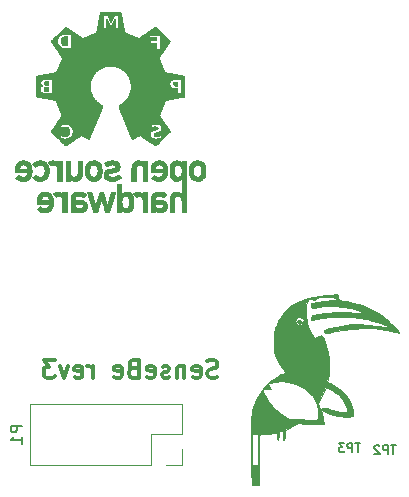
<source format=gbo>
G04 #@! TF.GenerationSoftware,KiCad,Pcbnew,(5.1.0)-1*
G04 #@! TF.CreationDate,2019-04-11T16:46:24+05:30*
G04 #@! TF.ProjectId,senseBe_rev3_main,73656e73-6542-4655-9f72-6576335f6d61,rev?*
G04 #@! TF.SameCoordinates,Original*
G04 #@! TF.FileFunction,Legend,Bot*
G04 #@! TF.FilePolarity,Positive*
%FSLAX46Y46*%
G04 Gerber Fmt 4.6, Leading zero omitted, Abs format (unit mm)*
G04 Created by KiCad (PCBNEW (5.1.0)-1) date 2019-04-11 16:46:24*
%MOMM*%
%LPD*%
G04 APERTURE LIST*
%ADD10C,0.300000*%
%ADD11C,0.120000*%
%ADD12C,0.010000*%
%ADD13C,0.150000*%
G04 APERTURE END LIST*
D10*
X29857142Y-45807142D02*
X29642857Y-45878571D01*
X29285714Y-45878571D01*
X29142857Y-45807142D01*
X29071428Y-45735714D01*
X29000000Y-45592857D01*
X29000000Y-45450000D01*
X29071428Y-45307142D01*
X29142857Y-45235714D01*
X29285714Y-45164285D01*
X29571428Y-45092857D01*
X29714285Y-45021428D01*
X29785714Y-44950000D01*
X29857142Y-44807142D01*
X29857142Y-44664285D01*
X29785714Y-44521428D01*
X29714285Y-44450000D01*
X29571428Y-44378571D01*
X29214285Y-44378571D01*
X29000000Y-44450000D01*
X27785714Y-45807142D02*
X27928571Y-45878571D01*
X28214285Y-45878571D01*
X28357142Y-45807142D01*
X28428571Y-45664285D01*
X28428571Y-45092857D01*
X28357142Y-44950000D01*
X28214285Y-44878571D01*
X27928571Y-44878571D01*
X27785714Y-44950000D01*
X27714285Y-45092857D01*
X27714285Y-45235714D01*
X28428571Y-45378571D01*
X27071428Y-44878571D02*
X27071428Y-45878571D01*
X27071428Y-45021428D02*
X27000000Y-44950000D01*
X26857142Y-44878571D01*
X26642857Y-44878571D01*
X26500000Y-44950000D01*
X26428571Y-45092857D01*
X26428571Y-45878571D01*
X25785714Y-45807142D02*
X25642857Y-45878571D01*
X25357142Y-45878571D01*
X25214285Y-45807142D01*
X25142857Y-45664285D01*
X25142857Y-45592857D01*
X25214285Y-45450000D01*
X25357142Y-45378571D01*
X25571428Y-45378571D01*
X25714285Y-45307142D01*
X25785714Y-45164285D01*
X25785714Y-45092857D01*
X25714285Y-44950000D01*
X25571428Y-44878571D01*
X25357142Y-44878571D01*
X25214285Y-44950000D01*
X23928571Y-45807142D02*
X24071428Y-45878571D01*
X24357142Y-45878571D01*
X24500000Y-45807142D01*
X24571428Y-45664285D01*
X24571428Y-45092857D01*
X24500000Y-44950000D01*
X24357142Y-44878571D01*
X24071428Y-44878571D01*
X23928571Y-44950000D01*
X23857142Y-45092857D01*
X23857142Y-45235714D01*
X24571428Y-45378571D01*
X22714285Y-45092857D02*
X22500000Y-45164285D01*
X22428571Y-45235714D01*
X22357142Y-45378571D01*
X22357142Y-45592857D01*
X22428571Y-45735714D01*
X22500000Y-45807142D01*
X22642857Y-45878571D01*
X23214285Y-45878571D01*
X23214285Y-44378571D01*
X22714285Y-44378571D01*
X22571428Y-44450000D01*
X22500000Y-44521428D01*
X22428571Y-44664285D01*
X22428571Y-44807142D01*
X22500000Y-44950000D01*
X22571428Y-45021428D01*
X22714285Y-45092857D01*
X23214285Y-45092857D01*
X21142857Y-45807142D02*
X21285714Y-45878571D01*
X21571428Y-45878571D01*
X21714285Y-45807142D01*
X21785714Y-45664285D01*
X21785714Y-45092857D01*
X21714285Y-44950000D01*
X21571428Y-44878571D01*
X21285714Y-44878571D01*
X21142857Y-44950000D01*
X21071428Y-45092857D01*
X21071428Y-45235714D01*
X21785714Y-45378571D01*
X19285714Y-45878571D02*
X19285714Y-44878571D01*
X19285714Y-45164285D02*
X19214285Y-45021428D01*
X19142857Y-44950000D01*
X19000000Y-44878571D01*
X18857142Y-44878571D01*
X17785714Y-45807142D02*
X17928571Y-45878571D01*
X18214285Y-45878571D01*
X18357142Y-45807142D01*
X18428571Y-45664285D01*
X18428571Y-45092857D01*
X18357142Y-44950000D01*
X18214285Y-44878571D01*
X17928571Y-44878571D01*
X17785714Y-44950000D01*
X17714285Y-45092857D01*
X17714285Y-45235714D01*
X18428571Y-45378571D01*
X17214285Y-44878571D02*
X16857142Y-45878571D01*
X16500000Y-44878571D01*
X16071428Y-44378571D02*
X15142857Y-44378571D01*
X15642857Y-44950000D01*
X15428571Y-44950000D01*
X15285714Y-45021428D01*
X15214285Y-45092857D01*
X15142857Y-45235714D01*
X15142857Y-45592857D01*
X15214285Y-45735714D01*
X15285714Y-45807142D01*
X15428571Y-45878571D01*
X15857142Y-45878571D01*
X16000000Y-45807142D01*
X16071428Y-45735714D01*
D11*
X14010000Y-53280000D02*
X14010000Y-48080000D01*
X24230000Y-53280000D02*
X14010000Y-53280000D01*
X26830000Y-48080000D02*
X14010000Y-48080000D01*
X24230000Y-53280000D02*
X24230000Y-50680000D01*
X24230000Y-50680000D02*
X26830000Y-50680000D01*
X26830000Y-50680000D02*
X26830000Y-48080000D01*
X25500000Y-53280000D02*
X26830000Y-53280000D01*
X26830000Y-53280000D02*
X26830000Y-51950000D01*
D12*
G36*
X36672882Y-41035471D02*
G01*
X36614447Y-41114417D01*
X36612400Y-41131832D01*
X36648609Y-41271698D01*
X36738305Y-41353216D01*
X36853093Y-41363760D01*
X36964580Y-41290708D01*
X36965977Y-41289037D01*
X37002054Y-41177505D01*
X36968341Y-41058785D01*
X36886187Y-40986675D01*
X36778523Y-40984905D01*
X36672882Y-41035471D01*
X36672882Y-41035471D01*
G37*
X36672882Y-41035471D02*
X36614447Y-41114417D01*
X36612400Y-41131832D01*
X36648609Y-41271698D01*
X36738305Y-41353216D01*
X36853093Y-41363760D01*
X36964580Y-41290708D01*
X36965977Y-41289037D01*
X37002054Y-41177505D01*
X36968341Y-41058785D01*
X36886187Y-40986675D01*
X36778523Y-40984905D01*
X36672882Y-41035471D01*
G36*
X39701851Y-38831476D02*
G01*
X39620076Y-38853429D01*
X39609600Y-38866472D01*
X39562264Y-38884269D01*
X39434080Y-38898708D01*
X39245788Y-38908104D01*
X39063500Y-38910859D01*
X38581423Y-38937586D01*
X38070405Y-39011731D01*
X37562717Y-39126037D01*
X37090629Y-39273250D01*
X36688944Y-39444821D01*
X36210316Y-39735620D01*
X35768419Y-40096441D01*
X35389194Y-40504722D01*
X35242842Y-40702400D01*
X35084003Y-40945608D01*
X34964693Y-41159073D01*
X34864905Y-41383512D01*
X34764628Y-41659646D01*
X34747520Y-41710393D01*
X34694690Y-41878763D01*
X34658287Y-42030367D01*
X34635339Y-42190904D01*
X34622871Y-42386076D01*
X34617911Y-42641584D01*
X34617302Y-42836000D01*
X34619176Y-43140565D01*
X34626773Y-43369240D01*
X34643055Y-43547693D01*
X34670986Y-43701597D01*
X34713526Y-43856623D01*
X34747018Y-43960026D01*
X34863670Y-44282949D01*
X34982504Y-44546262D01*
X35124605Y-44790179D01*
X35311054Y-45054918D01*
X35343846Y-45098509D01*
X35459194Y-45254417D01*
X35543969Y-45375782D01*
X35584842Y-45443237D01*
X35586189Y-45450639D01*
X35535627Y-45476034D01*
X35418477Y-45530699D01*
X35272455Y-45597201D01*
X34870453Y-45816928D01*
X34460860Y-46109693D01*
X34070179Y-46452826D01*
X33724919Y-46823658D01*
X33516953Y-47098589D01*
X33201554Y-47623750D01*
X32967996Y-48157928D01*
X32800511Y-48738333D01*
X32777839Y-48842527D01*
X32754488Y-49013030D01*
X32735084Y-49275950D01*
X32719708Y-49622178D01*
X32708441Y-50042603D01*
X32701363Y-50528117D01*
X32698557Y-51069611D01*
X32700103Y-51657974D01*
X32706081Y-52284097D01*
X32716574Y-52938872D01*
X32731662Y-53613188D01*
X32734445Y-53719900D01*
X32767869Y-54977200D01*
X33344932Y-54977200D01*
X33378356Y-53719900D01*
X33388301Y-53306328D01*
X33397079Y-52865810D01*
X33404220Y-52428112D01*
X33409258Y-52022999D01*
X33411722Y-51680237D01*
X33411890Y-51589412D01*
X33412000Y-50716225D01*
X33627900Y-50690003D01*
X33782594Y-50671268D01*
X33882485Y-50659200D01*
X33310400Y-50659200D01*
X33310400Y-53250000D01*
X32802400Y-53250000D01*
X32802400Y-50659200D01*
X33310400Y-50659200D01*
X33882485Y-50659200D01*
X33996854Y-50645383D01*
X34229374Y-50617339D01*
X34275600Y-50611770D01*
X34488687Y-50583969D01*
X34674312Y-50555938D01*
X34800455Y-50532627D01*
X34821700Y-50527354D01*
X34882645Y-50515762D01*
X34916863Y-50538203D01*
X34932051Y-50615128D01*
X34935904Y-50766982D01*
X34936000Y-50831075D01*
X34943064Y-51005954D01*
X34961830Y-51125949D01*
X34986800Y-51167200D01*
X35012953Y-51120275D01*
X35030992Y-50994776D01*
X35037600Y-50816569D01*
X35039505Y-50631715D01*
X35052024Y-50522531D01*
X35085365Y-50463087D01*
X35149735Y-50427452D01*
X35197581Y-50410169D01*
X35311206Y-50372228D01*
X35373546Y-50354563D01*
X35375381Y-50354400D01*
X35383657Y-50401190D01*
X35389889Y-50525531D01*
X35393022Y-50703380D01*
X35393200Y-50760800D01*
X35396790Y-50969320D01*
X35409812Y-51094461D01*
X35435650Y-51154262D01*
X35469400Y-51167200D01*
X35507589Y-51148701D01*
X35530920Y-51081382D01*
X35542541Y-50947511D01*
X35545600Y-50737843D01*
X35545600Y-50308487D01*
X35978074Y-50105823D01*
X36190019Y-50002328D01*
X36385045Y-49899791D01*
X36531553Y-49815088D01*
X36569499Y-49789976D01*
X36675765Y-49723088D01*
X36767107Y-49702373D01*
X36889295Y-49722217D01*
X36962525Y-49741769D01*
X37137613Y-49775492D01*
X37384629Y-49803924D01*
X37673973Y-49825605D01*
X37976045Y-49839071D01*
X38261246Y-49842860D01*
X38499976Y-49835511D01*
X38619290Y-49823611D01*
X38860790Y-49787396D01*
X38826935Y-49456946D01*
X38791639Y-49230528D01*
X38736703Y-48998301D01*
X38723055Y-48955850D01*
X38370460Y-48955850D01*
X38363280Y-49172959D01*
X38351465Y-49309695D01*
X38329173Y-49387275D01*
X38290560Y-49426918D01*
X38234862Y-49448344D01*
X38096815Y-49467343D01*
X37936180Y-49461924D01*
X37933200Y-49461535D01*
X37824995Y-49452250D01*
X37635675Y-49441232D01*
X37385686Y-49429460D01*
X37095479Y-49417913D01*
X36841000Y-49409272D01*
X36512058Y-49398228D01*
X36267103Y-49387036D01*
X36088549Y-49373231D01*
X35958812Y-49354350D01*
X35860303Y-49327931D01*
X35775439Y-49291510D01*
X35698000Y-49249185D01*
X35124653Y-48865975D01*
X34630327Y-48420068D01*
X34211009Y-47907315D01*
X33893474Y-47383412D01*
X33654864Y-46927024D01*
X33824008Y-46858006D01*
X34036774Y-46813359D01*
X34189933Y-46820455D01*
X34386716Y-46851922D01*
X34280358Y-46716710D01*
X34186405Y-46568045D01*
X34171177Y-46452451D01*
X34240057Y-46363920D01*
X34398429Y-46296447D01*
X34651674Y-46244022D01*
X34711837Y-46235143D01*
X35291812Y-46204150D01*
X35868987Y-46272558D01*
X36435068Y-46438317D01*
X36981766Y-46699377D01*
X37237497Y-46859723D01*
X37634792Y-47162019D01*
X37938310Y-47471558D01*
X38155642Y-47802386D01*
X38294384Y-48168555D01*
X38362129Y-48584112D01*
X38370460Y-48955850D01*
X38723055Y-48955850D01*
X38694545Y-48867176D01*
X38635005Y-48688725D01*
X38625655Y-48593916D01*
X38667341Y-48577572D01*
X38735737Y-48615901D01*
X39153707Y-48855185D01*
X39636433Y-49031774D01*
X40164966Y-49140561D01*
X40720359Y-49176437D01*
X40810081Y-49175079D01*
X41362200Y-49160600D01*
X41350432Y-48847496D01*
X41313572Y-48603947D01*
X40868621Y-48603947D01*
X40854747Y-48705794D01*
X40772455Y-48758690D01*
X40608428Y-48776988D01*
X40512895Y-48777815D01*
X40274736Y-48764651D01*
X40017903Y-48732992D01*
X39889000Y-48709170D01*
X39682618Y-48656594D01*
X39481513Y-48593739D01*
X39381000Y-48555664D01*
X39113992Y-48489435D01*
X38848932Y-48480791D01*
X38520064Y-48492563D01*
X38445349Y-48251977D01*
X38403615Y-48100154D01*
X38398814Y-48001950D01*
X38432233Y-47915846D01*
X38457031Y-47874796D01*
X38549453Y-47712672D01*
X38662979Y-47490578D01*
X38780985Y-47242877D01*
X38886850Y-47003935D01*
X38933350Y-46890051D01*
X39026726Y-46651503D01*
X39253254Y-46752923D01*
X39390951Y-46819691D01*
X39485479Y-46875024D01*
X39506592Y-46893224D01*
X39560760Y-46941505D01*
X39671669Y-47024440D01*
X39766567Y-47090697D01*
X40124015Y-47379668D01*
X40433377Y-47720566D01*
X40676722Y-48090602D01*
X40827391Y-48438795D01*
X40868621Y-48603947D01*
X41313572Y-48603947D01*
X41287645Y-48432637D01*
X41135118Y-48008539D01*
X40901019Y-47593102D01*
X40607610Y-47219582D01*
X40378886Y-47000213D01*
X40101930Y-46782323D01*
X39807554Y-46586974D01*
X39526569Y-46435230D01*
X39363908Y-46369359D01*
X39119290Y-46288110D01*
X39189558Y-45971755D01*
X39267949Y-45460058D01*
X39293500Y-44895822D01*
X39268478Y-44309518D01*
X39195147Y-43731615D01*
X39075776Y-43192581D01*
X38955699Y-42827770D01*
X38861884Y-42585218D01*
X38792080Y-42424480D01*
X38728753Y-42334651D01*
X38654369Y-42304827D01*
X38551393Y-42324105D01*
X38402290Y-42381580D01*
X38303124Y-42421973D01*
X38038048Y-42528437D01*
X37855646Y-42217214D01*
X37633328Y-41758565D01*
X37471114Y-41255765D01*
X37429607Y-41035391D01*
X37160002Y-41035391D01*
X37142570Y-41198818D01*
X37029031Y-41343894D01*
X36942600Y-41403042D01*
X36858594Y-41447537D01*
X36795725Y-41453738D01*
X36713611Y-41416598D01*
X36625100Y-41363356D01*
X36495469Y-41235661D01*
X36457763Y-41077604D01*
X36514498Y-40907075D01*
X36553280Y-40852460D01*
X36686444Y-40759794D01*
X36849783Y-40741379D01*
X37005059Y-40796345D01*
X37078607Y-40864390D01*
X37160002Y-41035391D01*
X37429607Y-41035391D01*
X37372639Y-40732933D01*
X37341540Y-40214190D01*
X37381454Y-39723656D01*
X37439626Y-39457800D01*
X37487473Y-39321238D01*
X37537099Y-39229866D01*
X37549727Y-39217277D01*
X37661760Y-39180386D01*
X37778431Y-39196155D01*
X37851126Y-39257716D01*
X37852039Y-39259988D01*
X37919760Y-39312865D01*
X38044611Y-39301025D01*
X38208708Y-39228270D01*
X38311102Y-39162322D01*
X38387907Y-39114567D01*
X38473618Y-39082804D01*
X38590058Y-39063885D01*
X38759049Y-39054662D01*
X39002414Y-39051989D01*
X39076200Y-39051974D01*
X39340243Y-39053868D01*
X39526093Y-39061397D01*
X39657140Y-39078218D01*
X39756774Y-39107984D01*
X39848383Y-39154350D01*
X39889000Y-39178974D01*
X40092200Y-39305400D01*
X39711200Y-39316637D01*
X39425863Y-39331905D01*
X39112117Y-39360084D01*
X38790170Y-39398130D01*
X38480228Y-39442998D01*
X38202498Y-39491643D01*
X37977185Y-39541023D01*
X37824495Y-39588093D01*
X37786659Y-39606579D01*
X37759875Y-39680218D01*
X37781484Y-39764398D01*
X37804526Y-39856598D01*
X37792243Y-39891144D01*
X37797802Y-39912664D01*
X37843688Y-39944126D01*
X37941345Y-39965601D01*
X38111338Y-39953012D01*
X38314412Y-39916569D01*
X39010880Y-39818443D01*
X39734412Y-39807535D01*
X40493333Y-39884137D01*
X41163649Y-40016176D01*
X41452325Y-40091881D01*
X41716329Y-40174509D01*
X41940555Y-40257921D01*
X42109897Y-40335973D01*
X42209248Y-40402525D01*
X42226002Y-40448074D01*
X42171196Y-40482409D01*
X42155781Y-40477619D01*
X42058518Y-40447779D01*
X41876946Y-40419820D01*
X41628353Y-40394594D01*
X41330024Y-40372949D01*
X40999247Y-40355737D01*
X40653307Y-40343808D01*
X40309492Y-40338011D01*
X39985088Y-40339196D01*
X39697380Y-40348215D01*
X39617473Y-40352790D01*
X39370370Y-40372953D01*
X39093012Y-40402239D01*
X38804338Y-40437862D01*
X38523290Y-40477034D01*
X38268809Y-40516969D01*
X38059835Y-40554880D01*
X37915309Y-40587979D01*
X37855254Y-40612093D01*
X37834894Y-40665329D01*
X37800296Y-40780427D01*
X37789287Y-40820039D01*
X37758787Y-40943807D01*
X37767589Y-40993931D01*
X37827934Y-40994698D01*
X37872873Y-40985881D01*
X38292367Y-40902290D01*
X38644368Y-40839387D01*
X38957139Y-40794351D01*
X39258946Y-40764361D01*
X39578052Y-40746595D01*
X39942719Y-40738233D01*
X40371600Y-40736441D01*
X40804932Y-40738999D01*
X41161107Y-40747271D01*
X41464512Y-40763623D01*
X41739536Y-40790423D01*
X42010566Y-40830038D01*
X42301990Y-40884833D01*
X42632200Y-40955839D01*
X42980794Y-41044248D01*
X43361110Y-41158213D01*
X43731900Y-41284382D01*
X44051917Y-41409402D01*
X44105400Y-41432738D01*
X44461000Y-41591400D01*
X44283200Y-41619455D01*
X44148751Y-41627765D01*
X44055951Y-41610875D01*
X44049926Y-41607196D01*
X43984313Y-41584875D01*
X43970155Y-41591179D01*
X43913357Y-41592194D01*
X43778693Y-41575984D01*
X43587860Y-41545561D01*
X43416029Y-41514292D01*
X42643818Y-41393036D01*
X41944085Y-41337898D01*
X41318810Y-41349014D01*
X41188948Y-41360622D01*
X40745183Y-41413650D01*
X40316251Y-41477893D01*
X39928550Y-41548855D01*
X39608475Y-41622039D01*
X39533400Y-41642653D01*
X39332187Y-41698925D01*
X39127703Y-41753512D01*
X39062854Y-41770072D01*
X38930836Y-41809381D01*
X38879768Y-41849081D01*
X38890365Y-41906156D01*
X38895967Y-41917052D01*
X38925870Y-42002498D01*
X38920786Y-42034681D01*
X38931411Y-42082439D01*
X38960673Y-42112728D01*
X39032052Y-42131083D01*
X39172021Y-42118062D01*
X39391863Y-42072262D01*
X39499767Y-42045700D01*
X40425058Y-41849310D01*
X41346499Y-41728064D01*
X42244284Y-41683820D01*
X43040108Y-41713367D01*
X43606755Y-41768314D01*
X44096641Y-41833799D01*
X44534380Y-41913591D01*
X44885797Y-41995985D01*
X45059936Y-42036172D01*
X45197746Y-42058998D01*
X45264930Y-42060023D01*
X45259198Y-42018728D01*
X45187993Y-41923125D01*
X45063321Y-41784629D01*
X44897186Y-41614655D01*
X44701595Y-41424619D01*
X44488553Y-41225937D01*
X44270066Y-41030024D01*
X44058138Y-40848296D01*
X43864775Y-40692168D01*
X43701984Y-40573055D01*
X43699000Y-40571047D01*
X43331677Y-40341473D01*
X42931241Y-40120561D01*
X42525004Y-39921587D01*
X42140278Y-39757829D01*
X41804377Y-39642565D01*
X41768600Y-39632611D01*
X41377430Y-39532188D01*
X41055672Y-39461832D01*
X40777508Y-39416191D01*
X40654930Y-39401802D01*
X40382939Y-39354597D01*
X40200121Y-39274415D01*
X40097684Y-39155203D01*
X40066800Y-38996912D01*
X40061710Y-38889927D01*
X40028007Y-38839265D01*
X39938044Y-38823869D01*
X39838200Y-38822800D01*
X39701851Y-38831476D01*
X39701851Y-38831476D01*
G37*
X39701851Y-38831476D02*
X39620076Y-38853429D01*
X39609600Y-38866472D01*
X39562264Y-38884269D01*
X39434080Y-38898708D01*
X39245788Y-38908104D01*
X39063500Y-38910859D01*
X38581423Y-38937586D01*
X38070405Y-39011731D01*
X37562717Y-39126037D01*
X37090629Y-39273250D01*
X36688944Y-39444821D01*
X36210316Y-39735620D01*
X35768419Y-40096441D01*
X35389194Y-40504722D01*
X35242842Y-40702400D01*
X35084003Y-40945608D01*
X34964693Y-41159073D01*
X34864905Y-41383512D01*
X34764628Y-41659646D01*
X34747520Y-41710393D01*
X34694690Y-41878763D01*
X34658287Y-42030367D01*
X34635339Y-42190904D01*
X34622871Y-42386076D01*
X34617911Y-42641584D01*
X34617302Y-42836000D01*
X34619176Y-43140565D01*
X34626773Y-43369240D01*
X34643055Y-43547693D01*
X34670986Y-43701597D01*
X34713526Y-43856623D01*
X34747018Y-43960026D01*
X34863670Y-44282949D01*
X34982504Y-44546262D01*
X35124605Y-44790179D01*
X35311054Y-45054918D01*
X35343846Y-45098509D01*
X35459194Y-45254417D01*
X35543969Y-45375782D01*
X35584842Y-45443237D01*
X35586189Y-45450639D01*
X35535627Y-45476034D01*
X35418477Y-45530699D01*
X35272455Y-45597201D01*
X34870453Y-45816928D01*
X34460860Y-46109693D01*
X34070179Y-46452826D01*
X33724919Y-46823658D01*
X33516953Y-47098589D01*
X33201554Y-47623750D01*
X32967996Y-48157928D01*
X32800511Y-48738333D01*
X32777839Y-48842527D01*
X32754488Y-49013030D01*
X32735084Y-49275950D01*
X32719708Y-49622178D01*
X32708441Y-50042603D01*
X32701363Y-50528117D01*
X32698557Y-51069611D01*
X32700103Y-51657974D01*
X32706081Y-52284097D01*
X32716574Y-52938872D01*
X32731662Y-53613188D01*
X32734445Y-53719900D01*
X32767869Y-54977200D01*
X33344932Y-54977200D01*
X33378356Y-53719900D01*
X33388301Y-53306328D01*
X33397079Y-52865810D01*
X33404220Y-52428112D01*
X33409258Y-52022999D01*
X33411722Y-51680237D01*
X33411890Y-51589412D01*
X33412000Y-50716225D01*
X33627900Y-50690003D01*
X33782594Y-50671268D01*
X33882485Y-50659200D01*
X33310400Y-50659200D01*
X33310400Y-53250000D01*
X32802400Y-53250000D01*
X32802400Y-50659200D01*
X33310400Y-50659200D01*
X33882485Y-50659200D01*
X33996854Y-50645383D01*
X34229374Y-50617339D01*
X34275600Y-50611770D01*
X34488687Y-50583969D01*
X34674312Y-50555938D01*
X34800455Y-50532627D01*
X34821700Y-50527354D01*
X34882645Y-50515762D01*
X34916863Y-50538203D01*
X34932051Y-50615128D01*
X34935904Y-50766982D01*
X34936000Y-50831075D01*
X34943064Y-51005954D01*
X34961830Y-51125949D01*
X34986800Y-51167200D01*
X35012953Y-51120275D01*
X35030992Y-50994776D01*
X35037600Y-50816569D01*
X35039505Y-50631715D01*
X35052024Y-50522531D01*
X35085365Y-50463087D01*
X35149735Y-50427452D01*
X35197581Y-50410169D01*
X35311206Y-50372228D01*
X35373546Y-50354563D01*
X35375381Y-50354400D01*
X35383657Y-50401190D01*
X35389889Y-50525531D01*
X35393022Y-50703380D01*
X35393200Y-50760800D01*
X35396790Y-50969320D01*
X35409812Y-51094461D01*
X35435650Y-51154262D01*
X35469400Y-51167200D01*
X35507589Y-51148701D01*
X35530920Y-51081382D01*
X35542541Y-50947511D01*
X35545600Y-50737843D01*
X35545600Y-50308487D01*
X35978074Y-50105823D01*
X36190019Y-50002328D01*
X36385045Y-49899791D01*
X36531553Y-49815088D01*
X36569499Y-49789976D01*
X36675765Y-49723088D01*
X36767107Y-49702373D01*
X36889295Y-49722217D01*
X36962525Y-49741769D01*
X37137613Y-49775492D01*
X37384629Y-49803924D01*
X37673973Y-49825605D01*
X37976045Y-49839071D01*
X38261246Y-49842860D01*
X38499976Y-49835511D01*
X38619290Y-49823611D01*
X38860790Y-49787396D01*
X38826935Y-49456946D01*
X38791639Y-49230528D01*
X38736703Y-48998301D01*
X38723055Y-48955850D01*
X38370460Y-48955850D01*
X38363280Y-49172959D01*
X38351465Y-49309695D01*
X38329173Y-49387275D01*
X38290560Y-49426918D01*
X38234862Y-49448344D01*
X38096815Y-49467343D01*
X37936180Y-49461924D01*
X37933200Y-49461535D01*
X37824995Y-49452250D01*
X37635675Y-49441232D01*
X37385686Y-49429460D01*
X37095479Y-49417913D01*
X36841000Y-49409272D01*
X36512058Y-49398228D01*
X36267103Y-49387036D01*
X36088549Y-49373231D01*
X35958812Y-49354350D01*
X35860303Y-49327931D01*
X35775439Y-49291510D01*
X35698000Y-49249185D01*
X35124653Y-48865975D01*
X34630327Y-48420068D01*
X34211009Y-47907315D01*
X33893474Y-47383412D01*
X33654864Y-46927024D01*
X33824008Y-46858006D01*
X34036774Y-46813359D01*
X34189933Y-46820455D01*
X34386716Y-46851922D01*
X34280358Y-46716710D01*
X34186405Y-46568045D01*
X34171177Y-46452451D01*
X34240057Y-46363920D01*
X34398429Y-46296447D01*
X34651674Y-46244022D01*
X34711837Y-46235143D01*
X35291812Y-46204150D01*
X35868987Y-46272558D01*
X36435068Y-46438317D01*
X36981766Y-46699377D01*
X37237497Y-46859723D01*
X37634792Y-47162019D01*
X37938310Y-47471558D01*
X38155642Y-47802386D01*
X38294384Y-48168555D01*
X38362129Y-48584112D01*
X38370460Y-48955850D01*
X38723055Y-48955850D01*
X38694545Y-48867176D01*
X38635005Y-48688725D01*
X38625655Y-48593916D01*
X38667341Y-48577572D01*
X38735737Y-48615901D01*
X39153707Y-48855185D01*
X39636433Y-49031774D01*
X40164966Y-49140561D01*
X40720359Y-49176437D01*
X40810081Y-49175079D01*
X41362200Y-49160600D01*
X41350432Y-48847496D01*
X41313572Y-48603947D01*
X40868621Y-48603947D01*
X40854747Y-48705794D01*
X40772455Y-48758690D01*
X40608428Y-48776988D01*
X40512895Y-48777815D01*
X40274736Y-48764651D01*
X40017903Y-48732992D01*
X39889000Y-48709170D01*
X39682618Y-48656594D01*
X39481513Y-48593739D01*
X39381000Y-48555664D01*
X39113992Y-48489435D01*
X38848932Y-48480791D01*
X38520064Y-48492563D01*
X38445349Y-48251977D01*
X38403615Y-48100154D01*
X38398814Y-48001950D01*
X38432233Y-47915846D01*
X38457031Y-47874796D01*
X38549453Y-47712672D01*
X38662979Y-47490578D01*
X38780985Y-47242877D01*
X38886850Y-47003935D01*
X38933350Y-46890051D01*
X39026726Y-46651503D01*
X39253254Y-46752923D01*
X39390951Y-46819691D01*
X39485479Y-46875024D01*
X39506592Y-46893224D01*
X39560760Y-46941505D01*
X39671669Y-47024440D01*
X39766567Y-47090697D01*
X40124015Y-47379668D01*
X40433377Y-47720566D01*
X40676722Y-48090602D01*
X40827391Y-48438795D01*
X40868621Y-48603947D01*
X41313572Y-48603947D01*
X41287645Y-48432637D01*
X41135118Y-48008539D01*
X40901019Y-47593102D01*
X40607610Y-47219582D01*
X40378886Y-47000213D01*
X40101930Y-46782323D01*
X39807554Y-46586974D01*
X39526569Y-46435230D01*
X39363908Y-46369359D01*
X39119290Y-46288110D01*
X39189558Y-45971755D01*
X39267949Y-45460058D01*
X39293500Y-44895822D01*
X39268478Y-44309518D01*
X39195147Y-43731615D01*
X39075776Y-43192581D01*
X38955699Y-42827770D01*
X38861884Y-42585218D01*
X38792080Y-42424480D01*
X38728753Y-42334651D01*
X38654369Y-42304827D01*
X38551393Y-42324105D01*
X38402290Y-42381580D01*
X38303124Y-42421973D01*
X38038048Y-42528437D01*
X37855646Y-42217214D01*
X37633328Y-41758565D01*
X37471114Y-41255765D01*
X37429607Y-41035391D01*
X37160002Y-41035391D01*
X37142570Y-41198818D01*
X37029031Y-41343894D01*
X36942600Y-41403042D01*
X36858594Y-41447537D01*
X36795725Y-41453738D01*
X36713611Y-41416598D01*
X36625100Y-41363356D01*
X36495469Y-41235661D01*
X36457763Y-41077604D01*
X36514498Y-40907075D01*
X36553280Y-40852460D01*
X36686444Y-40759794D01*
X36849783Y-40741379D01*
X37005059Y-40796345D01*
X37078607Y-40864390D01*
X37160002Y-41035391D01*
X37429607Y-41035391D01*
X37372639Y-40732933D01*
X37341540Y-40214190D01*
X37381454Y-39723656D01*
X37439626Y-39457800D01*
X37487473Y-39321238D01*
X37537099Y-39229866D01*
X37549727Y-39217277D01*
X37661760Y-39180386D01*
X37778431Y-39196155D01*
X37851126Y-39257716D01*
X37852039Y-39259988D01*
X37919760Y-39312865D01*
X38044611Y-39301025D01*
X38208708Y-39228270D01*
X38311102Y-39162322D01*
X38387907Y-39114567D01*
X38473618Y-39082804D01*
X38590058Y-39063885D01*
X38759049Y-39054662D01*
X39002414Y-39051989D01*
X39076200Y-39051974D01*
X39340243Y-39053868D01*
X39526093Y-39061397D01*
X39657140Y-39078218D01*
X39756774Y-39107984D01*
X39848383Y-39154350D01*
X39889000Y-39178974D01*
X40092200Y-39305400D01*
X39711200Y-39316637D01*
X39425863Y-39331905D01*
X39112117Y-39360084D01*
X38790170Y-39398130D01*
X38480228Y-39442998D01*
X38202498Y-39491643D01*
X37977185Y-39541023D01*
X37824495Y-39588093D01*
X37786659Y-39606579D01*
X37759875Y-39680218D01*
X37781484Y-39764398D01*
X37804526Y-39856598D01*
X37792243Y-39891144D01*
X37797802Y-39912664D01*
X37843688Y-39944126D01*
X37941345Y-39965601D01*
X38111338Y-39953012D01*
X38314412Y-39916569D01*
X39010880Y-39818443D01*
X39734412Y-39807535D01*
X40493333Y-39884137D01*
X41163649Y-40016176D01*
X41452325Y-40091881D01*
X41716329Y-40174509D01*
X41940555Y-40257921D01*
X42109897Y-40335973D01*
X42209248Y-40402525D01*
X42226002Y-40448074D01*
X42171196Y-40482409D01*
X42155781Y-40477619D01*
X42058518Y-40447779D01*
X41876946Y-40419820D01*
X41628353Y-40394594D01*
X41330024Y-40372949D01*
X40999247Y-40355737D01*
X40653307Y-40343808D01*
X40309492Y-40338011D01*
X39985088Y-40339196D01*
X39697380Y-40348215D01*
X39617473Y-40352790D01*
X39370370Y-40372953D01*
X39093012Y-40402239D01*
X38804338Y-40437862D01*
X38523290Y-40477034D01*
X38268809Y-40516969D01*
X38059835Y-40554880D01*
X37915309Y-40587979D01*
X37855254Y-40612093D01*
X37834894Y-40665329D01*
X37800296Y-40780427D01*
X37789287Y-40820039D01*
X37758787Y-40943807D01*
X37767589Y-40993931D01*
X37827934Y-40994698D01*
X37872873Y-40985881D01*
X38292367Y-40902290D01*
X38644368Y-40839387D01*
X38957139Y-40794351D01*
X39258946Y-40764361D01*
X39578052Y-40746595D01*
X39942719Y-40738233D01*
X40371600Y-40736441D01*
X40804932Y-40738999D01*
X41161107Y-40747271D01*
X41464512Y-40763623D01*
X41739536Y-40790423D01*
X42010566Y-40830038D01*
X42301990Y-40884833D01*
X42632200Y-40955839D01*
X42980794Y-41044248D01*
X43361110Y-41158213D01*
X43731900Y-41284382D01*
X44051917Y-41409402D01*
X44105400Y-41432738D01*
X44461000Y-41591400D01*
X44283200Y-41619455D01*
X44148751Y-41627765D01*
X44055951Y-41610875D01*
X44049926Y-41607196D01*
X43984313Y-41584875D01*
X43970155Y-41591179D01*
X43913357Y-41592194D01*
X43778693Y-41575984D01*
X43587860Y-41545561D01*
X43416029Y-41514292D01*
X42643818Y-41393036D01*
X41944085Y-41337898D01*
X41318810Y-41349014D01*
X41188948Y-41360622D01*
X40745183Y-41413650D01*
X40316251Y-41477893D01*
X39928550Y-41548855D01*
X39608475Y-41622039D01*
X39533400Y-41642653D01*
X39332187Y-41698925D01*
X39127703Y-41753512D01*
X39062854Y-41770072D01*
X38930836Y-41809381D01*
X38879768Y-41849081D01*
X38890365Y-41906156D01*
X38895967Y-41917052D01*
X38925870Y-42002498D01*
X38920786Y-42034681D01*
X38931411Y-42082439D01*
X38960673Y-42112728D01*
X39032052Y-42131083D01*
X39172021Y-42118062D01*
X39391863Y-42072262D01*
X39499767Y-42045700D01*
X40425058Y-41849310D01*
X41346499Y-41728064D01*
X42244284Y-41683820D01*
X43040108Y-41713367D01*
X43606755Y-41768314D01*
X44096641Y-41833799D01*
X44534380Y-41913591D01*
X44885797Y-41995985D01*
X45059936Y-42036172D01*
X45197746Y-42058998D01*
X45264930Y-42060023D01*
X45259198Y-42018728D01*
X45187993Y-41923125D01*
X45063321Y-41784629D01*
X44897186Y-41614655D01*
X44701595Y-41424619D01*
X44488553Y-41225937D01*
X44270066Y-41030024D01*
X44058138Y-40848296D01*
X43864775Y-40692168D01*
X43701984Y-40573055D01*
X43699000Y-40571047D01*
X43331677Y-40341473D01*
X42931241Y-40120561D01*
X42525004Y-39921587D01*
X42140278Y-39757829D01*
X41804377Y-39642565D01*
X41768600Y-39632611D01*
X41377430Y-39532188D01*
X41055672Y-39461832D01*
X40777508Y-39416191D01*
X40654930Y-39401802D01*
X40382939Y-39354597D01*
X40200121Y-39274415D01*
X40097684Y-39155203D01*
X40066800Y-38996912D01*
X40061710Y-38889927D01*
X40028007Y-38839265D01*
X39938044Y-38823869D01*
X39838200Y-38822800D01*
X39701851Y-38831476D01*
G36*
X16485271Y-16889229D02*
G01*
X16462547Y-16910542D01*
X16467209Y-16922794D01*
X16470168Y-16923000D01*
X16488071Y-16907966D01*
X16494605Y-16898563D01*
X16497100Y-16884079D01*
X16485271Y-16889229D01*
X16485271Y-16889229D01*
G37*
X16485271Y-16889229D02*
X16462547Y-16910542D01*
X16467209Y-16922794D01*
X16470168Y-16923000D01*
X16488071Y-16907966D01*
X16494605Y-16898563D01*
X16497100Y-16884079D01*
X16485271Y-16889229D01*
G36*
X16376167Y-16997084D02*
G01*
X16386750Y-17007667D01*
X16397333Y-16997084D01*
X16386750Y-16986500D01*
X16376167Y-16997084D01*
X16376167Y-16997084D01*
G37*
X16376167Y-16997084D02*
X16386750Y-17007667D01*
X16397333Y-16997084D01*
X16386750Y-16986500D01*
X16376167Y-16997084D01*
G36*
X16376167Y-17737917D02*
G01*
X16386750Y-17748500D01*
X16397333Y-17737917D01*
X16386750Y-17727334D01*
X16376167Y-17737917D01*
X16376167Y-17737917D01*
G37*
X16376167Y-17737917D02*
X16386750Y-17748500D01*
X16397333Y-17737917D01*
X16386750Y-17727334D01*
X16376167Y-17737917D01*
G36*
X16911766Y-16994084D02*
G01*
X16866128Y-17000088D01*
X16852832Y-17008339D01*
X16844267Y-17016727D01*
X16817386Y-17012942D01*
X16785931Y-17009578D01*
X16787939Y-17027220D01*
X16788877Y-17028770D01*
X16794574Y-17046493D01*
X16780037Y-17040470D01*
X16748228Y-17042208D01*
X16708538Y-17067953D01*
X16674487Y-17105189D01*
X16659598Y-17141398D01*
X16661051Y-17150625D01*
X16660117Y-17168638D01*
X16647494Y-17164044D01*
X16631838Y-17163341D01*
X16636489Y-17184111D01*
X16640239Y-17213519D01*
X16633311Y-17219334D01*
X16625753Y-17238721D01*
X16621243Y-17289882D01*
X16620631Y-17362312D01*
X16620883Y-17372792D01*
X16623736Y-17468515D01*
X16626685Y-17529019D01*
X16630966Y-17561405D01*
X16637816Y-17572772D01*
X16648469Y-17570219D01*
X16654604Y-17566562D01*
X16668989Y-17563955D01*
X16662970Y-17577463D01*
X16664708Y-17609272D01*
X16690453Y-17648963D01*
X16727689Y-17683013D01*
X16763898Y-17697902D01*
X16773125Y-17696450D01*
X16791146Y-17697415D01*
X16786706Y-17709744D01*
X16787792Y-17725538D01*
X16817386Y-17722058D01*
X16848704Y-17718850D01*
X16852832Y-17726662D01*
X16866661Y-17735038D01*
X16912763Y-17740990D01*
X16979803Y-17743209D01*
X17117000Y-17743209D01*
X17117000Y-17662455D01*
X16730811Y-17662455D01*
X16727915Y-17663834D01*
X16708599Y-17648933D01*
X16704250Y-17642667D01*
X16698856Y-17622878D01*
X16701752Y-17621500D01*
X16721068Y-17636401D01*
X16725417Y-17642667D01*
X16730811Y-17662455D01*
X17117000Y-17662455D01*
X17117000Y-17077234D01*
X16732588Y-17077234D01*
X16727438Y-17089063D01*
X16706125Y-17111786D01*
X16693873Y-17107125D01*
X16693667Y-17104166D01*
X16708701Y-17086263D01*
X16718104Y-17079729D01*
X16732588Y-17077234D01*
X17117000Y-17077234D01*
X17117000Y-16991792D01*
X16979803Y-16991792D01*
X16911766Y-16994084D01*
X16911766Y-16994084D01*
G37*
X16911766Y-16994084D02*
X16866128Y-17000088D01*
X16852832Y-17008339D01*
X16844267Y-17016727D01*
X16817386Y-17012942D01*
X16785931Y-17009578D01*
X16787939Y-17027220D01*
X16788877Y-17028770D01*
X16794574Y-17046493D01*
X16780037Y-17040470D01*
X16748228Y-17042208D01*
X16708538Y-17067953D01*
X16674487Y-17105189D01*
X16659598Y-17141398D01*
X16661051Y-17150625D01*
X16660117Y-17168638D01*
X16647494Y-17164044D01*
X16631838Y-17163341D01*
X16636489Y-17184111D01*
X16640239Y-17213519D01*
X16633311Y-17219334D01*
X16625753Y-17238721D01*
X16621243Y-17289882D01*
X16620631Y-17362312D01*
X16620883Y-17372792D01*
X16623736Y-17468515D01*
X16626685Y-17529019D01*
X16630966Y-17561405D01*
X16637816Y-17572772D01*
X16648469Y-17570219D01*
X16654604Y-17566562D01*
X16668989Y-17563955D01*
X16662970Y-17577463D01*
X16664708Y-17609272D01*
X16690453Y-17648963D01*
X16727689Y-17683013D01*
X16763898Y-17697902D01*
X16773125Y-17696450D01*
X16791146Y-17697415D01*
X16786706Y-17709744D01*
X16787792Y-17725538D01*
X16817386Y-17722058D01*
X16848704Y-17718850D01*
X16852832Y-17726662D01*
X16866661Y-17735038D01*
X16912763Y-17740990D01*
X16979803Y-17743209D01*
X17117000Y-17743209D01*
X17117000Y-17662455D01*
X16730811Y-17662455D01*
X16727915Y-17663834D01*
X16708599Y-17648933D01*
X16704250Y-17642667D01*
X16698856Y-17622878D01*
X16701752Y-17621500D01*
X16721068Y-17636401D01*
X16725417Y-17642667D01*
X16730811Y-17662455D01*
X17117000Y-17662455D01*
X17117000Y-17077234D01*
X16732588Y-17077234D01*
X16727438Y-17089063D01*
X16706125Y-17111786D01*
X16693873Y-17107125D01*
X16693667Y-17104166D01*
X16708701Y-17086263D01*
X16718104Y-17079729D01*
X16732588Y-17077234D01*
X17117000Y-17077234D01*
X17117000Y-16991792D01*
X16979803Y-16991792D01*
X16911766Y-16994084D01*
G36*
X16467474Y-17825673D02*
G01*
X16471417Y-17833167D01*
X16491360Y-17853381D01*
X16495082Y-17854334D01*
X16496526Y-17840661D01*
X16492583Y-17833167D01*
X16472640Y-17812953D01*
X16468918Y-17812000D01*
X16467474Y-17825673D01*
X16467474Y-17825673D01*
G37*
X16467474Y-17825673D02*
X16471417Y-17833167D01*
X16491360Y-17853381D01*
X16495082Y-17854334D01*
X16496526Y-17840661D01*
X16492583Y-17833167D01*
X16472640Y-17812953D01*
X16468918Y-17812000D01*
X16467474Y-17825673D01*
G36*
X15359436Y-20800157D02*
G01*
X15283442Y-20804617D01*
X15224848Y-20813733D01*
X15195831Y-20825572D01*
X15195401Y-20826162D01*
X15183592Y-20866250D01*
X15178667Y-20927105D01*
X15180758Y-20989696D01*
X15189996Y-21034990D01*
X15193910Y-21042018D01*
X15222769Y-21053992D01*
X15281447Y-21063295D01*
X15357439Y-21067969D01*
X15360110Y-21068022D01*
X15508333Y-21070760D01*
X15508333Y-20797407D01*
X15359436Y-20800157D01*
X15359436Y-20800157D01*
G37*
X15359436Y-20800157D02*
X15283442Y-20804617D01*
X15224848Y-20813733D01*
X15195831Y-20825572D01*
X15195401Y-20826162D01*
X15183592Y-20866250D01*
X15178667Y-20927105D01*
X15180758Y-20989696D01*
X15189996Y-21034990D01*
X15193910Y-21042018D01*
X15222769Y-21053992D01*
X15281447Y-21063295D01*
X15357439Y-21067969D01*
X15360110Y-21068022D01*
X15508333Y-21070760D01*
X15508333Y-20797407D01*
X15359436Y-20800157D01*
G36*
X15349959Y-21286742D02*
G01*
X15250946Y-21292597D01*
X15187016Y-21309017D01*
X15151280Y-21341063D01*
X15136849Y-21393797D01*
X15135691Y-21444135D01*
X15142246Y-21512966D01*
X15162707Y-21557326D01*
X15204649Y-21582645D01*
X15275650Y-21594354D01*
X15349504Y-21597416D01*
X15508333Y-21600435D01*
X15508333Y-21571675D01*
X15212000Y-21571675D01*
X15201704Y-21578011D01*
X15173566Y-21550820D01*
X15166967Y-21542625D01*
X15148661Y-21517553D01*
X15159622Y-21522809D01*
X15174958Y-21534634D01*
X15204273Y-21560745D01*
X15212000Y-21571675D01*
X15508333Y-21571675D01*
X15508333Y-21304661D01*
X15210614Y-21304661D01*
X15205358Y-21315622D01*
X15193533Y-21330959D01*
X15162638Y-21363866D01*
X15148848Y-21363723D01*
X15148500Y-21360009D01*
X15162965Y-21342340D01*
X15185542Y-21322967D01*
X15210614Y-21304661D01*
X15508333Y-21304661D01*
X15508333Y-21283732D01*
X15349959Y-21286742D01*
X15349959Y-21286742D01*
G37*
X15349959Y-21286742D02*
X15250946Y-21292597D01*
X15187016Y-21309017D01*
X15151280Y-21341063D01*
X15136849Y-21393797D01*
X15135691Y-21444135D01*
X15142246Y-21512966D01*
X15162707Y-21557326D01*
X15204649Y-21582645D01*
X15275650Y-21594354D01*
X15349504Y-21597416D01*
X15508333Y-21600435D01*
X15508333Y-21571675D01*
X15212000Y-21571675D01*
X15201704Y-21578011D01*
X15173566Y-21550820D01*
X15166967Y-21542625D01*
X15148661Y-21517553D01*
X15159622Y-21522809D01*
X15174958Y-21534634D01*
X15204273Y-21560745D01*
X15212000Y-21571675D01*
X15508333Y-21571675D01*
X15508333Y-21304661D01*
X15210614Y-21304661D01*
X15205358Y-21315622D01*
X15193533Y-21330959D01*
X15162638Y-21363866D01*
X15148848Y-21363723D01*
X15148500Y-21360009D01*
X15162965Y-21342340D01*
X15185542Y-21322967D01*
X15210614Y-21304661D01*
X15508333Y-21304661D01*
X15508333Y-21283732D01*
X15349959Y-21286742D01*
G36*
X14915667Y-21717250D02*
G01*
X14926250Y-21727834D01*
X14936833Y-21717250D01*
X14926250Y-21706667D01*
X14915667Y-21717250D01*
X14915667Y-21717250D01*
G37*
X14915667Y-21717250D02*
X14926250Y-21727834D01*
X14936833Y-21717250D01*
X14926250Y-21706667D01*
X14915667Y-21717250D01*
G36*
X26333903Y-20821486D02*
G01*
X26237341Y-20828105D01*
X26175215Y-20845452D01*
X26139915Y-20879373D01*
X26123825Y-20935715D01*
X26120113Y-20985683D01*
X26123708Y-21058428D01*
X26145122Y-21106691D01*
X26190901Y-21135467D01*
X26267590Y-21149750D01*
X26340375Y-21153723D01*
X26472667Y-21157450D01*
X26472667Y-21103417D01*
X26176333Y-21103417D01*
X26165750Y-21114000D01*
X26155167Y-21103417D01*
X26165750Y-21092834D01*
X26176333Y-21103417D01*
X26472667Y-21103417D01*
X26472667Y-20870584D01*
X26176333Y-20870584D01*
X26165750Y-20881167D01*
X26155167Y-20870584D01*
X26165750Y-20860000D01*
X26176333Y-20870584D01*
X26472667Y-20870584D01*
X26472667Y-20817663D01*
X26333903Y-20821486D01*
X26333903Y-20821486D01*
G37*
X26333903Y-20821486D02*
X26237341Y-20828105D01*
X26175215Y-20845452D01*
X26139915Y-20879373D01*
X26123825Y-20935715D01*
X26120113Y-20985683D01*
X26123708Y-21058428D01*
X26145122Y-21106691D01*
X26190901Y-21135467D01*
X26267590Y-21149750D01*
X26340375Y-21153723D01*
X26472667Y-21157450D01*
X26472667Y-21103417D01*
X26176333Y-21103417D01*
X26165750Y-21114000D01*
X26155167Y-21103417D01*
X26165750Y-21092834D01*
X26176333Y-21103417D01*
X26472667Y-21103417D01*
X26472667Y-20870584D01*
X26176333Y-20870584D01*
X26165750Y-20881167D01*
X26155167Y-20870584D01*
X26165750Y-20860000D01*
X26176333Y-20870584D01*
X26472667Y-20870584D01*
X26472667Y-20817663D01*
X26333903Y-20821486D01*
G36*
X17419976Y-24532955D02*
G01*
X17431800Y-24548292D01*
X17462695Y-24581199D01*
X17476486Y-24581056D01*
X17476833Y-24577342D01*
X17462369Y-24559673D01*
X17439792Y-24540300D01*
X17414720Y-24521994D01*
X17419976Y-24532955D01*
X17419976Y-24532955D01*
G37*
X17419976Y-24532955D02*
X17431800Y-24548292D01*
X17462695Y-24581199D01*
X17476486Y-24581056D01*
X17476833Y-24577342D01*
X17462369Y-24559673D01*
X17439792Y-24540300D01*
X17414720Y-24521994D01*
X17419976Y-24532955D01*
G36*
X17465712Y-25438643D02*
G01*
X17450375Y-25450467D01*
X17421060Y-25476578D01*
X17413333Y-25487509D01*
X17423630Y-25493844D01*
X17451768Y-25466654D01*
X17458367Y-25458459D01*
X17476673Y-25433387D01*
X17465712Y-25438643D01*
X17465712Y-25438643D01*
G37*
X17465712Y-25438643D02*
X17450375Y-25450467D01*
X17421060Y-25476578D01*
X17413333Y-25487509D01*
X17423630Y-25493844D01*
X17451768Y-25466654D01*
X17458367Y-25458459D01*
X17476673Y-25433387D01*
X17465712Y-25438643D01*
G36*
X13652308Y-27901006D02*
G01*
X13656250Y-27908500D01*
X13676194Y-27928714D01*
X13679915Y-27929667D01*
X13681359Y-27915994D01*
X13677417Y-27908500D01*
X13657473Y-27888286D01*
X13653752Y-27887334D01*
X13652308Y-27901006D01*
X13652308Y-27901006D01*
G37*
X13652308Y-27901006D02*
X13656250Y-27908500D01*
X13676194Y-27928714D01*
X13679915Y-27929667D01*
X13681359Y-27915994D01*
X13677417Y-27908500D01*
X13657473Y-27888286D01*
X13653752Y-27887334D01*
X13652308Y-27901006D01*
G36*
X13137667Y-27961417D02*
G01*
X13148250Y-27972000D01*
X13158833Y-27961417D01*
X13148250Y-27950834D01*
X13137667Y-27961417D01*
X13137667Y-27961417D01*
G37*
X13137667Y-27961417D02*
X13148250Y-27972000D01*
X13158833Y-27961417D01*
X13148250Y-27950834D01*
X13137667Y-27961417D01*
G36*
X19578976Y-27919622D02*
G01*
X19590800Y-27934959D01*
X19621695Y-27967866D01*
X19635486Y-27967723D01*
X19635833Y-27964009D01*
X19621369Y-27946340D01*
X19598792Y-27926967D01*
X19573720Y-27908661D01*
X19578976Y-27919622D01*
X19578976Y-27919622D01*
G37*
X19578976Y-27919622D02*
X19590800Y-27934959D01*
X19621695Y-27967866D01*
X19635486Y-27967723D01*
X19635833Y-27964009D01*
X19621369Y-27946340D01*
X19598792Y-27926967D01*
X19573720Y-27908661D01*
X19578976Y-27919622D01*
G36*
X19624712Y-28740643D02*
G01*
X19609375Y-28752467D01*
X19580060Y-28778578D01*
X19572333Y-28789509D01*
X19582630Y-28795844D01*
X19610768Y-28768654D01*
X19617367Y-28760459D01*
X19635673Y-28735387D01*
X19624712Y-28740643D01*
X19624712Y-28740643D01*
G37*
X19624712Y-28740643D02*
X19609375Y-28752467D01*
X19580060Y-28778578D01*
X19572333Y-28789509D01*
X19582630Y-28795844D01*
X19610768Y-28768654D01*
X19617367Y-28760459D01*
X19635673Y-28735387D01*
X19624712Y-28740643D01*
G36*
X25096833Y-27876750D02*
G01*
X25107417Y-27887334D01*
X25118000Y-27876750D01*
X25107417Y-27866167D01*
X25096833Y-27876750D01*
X25096833Y-27876750D01*
G37*
X25096833Y-27876750D02*
X25107417Y-27887334D01*
X25118000Y-27876750D01*
X25107417Y-27866167D01*
X25096833Y-27876750D01*
G36*
X24676771Y-27895896D02*
G01*
X24654047Y-27917208D01*
X24658709Y-27929461D01*
X24661668Y-27929667D01*
X24679571Y-27914633D01*
X24686105Y-27905230D01*
X24688600Y-27890745D01*
X24676771Y-27895896D01*
X24676771Y-27895896D01*
G37*
X24676771Y-27895896D02*
X24654047Y-27917208D01*
X24658709Y-27929461D01*
X24661668Y-27929667D01*
X24679571Y-27914633D01*
X24686105Y-27905230D01*
X24688600Y-27890745D01*
X24676771Y-27895896D01*
G36*
X27915271Y-27917062D02*
G01*
X27892726Y-27936738D01*
X27890833Y-27941499D01*
X27900879Y-27950199D01*
X27921793Y-27930705D01*
X27924605Y-27926396D01*
X27927100Y-27911912D01*
X27915271Y-27917062D01*
X27915271Y-27917062D01*
G37*
X27915271Y-27917062D02*
X27892726Y-27936738D01*
X27890833Y-27941499D01*
X27900879Y-27950199D01*
X27921793Y-27930705D01*
X27924605Y-27926396D01*
X27927100Y-27911912D01*
X27915271Y-27917062D01*
G36*
X27897474Y-28768839D02*
G01*
X27901417Y-28776334D01*
X27921360Y-28796548D01*
X27925082Y-28797500D01*
X27926526Y-28783828D01*
X27922583Y-28776334D01*
X27902640Y-28756119D01*
X27898918Y-28755167D01*
X27897474Y-28768839D01*
X27897474Y-28768839D01*
G37*
X27897474Y-28768839D02*
X27901417Y-28776334D01*
X27921360Y-28796548D01*
X27925082Y-28797500D01*
X27926526Y-28783828D01*
X27922583Y-28776334D01*
X27902640Y-28756119D01*
X27898918Y-28755167D01*
X27897474Y-28768839D01*
G36*
X15024771Y-30541729D02*
G01*
X15002047Y-30563042D01*
X15006709Y-30575294D01*
X15009668Y-30575500D01*
X15027571Y-30560466D01*
X15034105Y-30551063D01*
X15036600Y-30536579D01*
X15024771Y-30541729D01*
X15024771Y-30541729D01*
G37*
X15024771Y-30541729D02*
X15002047Y-30563042D01*
X15006709Y-30575294D01*
X15009668Y-30575500D01*
X15027571Y-30560466D01*
X15034105Y-30551063D01*
X15036600Y-30536579D01*
X15024771Y-30541729D01*
G36*
X18408167Y-31199917D02*
G01*
X18418750Y-31210500D01*
X18429333Y-31199917D01*
X18418750Y-31189334D01*
X18408167Y-31199917D01*
X18408167Y-31199917D01*
G37*
X18408167Y-31199917D02*
X18418750Y-31210500D01*
X18429333Y-31199917D01*
X18418750Y-31189334D01*
X18408167Y-31199917D01*
G36*
X18432604Y-31451896D02*
G01*
X18409881Y-31473208D01*
X18414542Y-31485461D01*
X18417501Y-31485667D01*
X18435404Y-31470633D01*
X18441938Y-31461230D01*
X18444433Y-31446745D01*
X18432604Y-31451896D01*
X18432604Y-31451896D01*
G37*
X18432604Y-31451896D02*
X18409881Y-31473208D01*
X18414542Y-31485461D01*
X18417501Y-31485667D01*
X18435404Y-31470633D01*
X18441938Y-31461230D01*
X18444433Y-31446745D01*
X18432604Y-31451896D01*
G36*
X21858333Y-30543750D02*
G01*
X21868917Y-30554334D01*
X21879500Y-30543750D01*
X21868917Y-30533167D01*
X21858333Y-30543750D01*
X21858333Y-30543750D01*
G37*
X21858333Y-30543750D02*
X21868917Y-30554334D01*
X21879500Y-30543750D01*
X21868917Y-30533167D01*
X21858333Y-30543750D01*
G36*
X21822641Y-31435839D02*
G01*
X21826583Y-31443334D01*
X21846527Y-31463548D01*
X21850249Y-31464500D01*
X21851693Y-31450828D01*
X21847750Y-31443334D01*
X21827807Y-31423119D01*
X21824085Y-31422167D01*
X21822641Y-31435839D01*
X21822641Y-31435839D01*
G37*
X21822641Y-31435839D02*
X21826583Y-31443334D01*
X21846527Y-31463548D01*
X21850249Y-31464500D01*
X21851693Y-31450828D01*
X21847750Y-31443334D01*
X21827807Y-31423119D01*
X21824085Y-31422167D01*
X21822641Y-31435839D01*
G36*
X22284937Y-31430729D02*
G01*
X22262214Y-31452042D01*
X22266875Y-31464294D01*
X22269834Y-31464500D01*
X22287737Y-31449466D01*
X22294271Y-31440063D01*
X22296766Y-31425579D01*
X22284937Y-31430729D01*
X22284937Y-31430729D01*
G37*
X22284937Y-31430729D02*
X22262214Y-31452042D01*
X22266875Y-31464294D01*
X22269834Y-31464500D01*
X22287737Y-31449466D01*
X22294271Y-31440063D01*
X22296766Y-31425579D01*
X22284937Y-31430729D01*
G36*
X24631167Y-31475084D02*
G01*
X24641750Y-31485667D01*
X24652333Y-31475084D01*
X24641750Y-31464500D01*
X24631167Y-31475084D01*
X24631167Y-31475084D01*
G37*
X24631167Y-31475084D02*
X24641750Y-31485667D01*
X24652333Y-31475084D01*
X24641750Y-31464500D01*
X24631167Y-31475084D01*
G36*
X26261000Y-27919084D02*
G01*
X26271583Y-27929667D01*
X26282167Y-27919084D01*
X26271583Y-27908500D01*
X26261000Y-27919084D01*
X26261000Y-27919084D01*
G37*
X26261000Y-27919084D02*
X26271583Y-27929667D01*
X26282167Y-27919084D01*
X26271583Y-27908500D01*
X26261000Y-27919084D01*
G36*
X26261000Y-28786917D02*
G01*
X26271583Y-28797500D01*
X26282167Y-28786917D01*
X26271583Y-28776334D01*
X26261000Y-28786917D01*
X26261000Y-28786917D01*
G37*
X26261000Y-28786917D02*
X26271583Y-28797500D01*
X26282167Y-28786917D01*
X26271583Y-28776334D01*
X26261000Y-28786917D01*
G36*
X19466500Y-22352250D02*
G01*
X19477083Y-22362834D01*
X19487667Y-22352250D01*
X19477083Y-22341667D01*
X19466500Y-22352250D01*
X19466500Y-22352250D01*
G37*
X19466500Y-22352250D02*
X19477083Y-22362834D01*
X19487667Y-22352250D01*
X19477083Y-22341667D01*
X19466500Y-22352250D01*
G36*
X22091167Y-22352250D02*
G01*
X22101750Y-22362834D01*
X22112333Y-22352250D01*
X22101750Y-22341667D01*
X22091167Y-22352250D01*
X22091167Y-22352250D01*
G37*
X22091167Y-22352250D02*
X22101750Y-22362834D01*
X22112333Y-22352250D01*
X22101750Y-22341667D01*
X22091167Y-22352250D01*
G36*
X20575252Y-14933475D02*
G01*
X20399602Y-14933997D01*
X20258652Y-14935049D01*
X20148584Y-14936779D01*
X20065581Y-14939336D01*
X20005827Y-14942867D01*
X19965505Y-14947522D01*
X19940799Y-14953449D01*
X19927890Y-14960796D01*
X19923779Y-14966994D01*
X19919762Y-15008590D01*
X19924785Y-15023181D01*
X19925527Y-15035427D01*
X19911427Y-15028847D01*
X19893730Y-15026815D01*
X19891241Y-15056908D01*
X19893907Y-15078493D01*
X19895163Y-15124008D01*
X19885037Y-15144860D01*
X19883765Y-15145000D01*
X19872450Y-15163025D01*
X19872886Y-15206471D01*
X19873018Y-15207382D01*
X19873989Y-15248314D01*
X19862470Y-15257574D01*
X19861993Y-15257292D01*
X19850339Y-15265739D01*
X19850897Y-15306554D01*
X19851410Y-15310209D01*
X19852842Y-15352872D01*
X19841947Y-15363742D01*
X19840826Y-15363126D01*
X19829238Y-15371642D01*
X19829784Y-15412683D01*
X19830407Y-15417160D01*
X19831663Y-15462675D01*
X19821537Y-15483527D01*
X19820265Y-15483667D01*
X19808950Y-15501692D01*
X19809386Y-15545138D01*
X19809518Y-15546049D01*
X19810489Y-15586981D01*
X19798970Y-15596240D01*
X19798493Y-15595959D01*
X19786839Y-15604406D01*
X19787397Y-15645220D01*
X19787910Y-15648876D01*
X19789342Y-15691538D01*
X19778447Y-15702409D01*
X19777326Y-15701792D01*
X19765738Y-15710309D01*
X19766284Y-15751350D01*
X19766907Y-15755827D01*
X19768163Y-15801342D01*
X19758037Y-15822194D01*
X19756765Y-15822333D01*
X19745450Y-15840359D01*
X19745886Y-15883805D01*
X19746018Y-15884716D01*
X19746989Y-15925648D01*
X19735470Y-15934907D01*
X19734993Y-15934626D01*
X19723405Y-15943142D01*
X19723951Y-15984183D01*
X19724574Y-15988660D01*
X19725830Y-16034175D01*
X19715704Y-16055027D01*
X19714432Y-16055167D01*
X19703117Y-16073192D01*
X19703553Y-16116638D01*
X19703684Y-16117549D01*
X19704655Y-16158481D01*
X19693136Y-16167740D01*
X19692660Y-16167459D01*
X19681006Y-16175906D01*
X19681564Y-16216720D01*
X19682076Y-16220376D01*
X19683508Y-16263038D01*
X19672614Y-16273909D01*
X19671493Y-16273292D01*
X19659905Y-16281809D01*
X19660451Y-16322850D01*
X19661074Y-16327327D01*
X19662330Y-16372842D01*
X19652204Y-16393694D01*
X19650932Y-16393833D01*
X19639617Y-16411859D01*
X19640053Y-16455305D01*
X19640184Y-16456216D01*
X19641668Y-16496396D01*
X19632725Y-16508279D01*
X19632004Y-16507883D01*
X19617787Y-16515788D01*
X19614667Y-16536041D01*
X19602847Y-16583399D01*
X19583664Y-16619177D01*
X19565340Y-16657309D01*
X19567144Y-16677922D01*
X19563232Y-16683436D01*
X19541758Y-16677105D01*
X19514222Y-16671847D01*
X19517044Y-16686327D01*
X19517760Y-16701881D01*
X19495877Y-16696911D01*
X19471243Y-16692790D01*
X19476882Y-16711007D01*
X19482717Y-16729061D01*
X19469581Y-16723821D01*
X19434446Y-16716384D01*
X19396819Y-16724981D01*
X19373487Y-16743515D01*
X19374213Y-16758461D01*
X19375195Y-16771297D01*
X19363748Y-16766154D01*
X19330622Y-16759424D01*
X19292286Y-16766326D01*
X19266240Y-16781729D01*
X19264882Y-16795134D01*
X19259108Y-16810310D01*
X19249314Y-16811443D01*
X19187268Y-16813826D01*
X19157859Y-16825451D01*
X19158107Y-16835944D01*
X19153290Y-16852473D01*
X19143481Y-16853776D01*
X19080306Y-16856391D01*
X19052319Y-16869159D01*
X19053600Y-16880424D01*
X19050015Y-16892106D01*
X19030211Y-16887411D01*
X19005576Y-16883290D01*
X19011215Y-16901507D01*
X19017050Y-16919561D01*
X19003915Y-16914321D01*
X18970789Y-16907591D01*
X18932452Y-16914492D01*
X18906407Y-16929896D01*
X18905048Y-16943301D01*
X18899275Y-16958476D01*
X18889481Y-16959609D01*
X18827434Y-16961993D01*
X18798025Y-16973617D01*
X18798273Y-16984110D01*
X18793457Y-17000640D01*
X18783647Y-17001943D01*
X18721601Y-17004326D01*
X18692192Y-17015951D01*
X18692440Y-17026444D01*
X18687624Y-17042973D01*
X18677814Y-17044276D01*
X18614640Y-17046891D01*
X18586652Y-17059659D01*
X18587934Y-17070924D01*
X18584348Y-17082606D01*
X18564544Y-17077911D01*
X18540032Y-17074673D01*
X18540121Y-17083445D01*
X18531287Y-17097068D01*
X18494468Y-17105357D01*
X18443737Y-17107799D01*
X18393168Y-17103880D01*
X18356832Y-17093086D01*
X18352775Y-17090279D01*
X18318411Y-17076964D01*
X18304723Y-17080273D01*
X18277136Y-17077470D01*
X18268776Y-17068242D01*
X18266446Y-17053105D01*
X18283188Y-17059150D01*
X18289648Y-17058682D01*
X18267501Y-17037433D01*
X18260000Y-17031141D01*
X18241675Y-17018250D01*
X18217667Y-17018250D01*
X18207083Y-17028834D01*
X18196500Y-17018250D01*
X18207083Y-17007667D01*
X18217667Y-17018250D01*
X18241675Y-17018250D01*
X18206772Y-16993697D01*
X18164774Y-16982666D01*
X18148875Y-16983994D01*
X18137506Y-16970379D01*
X18138292Y-16960042D01*
X18126080Y-16939089D01*
X18107372Y-16936385D01*
X18078922Y-16927640D01*
X18075622Y-16915218D01*
X18062603Y-16896317D01*
X18043872Y-16894052D01*
X18015422Y-16885306D01*
X18012122Y-16872885D01*
X17999047Y-16854113D01*
X17979770Y-16851819D01*
X17954061Y-16846348D01*
X17953904Y-16837006D01*
X17947971Y-16815444D01*
X17918754Y-16795354D01*
X17884507Y-16786395D01*
X17867806Y-16791453D01*
X17860896Y-16791391D01*
X17866272Y-16780125D01*
X17864615Y-16756654D01*
X17829673Y-16749190D01*
X17810209Y-16751160D01*
X17798839Y-16737546D01*
X17799625Y-16727208D01*
X17787413Y-16706255D01*
X17768705Y-16703552D01*
X17740255Y-16694806D01*
X17736955Y-16682385D01*
X17723936Y-16663484D01*
X17705205Y-16661218D01*
X17676755Y-16652473D01*
X17673455Y-16640052D01*
X17660380Y-16621280D01*
X17641103Y-16618985D01*
X17615395Y-16613514D01*
X17615237Y-16604172D01*
X17608389Y-16583234D01*
X17579300Y-16561559D01*
X17546321Y-16550427D01*
X17532533Y-16553328D01*
X17527795Y-16551924D01*
X17529921Y-16548885D01*
X17522705Y-16529293D01*
X17500180Y-16510250D01*
X17476833Y-16510250D01*
X17466250Y-16520834D01*
X17455667Y-16510250D01*
X17466250Y-16499667D01*
X17476833Y-16510250D01*
X17500180Y-16510250D01*
X17491553Y-16502957D01*
X17451528Y-16479606D01*
X17417693Y-16468966D01*
X17408838Y-16470695D01*
X17396252Y-16465239D01*
X17396934Y-16453615D01*
X17385230Y-16431371D01*
X17366539Y-16428385D01*
X17338088Y-16419640D01*
X17334789Y-16407218D01*
X17321769Y-16388317D01*
X17303039Y-16386052D01*
X17274588Y-16377306D01*
X17271289Y-16364885D01*
X17258136Y-16344354D01*
X17240202Y-16340647D01*
X17199199Y-16330102D01*
X17187286Y-16321378D01*
X17186083Y-16312232D01*
X17201667Y-16318193D01*
X17209469Y-16317835D01*
X17188147Y-16296742D01*
X17180500Y-16290308D01*
X17162175Y-16277417D01*
X17138167Y-16277417D01*
X17127583Y-16288000D01*
X17117000Y-16277417D01*
X17127583Y-16266834D01*
X17138167Y-16277417D01*
X17162175Y-16277417D01*
X17127272Y-16252864D01*
X17085274Y-16241833D01*
X17069375Y-16243160D01*
X17058006Y-16229546D01*
X17058792Y-16219208D01*
X17044379Y-16197917D01*
X17002464Y-16185723D01*
X16984277Y-16186205D01*
X16962606Y-16193454D01*
X16940387Y-16206638D01*
X16947667Y-16213917D01*
X16937083Y-16224500D01*
X16927812Y-16215229D01*
X16896516Y-16239186D01*
X16845949Y-16283133D01*
X16779602Y-16344777D01*
X16694403Y-16426849D01*
X16587276Y-16532083D01*
X16455149Y-16663210D01*
X16371427Y-16746640D01*
X16201099Y-16917104D01*
X16060283Y-17059337D01*
X15947960Y-17174435D01*
X15863111Y-17263494D01*
X15804717Y-17327609D01*
X15771760Y-17367875D01*
X15763221Y-17385388D01*
X15778081Y-17381243D01*
X15784985Y-17377166D01*
X15802750Y-17373604D01*
X15797756Y-17397311D01*
X15795009Y-17436558D01*
X15807497Y-17477616D01*
X15828246Y-17504677D01*
X15845672Y-17505904D01*
X15859096Y-17513188D01*
X15860485Y-17531770D01*
X15869000Y-17560600D01*
X15881552Y-17564122D01*
X15900453Y-17577141D01*
X15902718Y-17595872D01*
X15913206Y-17623600D01*
X15927948Y-17626267D01*
X15946910Y-17630699D01*
X15945029Y-17638171D01*
X15947271Y-17664768D01*
X15966381Y-17703992D01*
X15992631Y-17740778D01*
X16016295Y-17760065D01*
X16023218Y-17759254D01*
X16029551Y-17759065D01*
X16027662Y-17761867D01*
X16027363Y-17788590D01*
X16044224Y-17822185D01*
X16066962Y-17844301D01*
X16078506Y-17844571D01*
X16091929Y-17851855D01*
X16093319Y-17870436D01*
X16101834Y-17899267D01*
X16114385Y-17902789D01*
X16133286Y-17915808D01*
X16135552Y-17934539D01*
X16144297Y-17962989D01*
X16156718Y-17966289D01*
X16175620Y-17979308D01*
X16177885Y-17998039D01*
X16187703Y-18026045D01*
X16201542Y-18028959D01*
X16224287Y-18033655D01*
X16225494Y-18039542D01*
X16228344Y-18081287D01*
X16255176Y-18128530D01*
X16272641Y-18150667D01*
X16297334Y-18177484D01*
X16302418Y-18176031D01*
X16300527Y-18171834D01*
X16295330Y-18152799D01*
X16303712Y-18157452D01*
X16320737Y-18192166D01*
X16322980Y-18210369D01*
X16334639Y-18238501D01*
X16347218Y-18241455D01*
X16366120Y-18254475D01*
X16368385Y-18273205D01*
X16377130Y-18301655D01*
X16389552Y-18304955D01*
X16408453Y-18317975D01*
X16410718Y-18336705D01*
X16421206Y-18364434D01*
X16435948Y-18367101D01*
X16454910Y-18371533D01*
X16453029Y-18379005D01*
X16455271Y-18405602D01*
X16474381Y-18444825D01*
X16500631Y-18481611D01*
X16524295Y-18500899D01*
X16531218Y-18500087D01*
X16537551Y-18499898D01*
X16535662Y-18502700D01*
X16535363Y-18529424D01*
X16552224Y-18563019D01*
X16574962Y-18585134D01*
X16586506Y-18585404D01*
X16599929Y-18592688D01*
X16601319Y-18611270D01*
X16609834Y-18640100D01*
X16622385Y-18643622D01*
X16641286Y-18656641D01*
X16643552Y-18675372D01*
X16653043Y-18703514D01*
X16666447Y-18706546D01*
X16682635Y-18716517D01*
X16678725Y-18736476D01*
X16676065Y-18759962D01*
X16684778Y-18759410D01*
X16698567Y-18768467D01*
X16704250Y-18806833D01*
X16699519Y-18846155D01*
X16688375Y-18856480D01*
X16674332Y-18865756D01*
X16667037Y-18908781D01*
X16666776Y-18949481D01*
X16654780Y-18965259D01*
X16645347Y-18961883D01*
X16632057Y-18963764D01*
X16636911Y-18984377D01*
X16640153Y-19009047D01*
X16629924Y-19007767D01*
X16611944Y-19014058D01*
X16603438Y-19057823D01*
X16603276Y-19097647D01*
X16591280Y-19113426D01*
X16581847Y-19110050D01*
X16568557Y-19111931D01*
X16573411Y-19132544D01*
X16576653Y-19157214D01*
X16566424Y-19155934D01*
X16548444Y-19162225D01*
X16539938Y-19205990D01*
X16539776Y-19245814D01*
X16527780Y-19261592D01*
X16518347Y-19258217D01*
X16505057Y-19260098D01*
X16509911Y-19280711D01*
X16513153Y-19305381D01*
X16502924Y-19304100D01*
X16484944Y-19310392D01*
X16476438Y-19354157D01*
X16476276Y-19393981D01*
X16464280Y-19409759D01*
X16454847Y-19406383D01*
X16441557Y-19408264D01*
X16446411Y-19428877D01*
X16449653Y-19453547D01*
X16439424Y-19452267D01*
X16421444Y-19458558D01*
X16412938Y-19502323D01*
X16412776Y-19542147D01*
X16403735Y-19559967D01*
X16397006Y-19558047D01*
X16379942Y-19567219D01*
X16361864Y-19602456D01*
X16348167Y-19647978D01*
X16344246Y-19688005D01*
X16347941Y-19701535D01*
X16347797Y-19713571D01*
X16339166Y-19709712D01*
X16319236Y-19717148D01*
X16298754Y-19750996D01*
X16283742Y-19795846D01*
X16280225Y-19836292D01*
X16284441Y-19849702D01*
X16284410Y-19861591D01*
X16274224Y-19856988D01*
X16251682Y-19862561D01*
X16237127Y-19895183D01*
X16215702Y-19945636D01*
X16194406Y-19972530D01*
X16174886Y-20001777D01*
X16176416Y-20015489D01*
X16170573Y-20024706D01*
X16151544Y-20020077D01*
X16126873Y-20016835D01*
X16128160Y-20027073D01*
X16120467Y-20039590D01*
X16078393Y-20038792D01*
X16075709Y-20038410D01*
X16033046Y-20036978D01*
X16022176Y-20047872D01*
X16022792Y-20048993D01*
X16014346Y-20060647D01*
X15973531Y-20060089D01*
X15969876Y-20059576D01*
X15927213Y-20058145D01*
X15916342Y-20069039D01*
X15916959Y-20070160D01*
X15908704Y-20081996D01*
X15868525Y-20081397D01*
X15867049Y-20081184D01*
X15823293Y-20080513D01*
X15804673Y-20091642D01*
X15804667Y-20091932D01*
X15786543Y-20102893D01*
X15742479Y-20102666D01*
X15738160Y-20102074D01*
X15694863Y-20100477D01*
X15683405Y-20111146D01*
X15684126Y-20112493D01*
X15675679Y-20124147D01*
X15634864Y-20123589D01*
X15631209Y-20123076D01*
X15588546Y-20121645D01*
X15577676Y-20132539D01*
X15578292Y-20133660D01*
X15570038Y-20145496D01*
X15529859Y-20144897D01*
X15528382Y-20144684D01*
X15484627Y-20144013D01*
X15466007Y-20155142D01*
X15466000Y-20155432D01*
X15447876Y-20166393D01*
X15403812Y-20166166D01*
X15399493Y-20165574D01*
X15356196Y-20163977D01*
X15344738Y-20174646D01*
X15345459Y-20175993D01*
X15337204Y-20187829D01*
X15297025Y-20187230D01*
X15295549Y-20187018D01*
X15251793Y-20186347D01*
X15233173Y-20197476D01*
X15233167Y-20197765D01*
X15215043Y-20208726D01*
X15170979Y-20208499D01*
X15166660Y-20207907D01*
X15123363Y-20206310D01*
X15111905Y-20216979D01*
X15112626Y-20218326D01*
X15104179Y-20229980D01*
X15063364Y-20229423D01*
X15059709Y-20228910D01*
X15017046Y-20227478D01*
X15006176Y-20238372D01*
X15006792Y-20239493D01*
X14998538Y-20251329D01*
X14958359Y-20250730D01*
X14956882Y-20250518D01*
X14913127Y-20249847D01*
X14894507Y-20260976D01*
X14894500Y-20261265D01*
X14876376Y-20272226D01*
X14832312Y-20271999D01*
X14827993Y-20271407D01*
X14784696Y-20269810D01*
X14773238Y-20280479D01*
X14773959Y-20281826D01*
X14765512Y-20293480D01*
X14724697Y-20292923D01*
X14721042Y-20292410D01*
X14677504Y-20290962D01*
X14668113Y-20302916D01*
X14668603Y-20303765D01*
X14661958Y-20316314D01*
X14626130Y-20314124D01*
X14587584Y-20312037D01*
X14585537Y-20327522D01*
X14585545Y-20342526D01*
X14563841Y-20337500D01*
X14537891Y-20334077D01*
X14541333Y-20360008D01*
X14544671Y-20384839D01*
X14534424Y-20383600D01*
X14528470Y-20400655D01*
X14523479Y-20459233D01*
X14519473Y-20558534D01*
X14516473Y-20697760D01*
X14514499Y-20876111D01*
X14513573Y-21092786D01*
X14513500Y-21182125D01*
X14513670Y-21391853D01*
X14514287Y-21563351D01*
X14515517Y-21700724D01*
X14517522Y-21808075D01*
X14520467Y-21889505D01*
X14524516Y-21949120D01*
X14529832Y-21991021D01*
X14536579Y-22019313D01*
X14544922Y-22038098D01*
X14547864Y-22042643D01*
X14589063Y-22079501D01*
X14641997Y-22082932D01*
X14681395Y-22082383D01*
X14689292Y-22094341D01*
X14697809Y-22105929D01*
X14738850Y-22105383D01*
X14743327Y-22104760D01*
X14788842Y-22103504D01*
X14809694Y-22113630D01*
X14809833Y-22114902D01*
X14827859Y-22126217D01*
X14871305Y-22125781D01*
X14872216Y-22125649D01*
X14913148Y-22124678D01*
X14922407Y-22136197D01*
X14922126Y-22136674D01*
X14930572Y-22148328D01*
X14971387Y-22147770D01*
X14975042Y-22147257D01*
X15017705Y-22145825D01*
X15028576Y-22156720D01*
X15027959Y-22157841D01*
X15036475Y-22169429D01*
X15077517Y-22168883D01*
X15081993Y-22168260D01*
X15127508Y-22167004D01*
X15148360Y-22177130D01*
X15148500Y-22178402D01*
X15166525Y-22189717D01*
X15209971Y-22189281D01*
X15210882Y-22189149D01*
X15251814Y-22188178D01*
X15261074Y-22199697D01*
X15260792Y-22200174D01*
X15269239Y-22211828D01*
X15310054Y-22211270D01*
X15313709Y-22210757D01*
X15356372Y-22209325D01*
X15367242Y-22220220D01*
X15366626Y-22221341D01*
X15375142Y-22232929D01*
X15416183Y-22232383D01*
X15420660Y-22231760D01*
X15466175Y-22230504D01*
X15487027Y-22240630D01*
X15487167Y-22241902D01*
X15505192Y-22253217D01*
X15548638Y-22252781D01*
X15549549Y-22252649D01*
X15590481Y-22251678D01*
X15599740Y-22263197D01*
X15599459Y-22263674D01*
X15607975Y-22275262D01*
X15649017Y-22274716D01*
X15653493Y-22274093D01*
X15699008Y-22272837D01*
X15719860Y-22282963D01*
X15720000Y-22284235D01*
X15738025Y-22295550D01*
X15781471Y-22295114D01*
X15782382Y-22294983D01*
X15823314Y-22294012D01*
X15832574Y-22305531D01*
X15832292Y-22306007D01*
X15840739Y-22317661D01*
X15881554Y-22317103D01*
X15885209Y-22316591D01*
X15927872Y-22315159D01*
X15938742Y-22326053D01*
X15938126Y-22327174D01*
X15946642Y-22338762D01*
X15987683Y-22338216D01*
X15992160Y-22337593D01*
X16037732Y-22335013D01*
X16058538Y-22341944D01*
X16058667Y-22342864D01*
X16076098Y-22359152D01*
X16115164Y-22376169D01*
X16156027Y-22386161D01*
X16169792Y-22386289D01*
X16183317Y-22398526D01*
X16183160Y-22399875D01*
X16182105Y-22445879D01*
X16191617Y-22476915D01*
X16204444Y-22480727D01*
X16220973Y-22485543D01*
X16222276Y-22495353D01*
X16224660Y-22557399D01*
X16236284Y-22586808D01*
X16246777Y-22586560D01*
X16263306Y-22591377D01*
X16264609Y-22601186D01*
X16266993Y-22663233D01*
X16278617Y-22692642D01*
X16289110Y-22692394D01*
X16305640Y-22697210D01*
X16306943Y-22707020D01*
X16309326Y-22769066D01*
X16320951Y-22798475D01*
X16331444Y-22798227D01*
X16347973Y-22803043D01*
X16349276Y-22812853D01*
X16351660Y-22874899D01*
X16363284Y-22904308D01*
X16373777Y-22904060D01*
X16390306Y-22908877D01*
X16391609Y-22918686D01*
X16393993Y-22980733D01*
X16405617Y-23010142D01*
X16416110Y-23009894D01*
X16432640Y-23014710D01*
X16433943Y-23024520D01*
X16436326Y-23086566D01*
X16447951Y-23115975D01*
X16458444Y-23115727D01*
X16474973Y-23120543D01*
X16476276Y-23130353D01*
X16478660Y-23192399D01*
X16490284Y-23221808D01*
X16500777Y-23221560D01*
X16517306Y-23226377D01*
X16518609Y-23236186D01*
X16520993Y-23298233D01*
X16532617Y-23327642D01*
X16543110Y-23327394D01*
X16559640Y-23332210D01*
X16560943Y-23342020D01*
X16563326Y-23404066D01*
X16574951Y-23433475D01*
X16585444Y-23433227D01*
X16601973Y-23438043D01*
X16603276Y-23447853D01*
X16605522Y-23509125D01*
X16616477Y-23539394D01*
X16626558Y-23539814D01*
X16635649Y-23552022D01*
X16639264Y-23595218D01*
X16638358Y-23628523D01*
X16632917Y-23708021D01*
X16626897Y-23752796D01*
X16618510Y-23770438D01*
X16605970Y-23768540D01*
X16605472Y-23768237D01*
X16589241Y-23774574D01*
X16583522Y-23809142D01*
X16585327Y-23828625D01*
X16571713Y-23839994D01*
X16561375Y-23839208D01*
X16540422Y-23851421D01*
X16537718Y-23870128D01*
X16528973Y-23898579D01*
X16516552Y-23901878D01*
X16497650Y-23914898D01*
X16495385Y-23933628D01*
X16486640Y-23962079D01*
X16474218Y-23965378D01*
X16453687Y-23978531D01*
X16449980Y-23996465D01*
X16439435Y-24037468D01*
X16430712Y-24049381D01*
X16421566Y-24050584D01*
X16427527Y-24035000D01*
X16427168Y-24027198D01*
X16406076Y-24048520D01*
X16399641Y-24056167D01*
X16362197Y-24109395D01*
X16351166Y-24151393D01*
X16352494Y-24167292D01*
X16338879Y-24178661D01*
X16328542Y-24177875D01*
X16307589Y-24190087D01*
X16304885Y-24208795D01*
X16296140Y-24237245D01*
X16283718Y-24240545D01*
X16264817Y-24253564D01*
X16262552Y-24272295D01*
X16253806Y-24300745D01*
X16241385Y-24304045D01*
X16222613Y-24317120D01*
X16220319Y-24336397D01*
X16214848Y-24362106D01*
X16205506Y-24362263D01*
X16184568Y-24369112D01*
X16162892Y-24398201D01*
X16151761Y-24431179D01*
X16154662Y-24444967D01*
X16153257Y-24449706D01*
X16150218Y-24447580D01*
X16130626Y-24454795D01*
X16104291Y-24485947D01*
X16080940Y-24525972D01*
X16070299Y-24559808D01*
X16072029Y-24568662D01*
X16066572Y-24581248D01*
X16054948Y-24580566D01*
X16032705Y-24592270D01*
X16029718Y-24610962D01*
X16020973Y-24639412D01*
X16008552Y-24642712D01*
X15989650Y-24655731D01*
X15987385Y-24674462D01*
X15978640Y-24702912D01*
X15966218Y-24706212D01*
X15945687Y-24719364D01*
X15941980Y-24737298D01*
X15931435Y-24778302D01*
X15922712Y-24790215D01*
X15913566Y-24791418D01*
X15919527Y-24775834D01*
X15919168Y-24768031D01*
X15898076Y-24789353D01*
X15891641Y-24797000D01*
X15854347Y-24849900D01*
X15843345Y-24891650D01*
X15845018Y-24909698D01*
X15834687Y-24917604D01*
X15826318Y-24913716D01*
X15806667Y-24922114D01*
X15783730Y-24955595D01*
X15766393Y-24998699D01*
X15762333Y-25025048D01*
X15776787Y-25042539D01*
X15818010Y-25086632D01*
X15882797Y-25154040D01*
X15967939Y-25241473D01*
X16070230Y-25345643D01*
X16186463Y-25463262D01*
X16313433Y-25591040D01*
X16349204Y-25626920D01*
X16510437Y-25787797D01*
X16644508Y-25919876D01*
X16753439Y-26025028D01*
X16839253Y-26105120D01*
X16903971Y-26162024D01*
X16949616Y-26197607D01*
X16978208Y-26213740D01*
X16985454Y-26215167D01*
X17018789Y-26208626D01*
X17023227Y-26196390D01*
X17029912Y-26182102D01*
X17048436Y-26180515D01*
X17075164Y-26172621D01*
X16926281Y-26172621D01*
X16926201Y-26172834D01*
X16909369Y-26158378D01*
X16866018Y-26117203D01*
X16799495Y-26052593D01*
X16713144Y-25967832D01*
X16610310Y-25866205D01*
X16494338Y-25750998D01*
X16368574Y-25625494D01*
X16355000Y-25611917D01*
X16229205Y-25485783D01*
X16113810Y-25369552D01*
X16012018Y-25266491D01*
X15927029Y-25179861D01*
X15862043Y-25112929D01*
X15820262Y-25068958D01*
X15804886Y-25051212D01*
X15804966Y-25051000D01*
X15821798Y-25065455D01*
X15865149Y-25106630D01*
X15931672Y-25171241D01*
X16018023Y-25256002D01*
X16120857Y-25357629D01*
X16236829Y-25472836D01*
X16362593Y-25598339D01*
X16376167Y-25611917D01*
X16501962Y-25738051D01*
X16617357Y-25854281D01*
X16719149Y-25957343D01*
X16804138Y-26043972D01*
X16869124Y-26110905D01*
X16910905Y-26154876D01*
X16926281Y-26172621D01*
X17075164Y-26172621D01*
X17077267Y-26172000D01*
X17080789Y-26159449D01*
X17093808Y-26140547D01*
X17112539Y-26138282D01*
X17140989Y-26129537D01*
X17144289Y-26117115D01*
X17157308Y-26098214D01*
X17176039Y-26095949D01*
X17204045Y-26086130D01*
X17206959Y-26072292D01*
X17211655Y-26049547D01*
X17217542Y-26048340D01*
X17259287Y-26045489D01*
X17306530Y-26018658D01*
X17312327Y-26014084D01*
X17286333Y-26014084D01*
X17275750Y-26024667D01*
X17265167Y-26014084D01*
X17275750Y-26003500D01*
X17286333Y-26014084D01*
X17312327Y-26014084D01*
X17328667Y-26001193D01*
X17355484Y-25976500D01*
X17354031Y-25971416D01*
X17349833Y-25973307D01*
X17330799Y-25978504D01*
X17335452Y-25970122D01*
X17370166Y-25953096D01*
X17388369Y-25950853D01*
X17416501Y-25939195D01*
X17419455Y-25926615D01*
X17432475Y-25907714D01*
X17451205Y-25905449D01*
X17479655Y-25896704D01*
X17482955Y-25884282D01*
X17495975Y-25865381D01*
X17514705Y-25863115D01*
X17542712Y-25853297D01*
X17545625Y-25839459D01*
X17550322Y-25816713D01*
X17556209Y-25815507D01*
X17597954Y-25812656D01*
X17645197Y-25785824D01*
X17650994Y-25781250D01*
X17625000Y-25781250D01*
X17614417Y-25791834D01*
X17603833Y-25781250D01*
X17614417Y-25770667D01*
X17625000Y-25781250D01*
X17650994Y-25781250D01*
X17667333Y-25768359D01*
X17694151Y-25743667D01*
X17692698Y-25738583D01*
X17688500Y-25740474D01*
X17669466Y-25745671D01*
X17674119Y-25737289D01*
X17708833Y-25720263D01*
X17727036Y-25718020D01*
X17755168Y-25706362D01*
X17758122Y-25693782D01*
X17771141Y-25674881D01*
X17789872Y-25672615D01*
X17818322Y-25663870D01*
X17821622Y-25651449D01*
X17834641Y-25632547D01*
X17853372Y-25630282D01*
X17881100Y-25619795D01*
X17883767Y-25605052D01*
X17888199Y-25586090D01*
X17895671Y-25587972D01*
X17922268Y-25585729D01*
X17961492Y-25566620D01*
X17987000Y-25548417D01*
X17963667Y-25548417D01*
X17953083Y-25559000D01*
X17942500Y-25548417D01*
X17953083Y-25537834D01*
X17963667Y-25548417D01*
X17987000Y-25548417D01*
X17998278Y-25540369D01*
X18017565Y-25516705D01*
X18016754Y-25509782D01*
X18016565Y-25503450D01*
X18019367Y-25505339D01*
X18046090Y-25505638D01*
X18079685Y-25488777D01*
X18101801Y-25466038D01*
X18102071Y-25454495D01*
X18109355Y-25441071D01*
X18127936Y-25439682D01*
X18156767Y-25431167D01*
X18160289Y-25418615D01*
X18173308Y-25399714D01*
X18192039Y-25397449D01*
X18219767Y-25386961D01*
X18222434Y-25372219D01*
X18228590Y-25354457D01*
X18237872Y-25357322D01*
X18271091Y-25358534D01*
X18304450Y-25346201D01*
X18335498Y-25332417D01*
X18336838Y-25342490D01*
X18333328Y-25348556D01*
X18331061Y-25366391D01*
X18362553Y-25363225D01*
X18394401Y-25360906D01*
X18394140Y-25374071D01*
X18395748Y-25387523D01*
X18419924Y-25381562D01*
X18445427Y-25375345D01*
X18444639Y-25381417D01*
X18448847Y-25400586D01*
X18478968Y-25425903D01*
X18521045Y-25449291D01*
X18561120Y-25462671D01*
X18582043Y-25460942D01*
X18594951Y-25459520D01*
X18587882Y-25474660D01*
X18583127Y-25493533D01*
X18606877Y-25488756D01*
X18631759Y-25484891D01*
X18632180Y-25492647D01*
X18639571Y-25512639D01*
X18672220Y-25533215D01*
X18713778Y-25547156D01*
X18747893Y-25547244D01*
X18751690Y-25545415D01*
X18764920Y-25544319D01*
X18761505Y-25552386D01*
X18771176Y-25572704D01*
X18810036Y-25602127D01*
X18846427Y-25622403D01*
X18944387Y-25671326D01*
X18975352Y-25633084D01*
X18958500Y-25633084D01*
X18947917Y-25643667D01*
X18937333Y-25633084D01*
X18947917Y-25622500D01*
X18958500Y-25633084D01*
X18975352Y-25633084D01*
X18984119Y-25622258D01*
X19009219Y-25578008D01*
X19012585Y-25543829D01*
X19012459Y-25527250D01*
X18725667Y-25527250D01*
X18715083Y-25537834D01*
X18704500Y-25527250D01*
X18715083Y-25516667D01*
X18725667Y-25527250D01*
X19012459Y-25527250D01*
X19012437Y-25524465D01*
X19020719Y-25526458D01*
X19040359Y-25520778D01*
X19047250Y-25506084D01*
X18683333Y-25506084D01*
X18672750Y-25516667D01*
X18662167Y-25506084D01*
X18672750Y-25495500D01*
X18683333Y-25506084D01*
X19047250Y-25506084D01*
X19054794Y-25490002D01*
X19055284Y-25484917D01*
X19043167Y-25484917D01*
X19032583Y-25495500D01*
X19022000Y-25484917D01*
X19032583Y-25474334D01*
X19043167Y-25484917D01*
X19055284Y-25484917D01*
X19058523Y-25451366D01*
X19051846Y-25428919D01*
X19048959Y-25414443D01*
X19064660Y-25421619D01*
X19083533Y-25426373D01*
X19078756Y-25402623D01*
X19075514Y-25377953D01*
X19085743Y-25379233D01*
X19103723Y-25372942D01*
X19112229Y-25329177D01*
X19112391Y-25289353D01*
X19121723Y-25271732D01*
X19128699Y-25273785D01*
X19147039Y-25267305D01*
X19160552Y-25235996D01*
X19164109Y-25197359D01*
X19157679Y-25174919D01*
X19154792Y-25160443D01*
X19170493Y-25167619D01*
X19189366Y-25172373D01*
X19184590Y-25148623D01*
X19181348Y-25123953D01*
X19191576Y-25125233D01*
X19209556Y-25118942D01*
X19218062Y-25075177D01*
X19218224Y-25035353D01*
X19228370Y-25018290D01*
X19236057Y-25020727D01*
X19252379Y-25013139D01*
X19253198Y-25008667D01*
X17614417Y-25008667D01*
X17612769Y-25090126D01*
X17608358Y-25151199D01*
X17601982Y-25183001D01*
X17598542Y-25185313D01*
X17585850Y-25195786D01*
X17578070Y-25238476D01*
X17576943Y-25299481D01*
X17564947Y-25315259D01*
X17555513Y-25311883D01*
X17542224Y-25313764D01*
X17547077Y-25334377D01*
X17550320Y-25358910D01*
X17541153Y-25358423D01*
X17517387Y-25364682D01*
X17498317Y-25389074D01*
X17485959Y-25421989D01*
X17489953Y-25432000D01*
X17488748Y-25445062D01*
X17467010Y-25473493D01*
X17434528Y-25503876D01*
X17416105Y-25513320D01*
X17372131Y-25515409D01*
X17359098Y-25533203D01*
X17362438Y-25541104D01*
X17364930Y-25555740D01*
X17355014Y-25551619D01*
X17322240Y-25545598D01*
X17289417Y-25555776D01*
X17274745Y-25575034D01*
X17276971Y-25582142D01*
X17271228Y-25591505D01*
X17252211Y-25586911D01*
X17227472Y-25583649D01*
X17229304Y-25594679D01*
X17223489Y-25608065D01*
X17187297Y-25605790D01*
X17151046Y-25603982D01*
X17143583Y-25614140D01*
X17129308Y-25622445D01*
X17080670Y-25628837D01*
X17005623Y-25632512D01*
X16956229Y-25633084D01*
X16870301Y-25631275D01*
X16803016Y-25626418D01*
X16763612Y-25619363D01*
X16757167Y-25614740D01*
X16740287Y-25604525D01*
X16714804Y-25607474D01*
X16686158Y-25608868D01*
X16684303Y-25599360D01*
X16676887Y-25582619D01*
X16631779Y-25574450D01*
X16596367Y-25573940D01*
X16582294Y-25555405D01*
X16572917Y-25507999D01*
X16568535Y-25444958D01*
X16569444Y-25379515D01*
X16575942Y-25324905D01*
X16588328Y-25294361D01*
X16590047Y-25293049D01*
X16605931Y-25289418D01*
X16602838Y-25297846D01*
X16609387Y-25320994D01*
X16642296Y-25348310D01*
X16687406Y-25371712D01*
X16730558Y-25383113D01*
X16748779Y-25381170D01*
X16770405Y-25379269D01*
X16769405Y-25386990D01*
X16783357Y-25394860D01*
X16830312Y-25399685D01*
X16900998Y-25400662D01*
X16921764Y-25400197D01*
X17014736Y-25397320D01*
X17072630Y-25394389D01*
X17102681Y-25390021D01*
X17112122Y-25382830D01*
X17110830Y-25379084D01*
X17074667Y-25379084D01*
X17064083Y-25389667D01*
X17053500Y-25379084D01*
X17064083Y-25368500D01*
X17074667Y-25379084D01*
X17110830Y-25379084D01*
X17108188Y-25371430D01*
X17104396Y-25365230D01*
X17101824Y-25350443D01*
X17110280Y-25353764D01*
X17143511Y-25353445D01*
X17182174Y-25330019D01*
X17210237Y-25296448D01*
X17213914Y-25269955D01*
X17212828Y-25249370D01*
X17220858Y-25250863D01*
X17241547Y-25246133D01*
X17255495Y-25217269D01*
X17255586Y-25182471D01*
X17251382Y-25172820D01*
X17250268Y-25159700D01*
X17257997Y-25162986D01*
X17268648Y-25150251D01*
X17275706Y-25100228D01*
X17278514Y-25017858D01*
X17278535Y-25008667D01*
X15804667Y-25008667D01*
X15796922Y-25026089D01*
X15790556Y-25022778D01*
X15788022Y-24997658D01*
X15790556Y-24994556D01*
X15803139Y-24997461D01*
X15804667Y-25008667D01*
X17278535Y-25008667D01*
X17276160Y-24923521D01*
X17269472Y-24870260D01*
X17259129Y-24853825D01*
X17257997Y-24854348D01*
X17247331Y-24853268D01*
X17248881Y-24849917D01*
X15889333Y-24849917D01*
X15878750Y-24860500D01*
X15868167Y-24849917D01*
X15878750Y-24839334D01*
X15889333Y-24849917D01*
X17248881Y-24849917D01*
X17251382Y-24844514D01*
X17257402Y-24811740D01*
X17247224Y-24778917D01*
X17227966Y-24764245D01*
X17220858Y-24766471D01*
X17210544Y-24761683D01*
X17213914Y-24747379D01*
X17207073Y-24715291D01*
X17176201Y-24682485D01*
X17137330Y-24661926D01*
X17110280Y-24663570D01*
X17099587Y-24662532D01*
X17104396Y-24652104D01*
X17111718Y-24638583D01*
X17111601Y-24638250D01*
X17074667Y-24638250D01*
X17064083Y-24648834D01*
X17053500Y-24638250D01*
X17064083Y-24627667D01*
X17074667Y-24638250D01*
X17111601Y-24638250D01*
X17108626Y-24629836D01*
X17087886Y-24624480D01*
X17042263Y-24621128D01*
X16964524Y-24618397D01*
X16921764Y-24617136D01*
X16832483Y-24617011D01*
X16782038Y-24622865D01*
X16771576Y-24633857D01*
X16771074Y-24645169D01*
X16760672Y-24640416D01*
X16728686Y-24638238D01*
X16682761Y-24652109D01*
X16637158Y-24675068D01*
X16606137Y-24700153D01*
X16601874Y-24717927D01*
X16602096Y-24729821D01*
X16590047Y-24724285D01*
X16577001Y-24697165D01*
X16569875Y-24644536D01*
X16568371Y-24579631D01*
X16572192Y-24515686D01*
X16572980Y-24511250D01*
X16122167Y-24511250D01*
X16111583Y-24521834D01*
X16101000Y-24511250D01*
X16111583Y-24500667D01*
X16122167Y-24511250D01*
X16572980Y-24511250D01*
X16581039Y-24465933D01*
X16594614Y-24443607D01*
X16596367Y-24443394D01*
X16658227Y-24440078D01*
X16685759Y-24428092D01*
X16684973Y-24419058D01*
X16693952Y-24409283D01*
X16729203Y-24411543D01*
X16765454Y-24413352D01*
X16772917Y-24403194D01*
X16787161Y-24394855D01*
X16835719Y-24388449D01*
X16910589Y-24384793D01*
X16958250Y-24384250D01*
X17043830Y-24386115D01*
X17107344Y-24391164D01*
X17140788Y-24398580D01*
X17143583Y-24403194D01*
X17152158Y-24413564D01*
X17187297Y-24411543D01*
X17225407Y-24409776D01*
X17229304Y-24422655D01*
X17231972Y-24435210D01*
X17252211Y-24430423D01*
X17276841Y-24426909D01*
X17276971Y-24435191D01*
X17281701Y-24455880D01*
X17310564Y-24469828D01*
X17345363Y-24469919D01*
X17355014Y-24465715D01*
X17367438Y-24465146D01*
X17362438Y-24476230D01*
X17364549Y-24497999D01*
X17399947Y-24505278D01*
X17416105Y-24504014D01*
X17438662Y-24516692D01*
X17467010Y-24543840D01*
X17489700Y-24573993D01*
X17489953Y-24585334D01*
X17487019Y-24600782D01*
X17498317Y-24628260D01*
X17523346Y-24656916D01*
X17541153Y-24658910D01*
X17551626Y-24663723D01*
X17547077Y-24682956D01*
X17543786Y-24707736D01*
X17555513Y-24705450D01*
X17575203Y-24708011D01*
X17576943Y-24717853D01*
X17578332Y-24781810D01*
X17586425Y-24823021D01*
X17598542Y-24832021D01*
X17605564Y-24847036D01*
X17610996Y-24895490D01*
X17614039Y-24968496D01*
X17614417Y-25008667D01*
X19253198Y-25008667D01*
X19260369Y-24969531D01*
X19260558Y-24929520D01*
X19269890Y-24911899D01*
X19276866Y-24913952D01*
X19295206Y-24907472D01*
X19308719Y-24876162D01*
X19309186Y-24871084D01*
X19297167Y-24871084D01*
X19286583Y-24881667D01*
X19276000Y-24871084D01*
X19286583Y-24860500D01*
X19297167Y-24871084D01*
X19309186Y-24871084D01*
X19312275Y-24837526D01*
X19305846Y-24815086D01*
X19302959Y-24800610D01*
X19318660Y-24807785D01*
X19337533Y-24812540D01*
X19332756Y-24788790D01*
X19329514Y-24764120D01*
X19339743Y-24765400D01*
X19357723Y-24759109D01*
X19366229Y-24715344D01*
X19366391Y-24675520D01*
X19375723Y-24657899D01*
X19382699Y-24659952D01*
X19401039Y-24653472D01*
X19414552Y-24622162D01*
X19418109Y-24583526D01*
X19411679Y-24561086D01*
X19408792Y-24546610D01*
X19424493Y-24553785D01*
X19443366Y-24558540D01*
X19438590Y-24534790D01*
X19435348Y-24510120D01*
X19445576Y-24511400D01*
X19463556Y-24505109D01*
X19472062Y-24461344D01*
X19472224Y-24421520D01*
X19482370Y-24404457D01*
X19490057Y-24406894D01*
X19506379Y-24399305D01*
X19514369Y-24355697D01*
X19514558Y-24315686D01*
X19526553Y-24299908D01*
X19535987Y-24303284D01*
X19549277Y-24301403D01*
X19544423Y-24280790D01*
X19541181Y-24256120D01*
X19551409Y-24257400D01*
X19569390Y-24251109D01*
X19577896Y-24207344D01*
X19578058Y-24167520D01*
X19588204Y-24150457D01*
X19595890Y-24152894D01*
X19612212Y-24145305D01*
X19618848Y-24109084D01*
X16397333Y-24109084D01*
X16386750Y-24119667D01*
X16376167Y-24109084D01*
X16386750Y-24098500D01*
X16397333Y-24109084D01*
X19618848Y-24109084D01*
X19620202Y-24101697D01*
X19620391Y-24061686D01*
X19629723Y-24044066D01*
X19636699Y-24046119D01*
X19655039Y-24039639D01*
X19668552Y-24008329D01*
X19672109Y-23969692D01*
X19665679Y-23947252D01*
X19662792Y-23932776D01*
X19678493Y-23939952D01*
X19697366Y-23944707D01*
X19692590Y-23920956D01*
X19689348Y-23896286D01*
X19699576Y-23897567D01*
X19717556Y-23891275D01*
X19726062Y-23847510D01*
X19726224Y-23807686D01*
X19736370Y-23790624D01*
X19744057Y-23793060D01*
X19760379Y-23785472D01*
X19768369Y-23741864D01*
X19768558Y-23701853D01*
X19780553Y-23686075D01*
X19789987Y-23689450D01*
X19803277Y-23687569D01*
X19798423Y-23666956D01*
X19795181Y-23642286D01*
X19805409Y-23643567D01*
X19823390Y-23637275D01*
X19831896Y-23593510D01*
X19832058Y-23553686D01*
X19842204Y-23536624D01*
X19849890Y-23539060D01*
X19866212Y-23531472D01*
X19874202Y-23487864D01*
X19874391Y-23447853D01*
X19883723Y-23430232D01*
X19890699Y-23432285D01*
X19909039Y-23425805D01*
X19922552Y-23394496D01*
X19926109Y-23355859D01*
X19919679Y-23333419D01*
X19916792Y-23318943D01*
X19932493Y-23326119D01*
X19951366Y-23330873D01*
X19946590Y-23307123D01*
X19943348Y-23282453D01*
X19953576Y-23283733D01*
X19971556Y-23277442D01*
X19980062Y-23233677D01*
X19980224Y-23193853D01*
X19990370Y-23176790D01*
X19998057Y-23179227D01*
X20014379Y-23171639D01*
X20022369Y-23128031D01*
X20022558Y-23088020D01*
X20034553Y-23072241D01*
X20043987Y-23075617D01*
X20057277Y-23073736D01*
X20052423Y-23053123D01*
X20049181Y-23028453D01*
X20059409Y-23029733D01*
X20072320Y-23033341D01*
X20080180Y-23019093D01*
X20084687Y-22979052D01*
X20087542Y-22905283D01*
X20087760Y-22897292D01*
X20084954Y-22843790D01*
X20069839Y-22822302D01*
X20054195Y-22820718D01*
X20026074Y-22811850D01*
X20022955Y-22799552D01*
X20009880Y-22780780D01*
X19990603Y-22778485D01*
X19965211Y-22772573D01*
X19965394Y-22762610D01*
X19959838Y-22745483D01*
X19925464Y-22739643D01*
X19904135Y-22741851D01*
X19895956Y-22731697D01*
X19899436Y-22724253D01*
X19894548Y-22700940D01*
X19866086Y-22679516D01*
X19831966Y-22670282D01*
X19815140Y-22675787D01*
X19807984Y-22675980D01*
X19812949Y-22665521D01*
X19808870Y-22639164D01*
X19781224Y-22615413D01*
X19747788Y-22605974D01*
X19732103Y-22612287D01*
X19722581Y-22609958D01*
X19724028Y-22595667D01*
X19714550Y-22569797D01*
X19695322Y-22566643D01*
X19658022Y-22553649D01*
X19614821Y-22518319D01*
X19610655Y-22513727D01*
X19561750Y-22458084D01*
X19625250Y-22510644D01*
X19644630Y-22523977D01*
X19636349Y-22509919D01*
X19602283Y-22471401D01*
X19595471Y-22464126D01*
X19544429Y-22413627D01*
X19503092Y-22379426D01*
X19481866Y-22369232D01*
X19461985Y-22355481D01*
X19455155Y-22335323D01*
X19438449Y-22289794D01*
X19411356Y-22255161D01*
X19385057Y-22244975D01*
X19381825Y-22246422D01*
X19369492Y-22238381D01*
X19368348Y-22219731D01*
X19359833Y-22190900D01*
X19347282Y-22187378D01*
X19328381Y-22174359D01*
X19326115Y-22155628D01*
X19317370Y-22127178D01*
X19304949Y-22123878D01*
X19283785Y-22112139D01*
X19282573Y-22102712D01*
X19275694Y-22067451D01*
X19256149Y-22014502D01*
X19229746Y-21956029D01*
X19202291Y-21904196D01*
X19179593Y-21871167D01*
X19169482Y-21865840D01*
X19161104Y-21857268D01*
X19164892Y-21830386D01*
X19165720Y-21818953D01*
X15825833Y-21818953D01*
X15460708Y-21803224D01*
X15337602Y-21797842D01*
X15226725Y-21792846D01*
X15136072Y-21788608D01*
X15073641Y-21785500D01*
X15049980Y-21784123D01*
X15018994Y-21774224D01*
X15016410Y-21761278D01*
X15011155Y-21751256D01*
X14992123Y-21755744D01*
X14967345Y-21759033D01*
X14969608Y-21747342D01*
X14965724Y-21731678D01*
X14944724Y-21731710D01*
X14911457Y-21723682D01*
X14904596Y-21706667D01*
X14889973Y-21681542D01*
X14877663Y-21680209D01*
X14855653Y-21675273D01*
X14854673Y-21669625D01*
X14855845Y-21625612D01*
X14847824Y-21593108D01*
X14836292Y-21586980D01*
X14828158Y-21573021D01*
X14822433Y-21526941D01*
X14820417Y-21463250D01*
X14823179Y-21394582D01*
X14830524Y-21351445D01*
X14839889Y-21341744D01*
X14849911Y-21336488D01*
X14845423Y-21317456D01*
X14842181Y-21292786D01*
X14852409Y-21294067D01*
X14871208Y-21290036D01*
X14877236Y-21256001D01*
X14874076Y-21230417D01*
X14879951Y-21220421D01*
X14884837Y-21224281D01*
X14911719Y-21225642D01*
X14957804Y-21209219D01*
X14964913Y-21205675D01*
X14998930Y-21188084D01*
X14958000Y-21188084D01*
X14947417Y-21198667D01*
X14936833Y-21188084D01*
X14947417Y-21177500D01*
X14958000Y-21188084D01*
X14998930Y-21188084D01*
X15029958Y-21172039D01*
X15023633Y-21166917D01*
X15000333Y-21166917D01*
X14989750Y-21177500D01*
X14979167Y-21166917D01*
X14989750Y-21156334D01*
X15000333Y-21166917D01*
X15023633Y-21166917D01*
X14981191Y-21132550D01*
X14939706Y-21108512D01*
X14910192Y-21106801D01*
X14898157Y-21107137D01*
X14903635Y-21095177D01*
X14906136Y-21058518D01*
X14898415Y-21044281D01*
X14886035Y-21013057D01*
X14876443Y-20960743D01*
X14870442Y-20899872D01*
X14868834Y-20842975D01*
X14872421Y-20802584D01*
X14882005Y-20791232D01*
X14882222Y-20791361D01*
X14891919Y-20785943D01*
X14886395Y-20763576D01*
X14879539Y-20737363D01*
X14884562Y-20737173D01*
X14905759Y-20733131D01*
X14939060Y-20708662D01*
X14970367Y-20676590D01*
X14985585Y-20649741D01*
X14985289Y-20645532D01*
X14997322Y-20633628D01*
X15006455Y-20632992D01*
X15070659Y-20631427D01*
X15111573Y-20623205D01*
X15120142Y-20611292D01*
X15136863Y-20605655D01*
X15189268Y-20599978D01*
X15270711Y-20594712D01*
X15374546Y-20590306D01*
X15468143Y-20587728D01*
X15825833Y-20580039D01*
X15825833Y-21818953D01*
X19165720Y-21818953D01*
X19167196Y-21798595D01*
X19154308Y-21798636D01*
X19140243Y-21795144D01*
X19143725Y-21766886D01*
X19146029Y-21735095D01*
X19133142Y-21735136D01*
X19119077Y-21731644D01*
X19122558Y-21703386D01*
X19124819Y-21671886D01*
X19113059Y-21670966D01*
X19099963Y-21664859D01*
X19102210Y-21628797D01*
X19103951Y-21591564D01*
X19092399Y-21585986D01*
X19080486Y-21577762D01*
X19081118Y-21536558D01*
X19081591Y-21533209D01*
X19083099Y-21491912D01*
X19073938Y-21478717D01*
X19072469Y-21479438D01*
X19063440Y-21467124D01*
X19059692Y-21423191D01*
X19061001Y-21376611D01*
X19061682Y-21313593D01*
X19055782Y-21272026D01*
X19048347Y-21262167D01*
X19033837Y-21243741D01*
X19026658Y-21199359D01*
X19026637Y-21198667D01*
X19031668Y-21154128D01*
X19046306Y-21135174D01*
X19046625Y-21135167D01*
X19058683Y-21115747D01*
X19062501Y-21063290D01*
X19061085Y-21029320D01*
X19060182Y-20969070D01*
X19065896Y-20930739D01*
X19072028Y-20923487D01*
X19082205Y-20905452D01*
X19081273Y-20861971D01*
X19081149Y-20861118D01*
X19078953Y-20820391D01*
X19086220Y-20807566D01*
X19086753Y-20807858D01*
X19100360Y-20797748D01*
X19112142Y-20761555D01*
X19119037Y-20715511D01*
X19117982Y-20675849D01*
X19113885Y-20664056D01*
X19113400Y-20652132D01*
X19127897Y-20658956D01*
X19146709Y-20662587D01*
X19144380Y-20632997D01*
X19143725Y-20630447D01*
X19141436Y-20599808D01*
X19150974Y-20596637D01*
X19167620Y-20589297D01*
X19175709Y-20545639D01*
X19175891Y-20505686D01*
X19187887Y-20489908D01*
X19197320Y-20493284D01*
X19210610Y-20491403D01*
X19205756Y-20470790D01*
X19202243Y-20446159D01*
X19210525Y-20446029D01*
X19231282Y-20441415D01*
X19245086Y-20412279D01*
X19245104Y-20404917D01*
X19233667Y-20404917D01*
X19223083Y-20415500D01*
X19212500Y-20404917D01*
X19223083Y-20394334D01*
X19233667Y-20404917D01*
X19245104Y-20404917D01*
X19245174Y-20376434D01*
X19240925Y-20365965D01*
X19237675Y-20352641D01*
X19244250Y-20357157D01*
X19266790Y-20355919D01*
X19291278Y-20329580D01*
X19307515Y-20293590D01*
X19305706Y-20264026D01*
X19303248Y-20249581D01*
X19315063Y-20254729D01*
X19336688Y-20252706D01*
X19343815Y-20218678D01*
X19341482Y-20196969D01*
X19351637Y-20188789D01*
X19359080Y-20192270D01*
X19382394Y-20187381D01*
X19403818Y-20158919D01*
X19413051Y-20124799D01*
X19407547Y-20107973D01*
X19407352Y-20100815D01*
X19417806Y-20105779D01*
X19443264Y-20099194D01*
X19478386Y-20068620D01*
X19512114Y-20026984D01*
X19533388Y-19987211D01*
X19535292Y-19968451D01*
X19544197Y-19954397D01*
X19548618Y-19955125D01*
X19580225Y-19947909D01*
X19622115Y-19921037D01*
X19661362Y-19885568D01*
X19685040Y-19852560D01*
X19685945Y-19837640D01*
X19681825Y-19823247D01*
X19688140Y-19827380D01*
X19716252Y-19831720D01*
X19750445Y-19817120D01*
X19772803Y-19793881D01*
X19772436Y-19778914D01*
X19771572Y-19761674D01*
X19777135Y-19761316D01*
X19820222Y-19761959D01*
X19840295Y-19749348D01*
X19838394Y-19740557D01*
X19845079Y-19726269D01*
X19863603Y-19724682D01*
X19892128Y-19715429D01*
X19895379Y-19701887D01*
X19905350Y-19685699D01*
X19925310Y-19689609D01*
X19948860Y-19693024D01*
X19942952Y-19674993D01*
X19937162Y-19656837D01*
X19948477Y-19661082D01*
X19979778Y-19663990D01*
X20021232Y-19651846D01*
X20036992Y-19642917D01*
X19995667Y-19642917D01*
X19985083Y-19653500D01*
X19974500Y-19642917D01*
X19985083Y-19632334D01*
X19995667Y-19642917D01*
X20036992Y-19642917D01*
X20056489Y-19631871D01*
X20062737Y-19621750D01*
X20038000Y-19621750D01*
X20027417Y-19632334D01*
X20016833Y-19621750D01*
X20027417Y-19611167D01*
X20038000Y-19621750D01*
X20062737Y-19621750D01*
X20069200Y-19611284D01*
X20067987Y-19608314D01*
X20074217Y-19599664D01*
X20093290Y-19604423D01*
X20118089Y-19607738D01*
X20115527Y-19595571D01*
X20118705Y-19581226D01*
X20147114Y-19584725D01*
X20178805Y-19587009D01*
X20179121Y-19574558D01*
X20181860Y-19555090D01*
X20191686Y-19553391D01*
X20258776Y-19551692D01*
X20298137Y-19542078D01*
X20303803Y-19528474D01*
X20310576Y-19517657D01*
X20334304Y-19520360D01*
X20368042Y-19520964D01*
X20376667Y-19510737D01*
X20394336Y-19499065D01*
X20432729Y-19500754D01*
X20471554Y-19502675D01*
X20475058Y-19489249D01*
X20482735Y-19476071D01*
X20530256Y-19476473D01*
X20545995Y-19478384D01*
X20598690Y-19481371D01*
X20628309Y-19475131D01*
X20630667Y-19471079D01*
X20650103Y-19462159D01*
X20701515Y-19455560D01*
X20774561Y-19452498D01*
X20789417Y-19452417D01*
X20865296Y-19454702D01*
X20921429Y-19460745D01*
X20947472Y-19469332D01*
X20948167Y-19471079D01*
X20966684Y-19480209D01*
X21013019Y-19480523D01*
X21032838Y-19478384D01*
X21089070Y-19474994D01*
X21105517Y-19485195D01*
X21103776Y-19489249D01*
X21109057Y-19503159D01*
X21146104Y-19500754D01*
X21186864Y-19499486D01*
X21202167Y-19510737D01*
X21218986Y-19522825D01*
X21244529Y-19520360D01*
X21273176Y-19518966D01*
X21275030Y-19528474D01*
X21283788Y-19543631D01*
X21326974Y-19552362D01*
X21387147Y-19553391D01*
X21403017Y-19565270D01*
X21399712Y-19574558D01*
X21403697Y-19588174D01*
X21431720Y-19584725D01*
X21463568Y-19582406D01*
X21463307Y-19595571D01*
X21464698Y-19609312D01*
X21485544Y-19604423D01*
X21510425Y-19600557D01*
X21510847Y-19608314D01*
X21518238Y-19628306D01*
X21550887Y-19648882D01*
X21592444Y-19662823D01*
X21626560Y-19662910D01*
X21630357Y-19661082D01*
X21642920Y-19659981D01*
X21635882Y-19674993D01*
X21631149Y-19693998D01*
X21653524Y-19689609D01*
X21680928Y-19688753D01*
X21683455Y-19701887D01*
X21695973Y-19722077D01*
X21715231Y-19724682D01*
X21740622Y-19730594D01*
X21740440Y-19740557D01*
X21745996Y-19757684D01*
X21780369Y-19763524D01*
X21801698Y-19761316D01*
X21809878Y-19771470D01*
X21806397Y-19778914D01*
X21811286Y-19802227D01*
X21839748Y-19823651D01*
X21873868Y-19832885D01*
X21890694Y-19827380D01*
X21897852Y-19827185D01*
X21892888Y-19837640D01*
X21899473Y-19863098D01*
X21930047Y-19898220D01*
X21971683Y-19931947D01*
X22011456Y-19953221D01*
X22030216Y-19955125D01*
X22044270Y-19964030D01*
X22043542Y-19968451D01*
X22050758Y-20000058D01*
X22077630Y-20041949D01*
X22113099Y-20081196D01*
X22146107Y-20104873D01*
X22161027Y-20105779D01*
X22175420Y-20101658D01*
X22171287Y-20107973D01*
X22166947Y-20136085D01*
X22181547Y-20170278D01*
X22204786Y-20192637D01*
X22219753Y-20192270D01*
X22236993Y-20191405D01*
X22237351Y-20196969D01*
X22237141Y-20241764D01*
X22253168Y-20258358D01*
X22263771Y-20254729D01*
X22278257Y-20252235D01*
X22273128Y-20264026D01*
X22271568Y-20294582D01*
X22288171Y-20330512D01*
X22312742Y-20356364D01*
X22334584Y-20357157D01*
X22342491Y-20356173D01*
X22337908Y-20365965D01*
X22331849Y-20400058D01*
X22341785Y-20433446D01*
X22360954Y-20448317D01*
X22368309Y-20446029D01*
X22377672Y-20451772D01*
X22373077Y-20470790D01*
X22369786Y-20495570D01*
X22381513Y-20493284D01*
X22401203Y-20495844D01*
X22402943Y-20505686D01*
X22405372Y-20567974D01*
X22417222Y-20597098D01*
X22427860Y-20596637D01*
X22438260Y-20603827D01*
X22435109Y-20630447D01*
X22432805Y-20662239D01*
X22445692Y-20662197D01*
X22459757Y-20665689D01*
X22456275Y-20693947D01*
X22454015Y-20725448D01*
X22465775Y-20726367D01*
X22478871Y-20732475D01*
X22476624Y-20768537D01*
X22474883Y-20805769D01*
X22486435Y-20811347D01*
X22498529Y-20819377D01*
X22497854Y-20859943D01*
X22497684Y-20861118D01*
X22496546Y-20904889D01*
X22506557Y-20923481D01*
X22506806Y-20923487D01*
X22515897Y-20942430D01*
X22519158Y-20990902D01*
X22517749Y-21029320D01*
X22517237Y-21094419D01*
X22525529Y-21130615D01*
X22532208Y-21135167D01*
X22546973Y-21153514D01*
X22552221Y-21197736D01*
X22552197Y-21198667D01*
X22545153Y-21243285D01*
X22530704Y-21262163D01*
X22530487Y-21262167D01*
X22520733Y-21281209D01*
X22516612Y-21330273D01*
X22517833Y-21376611D01*
X22518737Y-21437145D01*
X22513495Y-21473824D01*
X22506365Y-21479438D01*
X22496221Y-21489046D01*
X22496534Y-21528007D01*
X22497243Y-21533209D01*
X22498680Y-21576140D01*
X22487474Y-21586568D01*
X22486435Y-21585986D01*
X22474504Y-21593217D01*
X22476624Y-21628797D01*
X22478384Y-21666751D01*
X22465775Y-21670966D01*
X22452888Y-21675733D01*
X22456275Y-21703386D01*
X22458579Y-21735177D01*
X22445692Y-21735136D01*
X22431627Y-21738628D01*
X22435109Y-21766886D01*
X22437413Y-21798677D01*
X22424525Y-21798636D01*
X22410460Y-21802128D01*
X22413942Y-21830386D01*
X22417155Y-21861707D01*
X22409351Y-21865840D01*
X22393638Y-21877899D01*
X22369005Y-21917483D01*
X22341259Y-21972428D01*
X22316207Y-22030572D01*
X22299656Y-22079750D01*
X22296261Y-22102712D01*
X22282898Y-22123634D01*
X22273885Y-22123878D01*
X22254984Y-22136898D01*
X22252718Y-22155628D01*
X22243973Y-22184079D01*
X22231552Y-22187378D01*
X22212780Y-22200453D01*
X22210485Y-22219731D01*
X22205575Y-22245840D01*
X22197009Y-22246422D01*
X22171810Y-22251696D01*
X22144117Y-22283481D01*
X22125108Y-22328225D01*
X22123678Y-22335323D01*
X22109138Y-22365271D01*
X22096968Y-22369232D01*
X22073029Y-22381365D01*
X22030569Y-22417158D01*
X21983363Y-22464126D01*
X21945791Y-22505876D01*
X21933738Y-22523582D01*
X21949080Y-22514313D01*
X21953583Y-22510644D01*
X22017083Y-22458084D01*
X21968179Y-22513727D01*
X21925471Y-22550737D01*
X21886636Y-22566679D01*
X21883512Y-22566643D01*
X21856100Y-22578072D01*
X21854806Y-22595667D01*
X21853564Y-22615492D01*
X21846731Y-22612287D01*
X21818523Y-22607190D01*
X21785222Y-22623570D01*
X21764607Y-22649721D01*
X21765884Y-22665521D01*
X21770010Y-22679920D01*
X21763694Y-22675787D01*
X21735582Y-22671447D01*
X21701389Y-22686047D01*
X21679030Y-22709286D01*
X21679397Y-22724253D01*
X21680262Y-22741493D01*
X21674698Y-22741851D01*
X21631612Y-22741208D01*
X21611538Y-22753819D01*
X21613440Y-22762610D01*
X21606755Y-22776898D01*
X21588231Y-22778485D01*
X21559400Y-22787000D01*
X21555878Y-22799552D01*
X21542914Y-22818522D01*
X21524639Y-22820718D01*
X21500680Y-22828277D01*
X21491400Y-22862440D01*
X21491073Y-22897292D01*
X21493866Y-22974259D01*
X21498170Y-23016830D01*
X21505682Y-23032941D01*
X21518103Y-23030529D01*
X21519424Y-23029733D01*
X21531106Y-23033319D01*
X21526411Y-23053123D01*
X21523120Y-23077903D01*
X21534847Y-23075617D01*
X21554537Y-23078177D01*
X21556276Y-23088020D01*
X21558660Y-23150066D01*
X21570284Y-23179475D01*
X21580777Y-23179227D01*
X21597306Y-23184043D01*
X21598609Y-23193853D01*
X21601225Y-23257027D01*
X21613992Y-23285015D01*
X21625258Y-23283733D01*
X21636940Y-23287319D01*
X21632244Y-23307123D01*
X21628124Y-23331757D01*
X21646340Y-23326119D01*
X21664395Y-23320284D01*
X21659154Y-23333419D01*
X21652424Y-23366545D01*
X21659326Y-23404881D01*
X21674729Y-23430927D01*
X21688134Y-23432285D01*
X21703310Y-23438059D01*
X21704443Y-23447853D01*
X21706826Y-23509899D01*
X21718451Y-23539308D01*
X21728944Y-23539060D01*
X21745473Y-23543877D01*
X21746776Y-23553686D01*
X21749391Y-23616861D01*
X21762159Y-23644848D01*
X21773424Y-23643567D01*
X21785106Y-23647152D01*
X21780411Y-23666956D01*
X21777120Y-23691736D01*
X21788847Y-23689450D01*
X21808537Y-23692011D01*
X21810276Y-23701853D01*
X21812660Y-23763899D01*
X21824284Y-23793308D01*
X21834777Y-23793060D01*
X21851306Y-23797877D01*
X21852609Y-23807686D01*
X21855225Y-23870861D01*
X21867992Y-23898848D01*
X21879258Y-23897567D01*
X21890940Y-23901152D01*
X21886244Y-23920956D01*
X21882124Y-23945591D01*
X21900340Y-23939952D01*
X21918395Y-23934117D01*
X21913154Y-23947252D01*
X21906424Y-23980378D01*
X21913326Y-24018715D01*
X21928729Y-24044760D01*
X21942134Y-24046119D01*
X21957310Y-24051892D01*
X21958443Y-24061686D01*
X21960826Y-24123733D01*
X21972451Y-24153142D01*
X21982944Y-24152894D01*
X21999473Y-24157710D01*
X22000776Y-24167520D01*
X22003391Y-24230694D01*
X22016159Y-24258682D01*
X22027424Y-24257400D01*
X22039106Y-24260986D01*
X22034411Y-24280790D01*
X22031120Y-24305570D01*
X22042847Y-24303284D01*
X22062537Y-24305844D01*
X22064276Y-24315686D01*
X22066660Y-24377733D01*
X22078284Y-24407142D01*
X22088777Y-24406894D01*
X22105306Y-24411710D01*
X22106609Y-24421520D01*
X22109225Y-24484694D01*
X22121992Y-24512682D01*
X22133258Y-24511400D01*
X22144940Y-24514986D01*
X22140244Y-24534790D01*
X22136124Y-24559424D01*
X22154340Y-24553785D01*
X22172395Y-24547950D01*
X22167154Y-24561086D01*
X22160424Y-24594211D01*
X22167326Y-24632548D01*
X22182729Y-24658593D01*
X22196134Y-24659952D01*
X22211310Y-24665725D01*
X22212443Y-24675520D01*
X22215058Y-24738694D01*
X22227826Y-24766682D01*
X22239091Y-24765400D01*
X22250773Y-24768986D01*
X22246077Y-24788790D01*
X22241957Y-24813424D01*
X22260174Y-24807785D01*
X22278228Y-24801950D01*
X22272988Y-24815086D01*
X22266257Y-24848211D01*
X22273159Y-24886548D01*
X22288562Y-24912593D01*
X22301968Y-24913952D01*
X22317143Y-24919725D01*
X22318276Y-24929520D01*
X22320660Y-24991566D01*
X22332284Y-25020975D01*
X22342777Y-25020727D01*
X22359306Y-25025543D01*
X22360609Y-25035353D01*
X22363225Y-25098527D01*
X22375992Y-25126515D01*
X22387258Y-25125233D01*
X22398940Y-25128819D01*
X22394244Y-25148623D01*
X22390124Y-25173257D01*
X22408340Y-25167619D01*
X22426395Y-25161784D01*
X22421154Y-25174919D01*
X22414424Y-25208045D01*
X22421326Y-25246381D01*
X22436729Y-25272427D01*
X22450134Y-25273785D01*
X22465310Y-25279559D01*
X22466443Y-25289353D01*
X22469058Y-25352527D01*
X22481826Y-25380515D01*
X22493091Y-25379233D01*
X22504773Y-25382819D01*
X22500077Y-25402623D01*
X22495957Y-25427257D01*
X22514174Y-25421619D01*
X22532228Y-25415784D01*
X22526988Y-25428919D01*
X22519980Y-25462825D01*
X22527519Y-25500905D01*
X22544104Y-25525924D01*
X22558115Y-25526458D01*
X22569264Y-25530590D01*
X22566248Y-25543829D01*
X22570321Y-25579954D01*
X22594714Y-25622258D01*
X22634447Y-25671326D01*
X22711019Y-25633084D01*
X22641500Y-25633084D01*
X22630917Y-25643667D01*
X22620333Y-25633084D01*
X22630917Y-25622500D01*
X22641500Y-25633084D01*
X22711019Y-25633084D01*
X22732406Y-25622403D01*
X22785107Y-25591296D01*
X22814849Y-25564159D01*
X22817329Y-25552386D01*
X22818153Y-25541308D01*
X22827144Y-25545415D01*
X22858445Y-25548323D01*
X22899899Y-25536180D01*
X22915660Y-25527250D01*
X22874333Y-25527250D01*
X22863750Y-25537834D01*
X22853167Y-25527250D01*
X22863750Y-25516667D01*
X22874333Y-25527250D01*
X22915660Y-25527250D01*
X22935156Y-25516205D01*
X22941404Y-25506084D01*
X22916667Y-25506084D01*
X22906083Y-25516667D01*
X22895500Y-25506084D01*
X22906083Y-25495500D01*
X22916667Y-25506084D01*
X22941404Y-25506084D01*
X22947866Y-25495617D01*
X22946654Y-25492647D01*
X22952221Y-25484917D01*
X22556833Y-25484917D01*
X22546250Y-25495500D01*
X22535667Y-25484917D01*
X22546250Y-25474334D01*
X22556833Y-25484917D01*
X22952221Y-25484917D01*
X22952884Y-25483997D01*
X22971956Y-25488756D01*
X22996591Y-25492877D01*
X22990952Y-25474660D01*
X22985159Y-25456522D01*
X22996791Y-25460942D01*
X23025579Y-25461014D01*
X23067282Y-25444762D01*
X23107941Y-25420264D01*
X23133598Y-25395599D01*
X23134194Y-25381417D01*
X23137538Y-25375369D01*
X23158909Y-25381562D01*
X23186578Y-25386508D01*
X23184693Y-25374071D01*
X23187872Y-25359726D01*
X23216281Y-25363225D01*
X23247815Y-25366370D01*
X23245506Y-25348556D01*
X23240500Y-25332649D01*
X23263856Y-25340707D01*
X23274383Y-25346201D01*
X23317357Y-25360140D01*
X23340962Y-25357322D01*
X23356630Y-25360619D01*
X23356400Y-25372219D01*
X23368103Y-25394462D01*
X23386795Y-25397449D01*
X23415245Y-25406194D01*
X23418545Y-25418615D01*
X23431620Y-25437387D01*
X23450897Y-25439682D01*
X23476606Y-25445153D01*
X23476763Y-25454495D01*
X23484523Y-25474606D01*
X23512932Y-25498078D01*
X23543704Y-25511650D01*
X23554175Y-25510630D01*
X23556788Y-25515074D01*
X23567117Y-25532464D01*
X23600867Y-25556681D01*
X23642242Y-25578612D01*
X23675445Y-25589145D01*
X23683162Y-25587972D01*
X23695748Y-25593428D01*
X23695066Y-25605052D01*
X23706770Y-25627296D01*
X23725462Y-25630282D01*
X23753912Y-25639027D01*
X23757212Y-25651449D01*
X23770231Y-25670350D01*
X23788962Y-25672615D01*
X23817412Y-25681361D01*
X23820712Y-25693782D01*
X23833864Y-25714313D01*
X23851798Y-25718020D01*
X23892802Y-25728565D01*
X23904715Y-25737289D01*
X23905918Y-25746435D01*
X23890333Y-25740474D01*
X23882531Y-25740832D01*
X23903853Y-25761925D01*
X23911500Y-25768359D01*
X23964728Y-25805803D01*
X24006726Y-25816834D01*
X24022625Y-25815507D01*
X24033994Y-25829121D01*
X24033208Y-25839459D01*
X24045421Y-25860412D01*
X24064128Y-25863115D01*
X24092579Y-25871861D01*
X24095878Y-25884282D01*
X24108898Y-25903183D01*
X24127628Y-25905449D01*
X24156079Y-25914194D01*
X24159378Y-25926615D01*
X24172531Y-25947146D01*
X24190465Y-25950853D01*
X24231468Y-25961399D01*
X24243381Y-25970122D01*
X24244584Y-25979268D01*
X24229000Y-25973307D01*
X24221198Y-25973665D01*
X24242520Y-25994758D01*
X24250167Y-26001193D01*
X24303395Y-26038636D01*
X24345393Y-26049667D01*
X24361292Y-26048340D01*
X24372661Y-26061954D01*
X24371875Y-26072292D01*
X24384087Y-26093245D01*
X24402795Y-26095949D01*
X24431245Y-26104694D01*
X24434545Y-26117115D01*
X24447564Y-26136017D01*
X24466295Y-26138282D01*
X24494745Y-26147027D01*
X24498045Y-26159449D01*
X24511120Y-26178221D01*
X24530397Y-26180515D01*
X24555789Y-26186427D01*
X24555607Y-26196390D01*
X24564023Y-26210603D01*
X24593380Y-26215167D01*
X24615584Y-26206447D01*
X24654013Y-26179040D01*
X24710690Y-26131078D01*
X24787636Y-26060691D01*
X24886873Y-25966009D01*
X25010423Y-25845163D01*
X25160308Y-25696285D01*
X25229629Y-25626920D01*
X25358951Y-25496960D01*
X25478405Y-25376269D01*
X25584784Y-25268136D01*
X25674881Y-25175851D01*
X25745490Y-25102702D01*
X25793403Y-25051978D01*
X25803577Y-25040417D01*
X25784750Y-25040417D01*
X25223983Y-25606625D01*
X25077944Y-25754023D01*
X24958923Y-25873969D01*
X24864196Y-25969138D01*
X24791037Y-26042202D01*
X24736722Y-26095835D01*
X24698526Y-26132709D01*
X24673724Y-26155497D01*
X24659591Y-26166873D01*
X24653401Y-26169510D01*
X24652333Y-26167392D01*
X24666841Y-26151801D01*
X24708172Y-26109741D01*
X24773041Y-26044496D01*
X24803445Y-26014084D01*
X24313667Y-26014084D01*
X24303083Y-26024667D01*
X24292500Y-26014084D01*
X24303083Y-26003500D01*
X24313667Y-26014084D01*
X24803445Y-26014084D01*
X24858159Y-25959356D01*
X24960241Y-25857605D01*
X25037051Y-25781250D01*
X23975000Y-25781250D01*
X23964417Y-25791834D01*
X23953833Y-25781250D01*
X23964417Y-25770667D01*
X23975000Y-25781250D01*
X25037051Y-25781250D01*
X25076001Y-25742531D01*
X25202150Y-25617420D01*
X25218542Y-25601184D01*
X25639705Y-25184067D01*
X24500755Y-25184067D01*
X24495605Y-25195896D01*
X24474292Y-25218620D01*
X24462040Y-25213958D01*
X24461833Y-25210999D01*
X24476868Y-25193096D01*
X24486271Y-25186562D01*
X24500755Y-25184067D01*
X25639705Y-25184067D01*
X25656517Y-25167417D01*
X24546500Y-25167417D01*
X24535917Y-25178000D01*
X24525333Y-25167417D01*
X24535917Y-25156834D01*
X24546500Y-25167417D01*
X25656517Y-25167417D01*
X25784750Y-25040417D01*
X25803577Y-25040417D01*
X25815414Y-25026968D01*
X25816500Y-25025048D01*
X25813016Y-25008667D01*
X25795333Y-25008667D01*
X25787589Y-25026089D01*
X25781222Y-25022778D01*
X25778689Y-24997658D01*
X25781222Y-24994556D01*
X25793806Y-24997461D01*
X25795333Y-25008667D01*
X25813016Y-25008667D01*
X25807789Y-24984096D01*
X25787578Y-24942501D01*
X25764754Y-24915725D01*
X25752515Y-24913716D01*
X25734406Y-24915511D01*
X25733816Y-24909698D01*
X25731957Y-24867957D01*
X25722051Y-24849917D01*
X25710667Y-24849917D01*
X25700083Y-24860500D01*
X25689500Y-24849917D01*
X25700083Y-24839334D01*
X25710667Y-24849917D01*
X25722051Y-24849917D01*
X25706537Y-24821667D01*
X25687193Y-24797000D01*
X25662500Y-24770183D01*
X25657416Y-24771636D01*
X25659307Y-24775834D01*
X25664504Y-24794868D01*
X25656122Y-24790215D01*
X25639096Y-24755501D01*
X25636853Y-24737298D01*
X25625195Y-24709166D01*
X25612615Y-24706212D01*
X25593714Y-24693192D01*
X25592267Y-24681221D01*
X25076786Y-24681221D01*
X25072104Y-24750737D01*
X25071008Y-24761939D01*
X25061254Y-24856398D01*
X25054355Y-24915930D01*
X25049050Y-24947740D01*
X25044076Y-24959036D01*
X25038174Y-24957023D01*
X25037045Y-24955934D01*
X25014950Y-24956674D01*
X24990529Y-24978698D01*
X24980205Y-25005334D01*
X24982223Y-25011590D01*
X24981938Y-25027085D01*
X24976698Y-25026886D01*
X24938904Y-25028339D01*
X24895587Y-25041807D01*
X24862951Y-25060591D01*
X24856214Y-25076692D01*
X24851515Y-25088461D01*
X24821667Y-25082750D01*
X24788966Y-25077642D01*
X24786626Y-25088008D01*
X24779365Y-25099906D01*
X24743797Y-25097790D01*
X24706011Y-25096036D01*
X24701464Y-25108374D01*
X24695298Y-25121394D01*
X24662276Y-25119558D01*
X24622643Y-25119713D01*
X24610000Y-25132535D01*
X24594572Y-25146260D01*
X24578087Y-25143259D01*
X24538008Y-25144907D01*
X24496768Y-25163384D01*
X24460662Y-25200478D01*
X24449777Y-25256075D01*
X24449982Y-25271161D01*
X24458798Y-25329333D01*
X24461977Y-25336606D01*
X24472417Y-25326167D01*
X24483000Y-25336750D01*
X24472417Y-25347334D01*
X24462202Y-25337119D01*
X24476804Y-25370520D01*
X24479006Y-25372973D01*
X24509314Y-25386062D01*
X24563703Y-25395953D01*
X24631043Y-25402251D01*
X24700201Y-25404564D01*
X24760047Y-25402496D01*
X24799450Y-25395656D01*
X24807957Y-25384608D01*
X24807361Y-25371979D01*
X24817423Y-25376461D01*
X24848922Y-25382469D01*
X24891270Y-25377793D01*
X24927413Y-25366183D01*
X24940297Y-25351389D01*
X24939491Y-25349611D01*
X24948641Y-25336746D01*
X24966096Y-25333762D01*
X25016415Y-25324155D01*
X25039832Y-25315916D01*
X25060261Y-25310892D01*
X25071209Y-25323438D01*
X25074943Y-25361686D01*
X25073734Y-25433768D01*
X25073629Y-25437026D01*
X25070113Y-25510735D01*
X25063491Y-25550702D01*
X25050579Y-25565521D01*
X25028191Y-25563783D01*
X25026779Y-25563419D01*
X24997851Y-25562210D01*
X24997221Y-25573108D01*
X24991674Y-25590446D01*
X24974073Y-25593836D01*
X24892644Y-25596544D01*
X24842341Y-25604354D01*
X24828546Y-25616398D01*
X24828980Y-25617209D01*
X24813517Y-25623750D01*
X24764030Y-25628982D01*
X24688820Y-25632272D01*
X24620583Y-25633084D01*
X24527554Y-25631364D01*
X24458210Y-25626640D01*
X24419543Y-25619561D01*
X24414248Y-25613874D01*
X24407066Y-25603461D01*
X24380447Y-25606609D01*
X24349240Y-25609667D01*
X24345266Y-25601577D01*
X24339927Y-25581976D01*
X24310377Y-25568884D01*
X24274742Y-25568705D01*
X24264132Y-25572908D01*
X24250900Y-25576071D01*
X24255505Y-25569403D01*
X24255524Y-25548417D01*
X23636333Y-25548417D01*
X23625750Y-25559000D01*
X23615167Y-25548417D01*
X23625750Y-25537834D01*
X23636333Y-25548417D01*
X24255524Y-25548417D01*
X24255529Y-25543538D01*
X24233788Y-25510913D01*
X24204149Y-25487620D01*
X24184080Y-25486515D01*
X24175214Y-25480433D01*
X24179923Y-25461377D01*
X24183162Y-25436775D01*
X24173521Y-25437626D01*
X24162413Y-25424787D01*
X24153373Y-25375898D01*
X24147509Y-25297233D01*
X24147152Y-25288314D01*
X24142749Y-25208209D01*
X24136619Y-25144430D01*
X24129968Y-25108960D01*
X24128875Y-25106612D01*
X24130974Y-25097515D01*
X24144660Y-25104119D01*
X24163196Y-25108940D01*
X24157455Y-25081732D01*
X24157395Y-25081576D01*
X24150390Y-25055198D01*
X24155175Y-25054786D01*
X24177389Y-25051974D01*
X24210200Y-25027251D01*
X24240358Y-24993682D01*
X24254613Y-24964334D01*
X24253553Y-24957771D01*
X24257292Y-24948396D01*
X24266153Y-24952548D01*
X24298330Y-24958390D01*
X24331523Y-24948880D01*
X24347234Y-24930752D01*
X24345266Y-24923756D01*
X24353608Y-24915042D01*
X24380447Y-24918725D01*
X24411948Y-24920985D01*
X24412867Y-24909225D01*
X24418975Y-24896129D01*
X24455037Y-24898377D01*
X24492822Y-24900131D01*
X24497370Y-24887793D01*
X24503535Y-24874773D01*
X24536557Y-24876609D01*
X24575546Y-24877114D01*
X24582692Y-24871084D01*
X22302833Y-24871084D01*
X22292250Y-24881667D01*
X22281667Y-24871084D01*
X22292250Y-24860500D01*
X22302833Y-24871084D01*
X24582692Y-24871084D01*
X24588833Y-24865903D01*
X24606502Y-24854232D01*
X24644896Y-24855921D01*
X24683839Y-24858159D01*
X24686130Y-24842645D01*
X24685946Y-24827345D01*
X24704420Y-24831361D01*
X24749193Y-24830988D01*
X24779992Y-24795285D01*
X24782508Y-24781901D01*
X24775922Y-24781901D01*
X24770771Y-24793730D01*
X24749459Y-24816453D01*
X24737206Y-24811792D01*
X24737000Y-24808833D01*
X24752034Y-24790930D01*
X24761437Y-24784396D01*
X24775922Y-24781901D01*
X24782508Y-24781901D01*
X24792229Y-24730200D01*
X24792161Y-24717563D01*
X24786013Y-24663799D01*
X24768515Y-24642493D01*
X24753103Y-24641152D01*
X24726545Y-24636869D01*
X24725498Y-24629153D01*
X24710508Y-24622117D01*
X24662530Y-24616579D01*
X24590906Y-24613481D01*
X24566999Y-24613173D01*
X24490306Y-24614430D01*
X24434578Y-24618724D01*
X24409132Y-24625219D01*
X24408755Y-24627406D01*
X24398417Y-24635178D01*
X24362797Y-24632124D01*
X24324387Y-24630338D01*
X24321133Y-24643791D01*
X24317327Y-24657570D01*
X24289220Y-24654109D01*
X24257359Y-24651539D01*
X24258540Y-24666423D01*
X24259043Y-24682021D01*
X24240683Y-24678076D01*
X24219635Y-24655834D01*
X24209516Y-24604781D01*
X24207833Y-24552616D01*
X24207833Y-24439761D01*
X24303083Y-24425477D01*
X24359751Y-24414318D01*
X24393857Y-24402466D01*
X24398333Y-24397722D01*
X24418005Y-24392067D01*
X24471045Y-24387581D01*
X24548495Y-24384834D01*
X24610000Y-24384250D01*
X24698853Y-24385512D01*
X24769339Y-24388915D01*
X24812498Y-24393884D01*
X24821667Y-24397831D01*
X24839548Y-24412462D01*
X24880948Y-24427758D01*
X24927499Y-24438237D01*
X24959250Y-24438875D01*
X24968850Y-24444092D01*
X24964496Y-24449560D01*
X24964119Y-24474217D01*
X24985748Y-24505841D01*
X25015521Y-24528918D01*
X25036687Y-24530344D01*
X25052470Y-24531084D01*
X25052518Y-24536135D01*
X25050753Y-24580111D01*
X25058353Y-24613331D01*
X25070441Y-24620313D01*
X25076218Y-24634551D01*
X25076786Y-24681221D01*
X25592267Y-24681221D01*
X25591449Y-24674462D01*
X25582704Y-24646012D01*
X25570282Y-24642712D01*
X25551381Y-24629692D01*
X25549115Y-24610962D01*
X25538628Y-24583233D01*
X25523885Y-24580566D01*
X25504924Y-24576134D01*
X25506805Y-24568662D01*
X25504563Y-24542065D01*
X25489550Y-24511250D01*
X25477833Y-24511250D01*
X25467250Y-24521834D01*
X25456667Y-24511250D01*
X25467250Y-24500667D01*
X25477833Y-24511250D01*
X25489550Y-24511250D01*
X25485453Y-24502842D01*
X25459203Y-24466056D01*
X25435539Y-24446768D01*
X25428615Y-24447580D01*
X25422283Y-24447769D01*
X25424172Y-24444967D01*
X25424471Y-24418243D01*
X25407610Y-24384648D01*
X25384872Y-24362533D01*
X25373328Y-24362263D01*
X25359904Y-24354979D01*
X25358515Y-24336397D01*
X25350000Y-24307567D01*
X25337449Y-24304045D01*
X25318547Y-24291026D01*
X25316282Y-24272295D01*
X25307537Y-24243845D01*
X25295115Y-24240545D01*
X25276214Y-24227526D01*
X25273949Y-24208795D01*
X25264130Y-24180789D01*
X25250292Y-24177875D01*
X25227547Y-24173179D01*
X25226340Y-24167292D01*
X25223489Y-24125547D01*
X25214140Y-24109084D01*
X25202667Y-24109084D01*
X25192083Y-24119667D01*
X25181500Y-24109084D01*
X25192083Y-24098500D01*
X25202667Y-24109084D01*
X25214140Y-24109084D01*
X25196658Y-24078303D01*
X25179193Y-24056167D01*
X25154500Y-24029350D01*
X25149416Y-24030802D01*
X25151307Y-24035000D01*
X25156504Y-24054034D01*
X25148122Y-24049381D01*
X25131096Y-24014668D01*
X25128853Y-23996465D01*
X25117195Y-23968333D01*
X25104615Y-23965378D01*
X25085714Y-23952359D01*
X25083449Y-23933628D01*
X25074704Y-23905178D01*
X25062282Y-23901878D01*
X25043381Y-23888859D01*
X25041115Y-23870128D01*
X25031297Y-23842122D01*
X25017459Y-23839208D01*
X24994713Y-23834512D01*
X24993507Y-23828625D01*
X24993515Y-23786332D01*
X24981109Y-23766569D01*
X24973361Y-23768237D01*
X24960656Y-23770642D01*
X24952163Y-23753755D01*
X24946093Y-23709982D01*
X24940662Y-23631733D01*
X24940475Y-23628523D01*
X24940404Y-23572925D01*
X24946634Y-23542113D01*
X24952276Y-23539814D01*
X24967645Y-23531506D01*
X24975344Y-23488094D01*
X24975558Y-23447853D01*
X24985704Y-23430790D01*
X24993390Y-23433227D01*
X25009712Y-23425639D01*
X25017702Y-23382031D01*
X25017891Y-23342020D01*
X25028037Y-23324957D01*
X25035723Y-23327394D01*
X25052046Y-23319805D01*
X25060036Y-23276197D01*
X25060224Y-23236186D01*
X25070370Y-23219124D01*
X25078057Y-23221560D01*
X25094379Y-23213972D01*
X25102369Y-23170364D01*
X25102558Y-23130353D01*
X25112704Y-23113290D01*
X25120390Y-23115727D01*
X25136712Y-23108139D01*
X25144702Y-23064531D01*
X25144891Y-23024520D01*
X25155037Y-23007457D01*
X25162723Y-23009894D01*
X25179046Y-23002305D01*
X25187036Y-22958697D01*
X25187224Y-22918686D01*
X25197370Y-22901624D01*
X25205057Y-22904060D01*
X25221379Y-22896472D01*
X25229369Y-22852864D01*
X25229558Y-22812853D01*
X25239704Y-22795790D01*
X25247390Y-22798227D01*
X25263712Y-22790639D01*
X25271702Y-22747031D01*
X25271891Y-22707020D01*
X25282037Y-22689957D01*
X25289723Y-22692394D01*
X25306046Y-22684805D01*
X25314036Y-22641197D01*
X25314224Y-22601186D01*
X25324370Y-22584124D01*
X25332057Y-22586560D01*
X25348379Y-22578972D01*
X25356369Y-22535364D01*
X25356558Y-22495353D01*
X25366704Y-22478290D01*
X25374390Y-22480727D01*
X25389594Y-22472983D01*
X25397448Y-22438046D01*
X25395673Y-22399875D01*
X25407693Y-22386152D01*
X25409042Y-22386289D01*
X25444187Y-22382032D01*
X25486525Y-22367238D01*
X25516217Y-22349659D01*
X25520167Y-22342864D01*
X25538345Y-22335232D01*
X25582521Y-22337013D01*
X25586674Y-22337593D01*
X25628571Y-22339244D01*
X25642592Y-22330314D01*
X25641829Y-22328636D01*
X25654153Y-22317460D01*
X25697982Y-22308845D01*
X25738974Y-22305795D01*
X25801676Y-22300145D01*
X25843812Y-22290180D01*
X25853668Y-22283079D01*
X25876429Y-22272920D01*
X25923062Y-22273776D01*
X25925857Y-22274169D01*
X25968862Y-22275690D01*
X25980049Y-22264917D01*
X25979375Y-22263674D01*
X25987629Y-22251838D01*
X26027808Y-22252437D01*
X26029285Y-22252649D01*
X26073040Y-22253320D01*
X26091660Y-22242191D01*
X26091667Y-22241902D01*
X26109791Y-22230941D01*
X26153855Y-22231168D01*
X26158174Y-22231760D01*
X26201471Y-22233357D01*
X26212929Y-22222688D01*
X26212208Y-22221341D01*
X26220655Y-22209687D01*
X26261470Y-22210244D01*
X26265125Y-22210757D01*
X26307787Y-22212189D01*
X26318658Y-22201295D01*
X26318041Y-22200174D01*
X26326296Y-22188338D01*
X26366475Y-22188937D01*
X26367951Y-22189149D01*
X26411707Y-22189820D01*
X26430327Y-22178691D01*
X26430333Y-22178402D01*
X26448458Y-22167441D01*
X26492521Y-22167668D01*
X26496840Y-22168260D01*
X26540138Y-22169857D01*
X26551596Y-22159188D01*
X26550875Y-22157841D01*
X26559321Y-22146187D01*
X26600136Y-22146744D01*
X26603791Y-22147257D01*
X26646454Y-22148689D01*
X26657325Y-22137795D01*
X26656708Y-22136674D01*
X26664963Y-22124838D01*
X26705142Y-22125437D01*
X26706618Y-22125649D01*
X26750374Y-22126320D01*
X26768994Y-22115191D01*
X26769000Y-22114902D01*
X26787124Y-22103941D01*
X26831188Y-22104168D01*
X26835507Y-22104760D01*
X26878804Y-22106357D01*
X26890262Y-22095688D01*
X26889541Y-22094341D01*
X26897623Y-22082339D01*
X26936837Y-22082932D01*
X26992252Y-22078439D01*
X27030969Y-22042643D01*
X27039841Y-22025976D01*
X27047066Y-22001077D01*
X27052809Y-21963843D01*
X27057234Y-21910171D01*
X27060505Y-21835958D01*
X27061046Y-21812500D01*
X26790167Y-21812500D01*
X26472667Y-21812500D01*
X26472667Y-21394988D01*
X26292543Y-21380373D01*
X26207560Y-21375361D01*
X26137829Y-21374720D01*
X26094793Y-21378431D01*
X26088189Y-21380733D01*
X26073923Y-21383023D01*
X26079062Y-21371271D01*
X26076580Y-21350877D01*
X26055874Y-21346694D01*
X26012536Y-21335353D01*
X25959158Y-21307996D01*
X25955404Y-21305566D01*
X25908627Y-21281452D01*
X25875458Y-21276062D01*
X25872759Y-21277226D01*
X25860873Y-21277339D01*
X25863733Y-21270729D01*
X25862045Y-21245220D01*
X25846936Y-21203202D01*
X25825473Y-21159398D01*
X25804724Y-21128532D01*
X25793005Y-21123384D01*
X25788915Y-21108347D01*
X25785962Y-21061009D01*
X25784754Y-20991400D01*
X25784750Y-20987000D01*
X25785842Y-20916430D01*
X25788712Y-20867564D01*
X25792754Y-20850432D01*
X25793005Y-20850616D01*
X25807792Y-20842226D01*
X25829032Y-20808300D01*
X25849810Y-20763470D01*
X25863210Y-20722368D01*
X25863610Y-20701250D01*
X25862742Y-20690637D01*
X25868347Y-20694754D01*
X25895400Y-20694860D01*
X25943306Y-20677358D01*
X25961385Y-20668296D01*
X26016635Y-20642136D01*
X26059053Y-20627986D01*
X26066144Y-20627167D01*
X26085858Y-20618169D01*
X26084419Y-20611292D01*
X26101121Y-20605657D01*
X26153509Y-20599988D01*
X26234940Y-20594731D01*
X26338768Y-20590338D01*
X26432420Y-20587769D01*
X26790167Y-20580121D01*
X26790167Y-21812500D01*
X27061046Y-21812500D01*
X27062785Y-21737100D01*
X27064238Y-21609494D01*
X27065028Y-21449037D01*
X27065319Y-21251626D01*
X27065333Y-21182125D01*
X27064799Y-20951529D01*
X27063209Y-20758964D01*
X27060584Y-20605230D01*
X27056946Y-20491125D01*
X27052316Y-20417449D01*
X27050153Y-20404917D01*
X22366333Y-20404917D01*
X22355750Y-20415500D01*
X22345167Y-20404917D01*
X22355750Y-20394334D01*
X22366333Y-20404917D01*
X27050153Y-20404917D01*
X27046714Y-20385002D01*
X27044409Y-20383600D01*
X27032746Y-20380003D01*
X27037501Y-20360008D01*
X27040924Y-20334058D01*
X27014992Y-20337500D01*
X26989988Y-20341008D01*
X26993297Y-20327522D01*
X26990764Y-20311877D01*
X26952703Y-20314124D01*
X26915069Y-20315874D01*
X26910231Y-20303765D01*
X26902557Y-20291228D01*
X26860453Y-20292030D01*
X26857791Y-20292410D01*
X26815129Y-20293842D01*
X26804258Y-20282947D01*
X26804875Y-20281826D01*
X26796358Y-20270238D01*
X26755317Y-20270784D01*
X26750840Y-20271407D01*
X26705325Y-20272663D01*
X26684473Y-20262537D01*
X26684333Y-20261265D01*
X26666308Y-20249950D01*
X26622862Y-20250386D01*
X26621951Y-20250518D01*
X26581019Y-20251489D01*
X26571760Y-20239970D01*
X26572041Y-20239493D01*
X26563595Y-20227839D01*
X26522780Y-20228397D01*
X26519125Y-20228910D01*
X26476462Y-20230342D01*
X26465591Y-20219447D01*
X26466208Y-20218326D01*
X26457692Y-20206738D01*
X26416650Y-20207284D01*
X26412174Y-20207907D01*
X26366659Y-20209163D01*
X26345807Y-20199037D01*
X26345667Y-20197765D01*
X26327642Y-20186450D01*
X26284196Y-20186886D01*
X26283285Y-20187018D01*
X26242353Y-20187989D01*
X26233093Y-20176470D01*
X26233375Y-20175993D01*
X26224858Y-20164405D01*
X26183817Y-20164951D01*
X26179340Y-20165574D01*
X26133825Y-20166830D01*
X26112973Y-20156704D01*
X26112833Y-20155432D01*
X26094808Y-20144117D01*
X26051362Y-20144553D01*
X26050451Y-20144684D01*
X26009519Y-20145655D01*
X26000260Y-20134136D01*
X26000541Y-20133660D01*
X25992095Y-20122006D01*
X25951280Y-20122564D01*
X25947625Y-20123076D01*
X25904962Y-20124508D01*
X25894091Y-20113614D01*
X25894708Y-20112493D01*
X25886192Y-20100905D01*
X25845150Y-20101451D01*
X25840674Y-20102074D01*
X25795159Y-20103330D01*
X25774307Y-20093204D01*
X25774167Y-20091932D01*
X25756142Y-20080617D01*
X25712696Y-20081053D01*
X25711785Y-20081184D01*
X25670853Y-20082155D01*
X25661593Y-20070636D01*
X25661875Y-20070160D01*
X25653428Y-20058506D01*
X25612613Y-20059064D01*
X25608958Y-20059576D01*
X25566295Y-20061008D01*
X25555425Y-20050114D01*
X25556041Y-20048993D01*
X25547595Y-20037339D01*
X25506780Y-20037897D01*
X25503125Y-20038410D01*
X25459607Y-20039858D01*
X25450180Y-20027929D01*
X25450674Y-20027073D01*
X25447099Y-20015381D01*
X25427290Y-20020077D01*
X25402608Y-20023663D01*
X25402418Y-20015489D01*
X25398379Y-19988479D01*
X25384427Y-19972530D01*
X25356474Y-19933583D01*
X25341706Y-19895183D01*
X25323899Y-19859213D01*
X25304609Y-19856988D01*
X25290573Y-19858846D01*
X25294393Y-19849702D01*
X25298601Y-19816921D01*
X25288400Y-19772278D01*
X25269813Y-19731182D01*
X25248863Y-19709041D01*
X25239668Y-19709712D01*
X25227178Y-19709975D01*
X25230893Y-19701535D01*
X25234293Y-19670750D01*
X25228540Y-19642917D01*
X21604333Y-19642917D01*
X21593750Y-19653500D01*
X21583167Y-19642917D01*
X21593750Y-19632334D01*
X21604333Y-19642917D01*
X25228540Y-19642917D01*
X25225074Y-19626156D01*
X25223375Y-19621750D01*
X21562000Y-19621750D01*
X21551417Y-19632334D01*
X21540833Y-19621750D01*
X21551417Y-19611167D01*
X21562000Y-19621750D01*
X25223375Y-19621750D01*
X25208631Y-19583534D01*
X25190360Y-19558665D01*
X25181828Y-19558047D01*
X25167132Y-19551935D01*
X25166058Y-19542147D01*
X25163442Y-19478973D01*
X25150675Y-19450985D01*
X25139409Y-19452267D01*
X25127727Y-19448681D01*
X25132423Y-19428877D01*
X25135714Y-19404097D01*
X25123987Y-19406383D01*
X25104297Y-19403823D01*
X25102558Y-19393981D01*
X25099942Y-19330806D01*
X25087175Y-19302819D01*
X25075909Y-19304100D01*
X25064227Y-19300515D01*
X25068923Y-19280711D01*
X25072214Y-19255931D01*
X25060487Y-19258217D01*
X25040797Y-19255656D01*
X25039058Y-19245814D01*
X25036442Y-19182640D01*
X25023675Y-19154652D01*
X25012409Y-19155934D01*
X25000727Y-19152348D01*
X25005423Y-19132544D01*
X25008714Y-19107764D01*
X24996987Y-19110050D01*
X24977297Y-19107490D01*
X24975558Y-19097647D01*
X24972942Y-19034473D01*
X24960175Y-19006485D01*
X24948909Y-19007767D01*
X24937227Y-19004181D01*
X24941923Y-18984377D01*
X24945214Y-18959597D01*
X24933487Y-18961883D01*
X24913797Y-18959323D01*
X24912058Y-18949481D01*
X24910007Y-18889460D01*
X24899991Y-18857950D01*
X24890458Y-18856480D01*
X24879179Y-18845730D01*
X24874583Y-18806834D01*
X24880340Y-18768287D01*
X24894056Y-18759410D01*
X24904261Y-18754309D01*
X24900109Y-18736476D01*
X24899253Y-18709073D01*
X24912387Y-18706546D01*
X24932714Y-18694087D01*
X24935282Y-18675372D01*
X24944027Y-18646922D01*
X24956449Y-18643622D01*
X24975221Y-18630547D01*
X24977515Y-18611270D01*
X24982986Y-18585561D01*
X24992328Y-18585404D01*
X25013266Y-18578555D01*
X25034942Y-18549466D01*
X25046073Y-18516488D01*
X25043172Y-18502700D01*
X25044576Y-18497961D01*
X25047615Y-18500087D01*
X25067208Y-18492872D01*
X25093543Y-18461720D01*
X25108305Y-18436417D01*
X25096833Y-18436417D01*
X25086250Y-18447000D01*
X25075667Y-18436417D01*
X16503167Y-18436417D01*
X16492583Y-18447000D01*
X16482000Y-18436417D01*
X16492583Y-18425834D01*
X16503167Y-18436417D01*
X25075667Y-18436417D01*
X25086250Y-18425834D01*
X25096833Y-18436417D01*
X25108305Y-18436417D01*
X25116894Y-18421695D01*
X25127535Y-18387859D01*
X25125805Y-18379005D01*
X25131262Y-18366419D01*
X25142885Y-18367101D01*
X25165129Y-18355397D01*
X25168115Y-18336705D01*
X25176861Y-18308255D01*
X25189282Y-18304955D01*
X25208183Y-18291936D01*
X25210449Y-18273205D01*
X25219194Y-18244755D01*
X25231615Y-18241455D01*
X25252146Y-18228303D01*
X25255853Y-18210369D01*
X25266399Y-18169365D01*
X25275122Y-18157452D01*
X25284268Y-18156249D01*
X25278307Y-18171834D01*
X25278665Y-18179636D01*
X25299758Y-18158314D01*
X25306193Y-18150667D01*
X25343417Y-18097750D01*
X25329667Y-18097750D01*
X25319083Y-18108334D01*
X25308500Y-18097750D01*
X16270333Y-18097750D01*
X16259750Y-18108334D01*
X16249167Y-18097750D01*
X16259750Y-18087167D01*
X16270333Y-18097750D01*
X25308500Y-18097750D01*
X25319083Y-18087167D01*
X25329667Y-18097750D01*
X25343417Y-18097750D01*
X25343636Y-18097439D01*
X25354667Y-18055441D01*
X25353340Y-18039542D01*
X25366954Y-18028173D01*
X25377292Y-18028959D01*
X25398245Y-18016746D01*
X25400949Y-17998039D01*
X25409694Y-17969588D01*
X25422115Y-17966289D01*
X25441017Y-17953269D01*
X25443282Y-17934539D01*
X25452027Y-17906088D01*
X25464449Y-17902789D01*
X25483221Y-17889714D01*
X25485515Y-17870436D01*
X25490986Y-17844728D01*
X25500328Y-17844571D01*
X25521266Y-17837722D01*
X25542942Y-17808633D01*
X25554073Y-17775655D01*
X25551172Y-17761867D01*
X25552576Y-17757128D01*
X25555615Y-17759254D01*
X25575208Y-17752038D01*
X25601543Y-17720887D01*
X25616305Y-17695584D01*
X25604833Y-17695584D01*
X25594250Y-17706167D01*
X25583667Y-17695584D01*
X25594250Y-17685000D01*
X25604833Y-17695584D01*
X25616305Y-17695584D01*
X25624894Y-17680862D01*
X25635535Y-17647026D01*
X25633805Y-17638171D01*
X25639262Y-17625585D01*
X25650885Y-17626267D01*
X25673129Y-17614564D01*
X25676115Y-17595872D01*
X25684861Y-17567422D01*
X25697282Y-17564122D01*
X25716054Y-17551047D01*
X25718348Y-17531770D01*
X25723819Y-17506061D01*
X25733161Y-17505904D01*
X25755513Y-17500723D01*
X25775041Y-17469221D01*
X25784772Y-17427204D01*
X25781077Y-17397311D01*
X25776906Y-17372307D01*
X25793848Y-17377166D01*
X25814150Y-17386326D01*
X25811297Y-17374090D01*
X25784269Y-17339362D01*
X25732049Y-17281047D01*
X25653616Y-17198051D01*
X25547953Y-17089276D01*
X25414040Y-16953629D01*
X25299052Y-16838334D01*
X24969833Y-16838334D01*
X24969833Y-18066000D01*
X24652333Y-18066000D01*
X24652333Y-17984555D01*
X17434500Y-17984555D01*
X17098097Y-17977653D01*
X16985057Y-17974384D01*
X16889402Y-17969800D01*
X16817973Y-17964375D01*
X16777610Y-17958588D01*
X16771263Y-17954875D01*
X16759691Y-17943268D01*
X16716699Y-17935353D01*
X16653152Y-17932862D01*
X16635686Y-17933276D01*
X16617809Y-17924320D01*
X16619690Y-17917662D01*
X16614071Y-17898404D01*
X16584692Y-17885352D01*
X16550125Y-17885145D01*
X16540320Y-17889285D01*
X16528116Y-17890052D01*
X16535119Y-17875174D01*
X16539835Y-17856042D01*
X16518770Y-17860062D01*
X16478533Y-17856760D01*
X16459789Y-17842492D01*
X16445818Y-17817591D01*
X16450250Y-17812000D01*
X16452275Y-17799018D01*
X16440228Y-17780927D01*
X16407145Y-17756866D01*
X16390012Y-17754469D01*
X16372914Y-17741619D01*
X16372291Y-17719918D01*
X16369434Y-17693045D01*
X16353145Y-17696730D01*
X16337074Y-17700608D01*
X16339069Y-17695584D01*
X15995167Y-17695584D01*
X15984583Y-17706167D01*
X15974000Y-17695584D01*
X15984583Y-17685000D01*
X15995167Y-17695584D01*
X16339069Y-17695584D01*
X16341215Y-17690181D01*
X16347056Y-17658004D01*
X16337546Y-17624810D01*
X16319418Y-17609100D01*
X16312423Y-17611068D01*
X16303708Y-17602725D01*
X16307392Y-17575886D01*
X16309676Y-17545251D01*
X16300126Y-17542086D01*
X16291323Y-17528169D01*
X16284752Y-17479635D01*
X16281261Y-17404177D01*
X16280917Y-17367500D01*
X16282911Y-17283282D01*
X16288329Y-17222855D01*
X16296326Y-17193911D01*
X16300126Y-17192915D01*
X16310539Y-17185732D01*
X16307392Y-17159114D01*
X16304333Y-17127907D01*
X16312423Y-17123933D01*
X16331957Y-17118485D01*
X16345183Y-17089206D01*
X16345369Y-17054596D01*
X16341215Y-17044820D01*
X16340542Y-17032489D01*
X16353145Y-17038271D01*
X16372146Y-17038731D01*
X16372291Y-17015558D01*
X16377880Y-16983387D01*
X16390983Y-16976392D01*
X16417647Y-16967077D01*
X16444559Y-16947551D01*
X16458735Y-16929195D01*
X16451892Y-16923000D01*
X16448391Y-16910123D01*
X16459789Y-16892508D01*
X16496860Y-16872781D01*
X16518770Y-16874939D01*
X16541340Y-16877181D01*
X16536816Y-16862573D01*
X16532320Y-16841832D01*
X16538635Y-16840316D01*
X16584553Y-16842011D01*
X16616423Y-16832994D01*
X16621060Y-16819557D01*
X16625877Y-16803027D01*
X16635686Y-16801724D01*
X16702614Y-16800825D01*
X16751653Y-16794078D01*
X16771934Y-16783215D01*
X16771278Y-16780125D01*
X16787911Y-16774375D01*
X16840034Y-16768712D01*
X16920806Y-16763607D01*
X17023386Y-16759529D01*
X17098112Y-16757660D01*
X17434500Y-16751071D01*
X17434500Y-17984555D01*
X24652333Y-17984555D01*
X24652333Y-17558000D01*
X24144333Y-17558000D01*
X24144333Y-17325167D01*
X24652333Y-17325167D01*
X24652333Y-17071167D01*
X24102000Y-17071167D01*
X24102000Y-17018250D01*
X23382333Y-17018250D01*
X23371750Y-17028834D01*
X23361167Y-17018250D01*
X23371750Y-17007667D01*
X23382333Y-17018250D01*
X24102000Y-17018250D01*
X24102000Y-16838334D01*
X24969833Y-16838334D01*
X25299052Y-16838334D01*
X25250859Y-16790013D01*
X25246255Y-16785417D01*
X23721000Y-16785417D01*
X23710417Y-16796000D01*
X23699833Y-16785417D01*
X23710417Y-16774834D01*
X23721000Y-16785417D01*
X25246255Y-16785417D01*
X25207406Y-16746640D01*
X25060344Y-16600235D01*
X24969328Y-16510250D01*
X24123167Y-16510250D01*
X24112583Y-16520834D01*
X24102000Y-16510250D01*
X24112583Y-16499667D01*
X24123167Y-16510250D01*
X24969328Y-16510250D01*
X24939959Y-16481214D01*
X24843179Y-16386844D01*
X24766928Y-16314394D01*
X24726110Y-16277417D01*
X24461833Y-16277417D01*
X24451250Y-16288000D01*
X24440667Y-16277417D01*
X24451250Y-16266834D01*
X24461833Y-16277417D01*
X24726110Y-16277417D01*
X24708133Y-16261132D01*
X24663721Y-16224324D01*
X24650880Y-16215370D01*
X24641750Y-16224500D01*
X24631167Y-16213917D01*
X24638410Y-16206674D01*
X24630618Y-16201240D01*
X24605751Y-16189146D01*
X24586044Y-16185311D01*
X24576370Y-16185723D01*
X24531680Y-16199382D01*
X24520566Y-16220782D01*
X24516134Y-16239743D01*
X24508662Y-16237862D01*
X24480448Y-16239374D01*
X24441787Y-16259450D01*
X24407106Y-16287690D01*
X24390831Y-16313692D01*
X24392871Y-16321343D01*
X24396778Y-16330412D01*
X24390259Y-16325787D01*
X24361662Y-16321931D01*
X24326478Y-16335433D01*
X24302732Y-16356962D01*
X24302263Y-16371339D01*
X24294979Y-16384763D01*
X24276397Y-16386152D01*
X24247567Y-16394667D01*
X24244045Y-16407218D01*
X24231026Y-16426120D01*
X24212295Y-16428385D01*
X24184567Y-16438872D01*
X24181900Y-16453615D01*
X24177468Y-16472577D01*
X24169996Y-16470695D01*
X24143399Y-16472938D01*
X24104175Y-16492047D01*
X24067389Y-16518298D01*
X24048102Y-16541962D01*
X24048913Y-16548885D01*
X24049102Y-16555217D01*
X24046300Y-16553328D01*
X24019577Y-16553029D01*
X23985982Y-16569890D01*
X23963866Y-16592629D01*
X23963596Y-16604172D01*
X23956312Y-16617596D01*
X23937731Y-16618985D01*
X23908900Y-16627500D01*
X23905378Y-16640052D01*
X23892359Y-16658953D01*
X23873628Y-16661218D01*
X23845178Y-16669963D01*
X23841878Y-16682385D01*
X23828859Y-16701286D01*
X23810128Y-16703552D01*
X23782122Y-16713370D01*
X23779208Y-16727208D01*
X23774512Y-16749954D01*
X23768625Y-16751160D01*
X23726880Y-16754011D01*
X23679637Y-16780843D01*
X23657500Y-16798308D01*
X23630683Y-16823000D01*
X23632136Y-16828084D01*
X23636333Y-16826193D01*
X23655368Y-16820996D01*
X23650715Y-16829378D01*
X23616001Y-16846404D01*
X23597798Y-16848647D01*
X23569666Y-16860305D01*
X23566712Y-16872885D01*
X23553692Y-16891786D01*
X23534962Y-16894052D01*
X23506512Y-16902797D01*
X23503212Y-16915218D01*
X23490192Y-16934120D01*
X23471462Y-16936385D01*
X23443455Y-16946203D01*
X23440542Y-16960042D01*
X23435845Y-16982787D01*
X23429958Y-16983994D01*
X23388213Y-16986844D01*
X23340970Y-17013676D01*
X23318833Y-17031141D01*
X23291487Y-17055902D01*
X23291830Y-17060991D01*
X23295646Y-17059150D01*
X23315034Y-17054774D01*
X23310058Y-17068242D01*
X23284209Y-17083323D01*
X23274110Y-17080273D01*
X23242199Y-17080759D01*
X23226059Y-17090279D01*
X23195504Y-17101363D01*
X23146838Y-17106902D01*
X23094309Y-17107024D01*
X23052170Y-17101857D01*
X23034670Y-17091529D01*
X23035548Y-17088566D01*
X23032397Y-17081750D01*
X23001333Y-17081750D01*
X22990750Y-17092334D01*
X22980167Y-17081750D01*
X22990750Y-17071167D01*
X23001333Y-17081750D01*
X23032397Y-17081750D01*
X23027864Y-17071948D01*
X22995733Y-17059693D01*
X22957043Y-17056426D01*
X22934752Y-17062488D01*
X22920276Y-17065375D01*
X22927452Y-17049674D01*
X22932207Y-17030801D01*
X22908456Y-17035577D01*
X22883786Y-17038819D01*
X22885067Y-17028591D01*
X22878775Y-17010611D01*
X22835010Y-17002105D01*
X22795186Y-17001943D01*
X22778124Y-16991797D01*
X22780560Y-16984110D01*
X22772972Y-16967788D01*
X22729364Y-16959798D01*
X22689353Y-16959609D01*
X22671732Y-16950277D01*
X22673785Y-16943301D01*
X22670352Y-16933584D01*
X18958500Y-16933584D01*
X18947917Y-16944167D01*
X18937333Y-16933584D01*
X18947917Y-16923000D01*
X18958500Y-16933584D01*
X22670352Y-16933584D01*
X22667305Y-16924961D01*
X22635996Y-16911448D01*
X22597359Y-16907892D01*
X22574919Y-16914321D01*
X22560443Y-16917208D01*
X22567619Y-16901507D01*
X22572373Y-16882634D01*
X22548623Y-16887411D01*
X22523953Y-16890653D01*
X22525233Y-16880424D01*
X22518942Y-16862444D01*
X22475177Y-16853938D01*
X22435353Y-16853776D01*
X22418290Y-16843630D01*
X22420727Y-16835944D01*
X22413139Y-16819621D01*
X22369531Y-16811631D01*
X22329520Y-16811443D01*
X22312457Y-16801297D01*
X22314894Y-16793610D01*
X22307305Y-16777288D01*
X22263697Y-16769298D01*
X22223686Y-16769109D01*
X22206066Y-16759777D01*
X22208119Y-16752801D01*
X22204686Y-16743084D01*
X22175833Y-16743084D01*
X22165250Y-16753667D01*
X22154667Y-16743084D01*
X19424167Y-16743084D01*
X19413583Y-16753667D01*
X19403000Y-16743084D01*
X19413583Y-16732500D01*
X19424167Y-16743084D01*
X22154667Y-16743084D01*
X22165250Y-16732500D01*
X22175833Y-16743084D01*
X22204686Y-16743084D01*
X22201639Y-16734461D01*
X22170329Y-16720948D01*
X22131692Y-16717392D01*
X22109252Y-16723821D01*
X22094776Y-16726708D01*
X22101952Y-16711007D01*
X22106707Y-16692134D01*
X22082956Y-16696911D01*
X22058155Y-16700422D01*
X22061790Y-16686327D01*
X22062506Y-16670774D01*
X22040623Y-16675744D01*
X22015941Y-16679330D01*
X22015751Y-16671156D01*
X22011412Y-16644412D01*
X21995684Y-16626473D01*
X21970796Y-16585796D01*
X21964167Y-16548743D01*
X21958330Y-16513837D01*
X21946830Y-16507883D01*
X21937393Y-16497835D01*
X21938279Y-16458830D01*
X21938649Y-16456216D01*
X21939320Y-16412460D01*
X21928191Y-16393840D01*
X21927902Y-16393834D01*
X21916941Y-16375709D01*
X21917168Y-16331646D01*
X21917760Y-16327327D01*
X21919357Y-16284029D01*
X21908688Y-16272571D01*
X21907341Y-16273292D01*
X21895687Y-16264846D01*
X21896244Y-16224031D01*
X21896757Y-16220376D01*
X21898189Y-16177713D01*
X21887295Y-16166842D01*
X21886174Y-16167459D01*
X21874338Y-16159204D01*
X21874937Y-16119025D01*
X21875149Y-16117549D01*
X21875820Y-16073793D01*
X21864691Y-16055173D01*
X21864402Y-16055167D01*
X21853441Y-16037043D01*
X21853668Y-15992979D01*
X21854260Y-15988660D01*
X21855857Y-15945363D01*
X21845188Y-15933905D01*
X21843841Y-15934626D01*
X21832187Y-15926179D01*
X21832744Y-15885364D01*
X21833257Y-15881709D01*
X21834689Y-15839046D01*
X21823795Y-15828176D01*
X21822674Y-15828792D01*
X21810838Y-15820538D01*
X21811437Y-15780359D01*
X21811649Y-15778882D01*
X21812320Y-15735127D01*
X21801191Y-15716507D01*
X21800902Y-15716500D01*
X21789941Y-15698376D01*
X21790168Y-15654312D01*
X21790760Y-15649993D01*
X21792357Y-15606696D01*
X21781688Y-15595238D01*
X21780341Y-15595959D01*
X21768505Y-15587704D01*
X21769103Y-15547525D01*
X21769316Y-15546049D01*
X21769987Y-15502293D01*
X21758858Y-15483673D01*
X21758568Y-15483667D01*
X21747607Y-15465543D01*
X21747834Y-15421479D01*
X21748426Y-15417160D01*
X21750024Y-15373863D01*
X21739355Y-15362405D01*
X21738007Y-15363126D01*
X21726353Y-15354679D01*
X21726911Y-15313864D01*
X21727424Y-15310209D01*
X21728856Y-15267546D01*
X21717961Y-15256676D01*
X21716841Y-15257292D01*
X21705005Y-15249038D01*
X21705603Y-15208859D01*
X21705816Y-15207382D01*
X21706123Y-15187334D01*
X21413833Y-15187334D01*
X21413833Y-16266834D01*
X21159833Y-16266834D01*
X21159005Y-15859375D01*
X21158506Y-15719657D01*
X21157381Y-15617836D01*
X21155213Y-15549477D01*
X21151586Y-15510143D01*
X21146081Y-15495400D01*
X21138283Y-15500811D01*
X21127772Y-15521942D01*
X21127357Y-15522895D01*
X21110440Y-15575404D01*
X21108753Y-15612596D01*
X21110290Y-15616124D01*
X21110769Y-15628019D01*
X21096007Y-15621048D01*
X21077134Y-15616294D01*
X21081911Y-15640044D01*
X21085362Y-15664630D01*
X21076986Y-15664708D01*
X21058865Y-15673244D01*
X21039882Y-15707965D01*
X21025675Y-15753228D01*
X21021880Y-15793386D01*
X21025774Y-15806869D01*
X21025998Y-15818489D01*
X21011340Y-15811548D01*
X20992468Y-15806794D01*
X20997244Y-15830544D01*
X21000695Y-15855130D01*
X20992320Y-15855208D01*
X20974198Y-15863744D01*
X20955216Y-15898465D01*
X20941009Y-15943728D01*
X20937214Y-15983886D01*
X20941107Y-15997369D01*
X20941332Y-16008989D01*
X20926674Y-16002048D01*
X20907432Y-15997342D01*
X20911140Y-16017299D01*
X20911362Y-16036425D01*
X20887759Y-16046367D01*
X20832237Y-16049747D01*
X20810583Y-16049875D01*
X20744993Y-16047824D01*
X20713520Y-16039924D01*
X20708071Y-16023552D01*
X20710027Y-16017299D01*
X20712112Y-15995749D01*
X20694493Y-16002048D01*
X20676288Y-16007839D01*
X20680060Y-15997369D01*
X20683751Y-15965846D01*
X20674154Y-15921234D01*
X20656904Y-15879177D01*
X20637639Y-15855322D01*
X20628847Y-15855208D01*
X20619358Y-15849552D01*
X20623923Y-15830544D01*
X20628043Y-15805910D01*
X20609827Y-15811548D01*
X20591621Y-15817339D01*
X20595393Y-15806869D01*
X20599084Y-15775346D01*
X20589487Y-15730734D01*
X20572238Y-15688677D01*
X20552972Y-15664822D01*
X20544181Y-15664708D01*
X20534691Y-15659052D01*
X20539256Y-15640044D01*
X20543377Y-15615410D01*
X20525160Y-15621048D01*
X20506969Y-15626837D01*
X20510877Y-15616124D01*
X20512225Y-15583585D01*
X20497731Y-15532390D01*
X20493810Y-15522895D01*
X20483199Y-15501303D01*
X20475313Y-15495277D01*
X20469737Y-15509253D01*
X20466052Y-15547666D01*
X20463841Y-15614953D01*
X20462687Y-15715548D01*
X20462173Y-15853888D01*
X20462162Y-15859375D01*
X20461333Y-16266834D01*
X20207333Y-16266834D01*
X20207333Y-15187334D01*
X20376667Y-15187334D01*
X20466684Y-15190013D01*
X20524822Y-15197603D01*
X20545989Y-15209428D01*
X20546000Y-15209749D01*
X20558934Y-15222463D01*
X20566924Y-15219233D01*
X20578606Y-15222819D01*
X20573911Y-15242623D01*
X20570400Y-15267425D01*
X20584494Y-15263790D01*
X20600048Y-15263074D01*
X20595077Y-15284956D01*
X20591786Y-15309736D01*
X20603513Y-15307450D01*
X20623203Y-15310011D01*
X20624943Y-15319853D01*
X20627558Y-15383027D01*
X20640326Y-15411015D01*
X20651591Y-15409733D01*
X20663273Y-15413319D01*
X20658577Y-15433123D01*
X20655066Y-15457925D01*
X20669161Y-15454290D01*
X20684714Y-15453574D01*
X20679744Y-15475456D01*
X20675624Y-15500091D01*
X20693840Y-15494452D01*
X20712046Y-15488662D01*
X20708274Y-15499132D01*
X20704583Y-15530654D01*
X20714180Y-15575267D01*
X20731429Y-15617323D01*
X20750695Y-15641179D01*
X20759486Y-15641292D01*
X20768976Y-15646949D01*
X20764411Y-15665956D01*
X20760290Y-15690591D01*
X20778507Y-15684952D01*
X20796682Y-15679164D01*
X20792619Y-15690153D01*
X20787455Y-15727446D01*
X20792502Y-15748657D01*
X20805868Y-15773243D01*
X20820787Y-15758571D01*
X20825466Y-15750399D01*
X20834611Y-15709520D01*
X20829625Y-15691895D01*
X20827094Y-15677796D01*
X20842660Y-15684952D01*
X20861533Y-15689707D01*
X20856756Y-15665956D01*
X20853245Y-15641155D01*
X20867340Y-15644790D01*
X20882893Y-15645506D01*
X20877923Y-15623623D01*
X20874681Y-15598953D01*
X20884909Y-15600233D01*
X20902890Y-15593942D01*
X20911396Y-15550177D01*
X20911558Y-15510353D01*
X20923553Y-15494575D01*
X20932987Y-15497950D01*
X20946277Y-15496069D01*
X20941423Y-15475456D01*
X20937912Y-15450655D01*
X20952006Y-15454290D01*
X20967560Y-15455006D01*
X20962590Y-15433123D01*
X20959348Y-15408453D01*
X20969576Y-15409733D01*
X20987556Y-15403442D01*
X20996062Y-15359677D01*
X20996224Y-15319853D01*
X21008220Y-15304075D01*
X21017654Y-15307450D01*
X21030943Y-15305569D01*
X21026090Y-15284956D01*
X21022579Y-15260155D01*
X21036673Y-15263790D01*
X21052227Y-15264506D01*
X21047256Y-15242623D01*
X21044014Y-15217953D01*
X21054243Y-15219233D01*
X21073572Y-15217324D01*
X21075167Y-15209749D01*
X21095410Y-15197833D01*
X21152744Y-15190137D01*
X21242076Y-15187335D01*
X21244500Y-15187334D01*
X21413833Y-15187334D01*
X21706123Y-15187334D01*
X21706487Y-15163627D01*
X21695358Y-15145007D01*
X21695068Y-15145000D01*
X21684107Y-15126876D01*
X21684334Y-15082812D01*
X21684926Y-15078493D01*
X21687756Y-15034329D01*
X21676204Y-15024634D01*
X21667407Y-15028847D01*
X21649946Y-15034001D01*
X21654048Y-15023181D01*
X21659485Y-14985506D01*
X21655054Y-14966994D01*
X21648235Y-14958542D01*
X21632343Y-14951616D01*
X21603562Y-14946068D01*
X21558075Y-14941750D01*
X21492065Y-14938512D01*
X21401715Y-14936207D01*
X21283208Y-14934686D01*
X21132728Y-14933800D01*
X20946458Y-14933402D01*
X20789417Y-14933334D01*
X20575252Y-14933475D01*
X20575252Y-14933475D01*
G37*
X20575252Y-14933475D02*
X20399602Y-14933997D01*
X20258652Y-14935049D01*
X20148584Y-14936779D01*
X20065581Y-14939336D01*
X20005827Y-14942867D01*
X19965505Y-14947522D01*
X19940799Y-14953449D01*
X19927890Y-14960796D01*
X19923779Y-14966994D01*
X19919762Y-15008590D01*
X19924785Y-15023181D01*
X19925527Y-15035427D01*
X19911427Y-15028847D01*
X19893730Y-15026815D01*
X19891241Y-15056908D01*
X19893907Y-15078493D01*
X19895163Y-15124008D01*
X19885037Y-15144860D01*
X19883765Y-15145000D01*
X19872450Y-15163025D01*
X19872886Y-15206471D01*
X19873018Y-15207382D01*
X19873989Y-15248314D01*
X19862470Y-15257574D01*
X19861993Y-15257292D01*
X19850339Y-15265739D01*
X19850897Y-15306554D01*
X19851410Y-15310209D01*
X19852842Y-15352872D01*
X19841947Y-15363742D01*
X19840826Y-15363126D01*
X19829238Y-15371642D01*
X19829784Y-15412683D01*
X19830407Y-15417160D01*
X19831663Y-15462675D01*
X19821537Y-15483527D01*
X19820265Y-15483667D01*
X19808950Y-15501692D01*
X19809386Y-15545138D01*
X19809518Y-15546049D01*
X19810489Y-15586981D01*
X19798970Y-15596240D01*
X19798493Y-15595959D01*
X19786839Y-15604406D01*
X19787397Y-15645220D01*
X19787910Y-15648876D01*
X19789342Y-15691538D01*
X19778447Y-15702409D01*
X19777326Y-15701792D01*
X19765738Y-15710309D01*
X19766284Y-15751350D01*
X19766907Y-15755827D01*
X19768163Y-15801342D01*
X19758037Y-15822194D01*
X19756765Y-15822333D01*
X19745450Y-15840359D01*
X19745886Y-15883805D01*
X19746018Y-15884716D01*
X19746989Y-15925648D01*
X19735470Y-15934907D01*
X19734993Y-15934626D01*
X19723405Y-15943142D01*
X19723951Y-15984183D01*
X19724574Y-15988660D01*
X19725830Y-16034175D01*
X19715704Y-16055027D01*
X19714432Y-16055167D01*
X19703117Y-16073192D01*
X19703553Y-16116638D01*
X19703684Y-16117549D01*
X19704655Y-16158481D01*
X19693136Y-16167740D01*
X19692660Y-16167459D01*
X19681006Y-16175906D01*
X19681564Y-16216720D01*
X19682076Y-16220376D01*
X19683508Y-16263038D01*
X19672614Y-16273909D01*
X19671493Y-16273292D01*
X19659905Y-16281809D01*
X19660451Y-16322850D01*
X19661074Y-16327327D01*
X19662330Y-16372842D01*
X19652204Y-16393694D01*
X19650932Y-16393833D01*
X19639617Y-16411859D01*
X19640053Y-16455305D01*
X19640184Y-16456216D01*
X19641668Y-16496396D01*
X19632725Y-16508279D01*
X19632004Y-16507883D01*
X19617787Y-16515788D01*
X19614667Y-16536041D01*
X19602847Y-16583399D01*
X19583664Y-16619177D01*
X19565340Y-16657309D01*
X19567144Y-16677922D01*
X19563232Y-16683436D01*
X19541758Y-16677105D01*
X19514222Y-16671847D01*
X19517044Y-16686327D01*
X19517760Y-16701881D01*
X19495877Y-16696911D01*
X19471243Y-16692790D01*
X19476882Y-16711007D01*
X19482717Y-16729061D01*
X19469581Y-16723821D01*
X19434446Y-16716384D01*
X19396819Y-16724981D01*
X19373487Y-16743515D01*
X19374213Y-16758461D01*
X19375195Y-16771297D01*
X19363748Y-16766154D01*
X19330622Y-16759424D01*
X19292286Y-16766326D01*
X19266240Y-16781729D01*
X19264882Y-16795134D01*
X19259108Y-16810310D01*
X19249314Y-16811443D01*
X19187268Y-16813826D01*
X19157859Y-16825451D01*
X19158107Y-16835944D01*
X19153290Y-16852473D01*
X19143481Y-16853776D01*
X19080306Y-16856391D01*
X19052319Y-16869159D01*
X19053600Y-16880424D01*
X19050015Y-16892106D01*
X19030211Y-16887411D01*
X19005576Y-16883290D01*
X19011215Y-16901507D01*
X19017050Y-16919561D01*
X19003915Y-16914321D01*
X18970789Y-16907591D01*
X18932452Y-16914492D01*
X18906407Y-16929896D01*
X18905048Y-16943301D01*
X18899275Y-16958476D01*
X18889481Y-16959609D01*
X18827434Y-16961993D01*
X18798025Y-16973617D01*
X18798273Y-16984110D01*
X18793457Y-17000640D01*
X18783647Y-17001943D01*
X18721601Y-17004326D01*
X18692192Y-17015951D01*
X18692440Y-17026444D01*
X18687624Y-17042973D01*
X18677814Y-17044276D01*
X18614640Y-17046891D01*
X18586652Y-17059659D01*
X18587934Y-17070924D01*
X18584348Y-17082606D01*
X18564544Y-17077911D01*
X18540032Y-17074673D01*
X18540121Y-17083445D01*
X18531287Y-17097068D01*
X18494468Y-17105357D01*
X18443737Y-17107799D01*
X18393168Y-17103880D01*
X18356832Y-17093086D01*
X18352775Y-17090279D01*
X18318411Y-17076964D01*
X18304723Y-17080273D01*
X18277136Y-17077470D01*
X18268776Y-17068242D01*
X18266446Y-17053105D01*
X18283188Y-17059150D01*
X18289648Y-17058682D01*
X18267501Y-17037433D01*
X18260000Y-17031141D01*
X18241675Y-17018250D01*
X18217667Y-17018250D01*
X18207083Y-17028834D01*
X18196500Y-17018250D01*
X18207083Y-17007667D01*
X18217667Y-17018250D01*
X18241675Y-17018250D01*
X18206772Y-16993697D01*
X18164774Y-16982666D01*
X18148875Y-16983994D01*
X18137506Y-16970379D01*
X18138292Y-16960042D01*
X18126080Y-16939089D01*
X18107372Y-16936385D01*
X18078922Y-16927640D01*
X18075622Y-16915218D01*
X18062603Y-16896317D01*
X18043872Y-16894052D01*
X18015422Y-16885306D01*
X18012122Y-16872885D01*
X17999047Y-16854113D01*
X17979770Y-16851819D01*
X17954061Y-16846348D01*
X17953904Y-16837006D01*
X17947971Y-16815444D01*
X17918754Y-16795354D01*
X17884507Y-16786395D01*
X17867806Y-16791453D01*
X17860896Y-16791391D01*
X17866272Y-16780125D01*
X17864615Y-16756654D01*
X17829673Y-16749190D01*
X17810209Y-16751160D01*
X17798839Y-16737546D01*
X17799625Y-16727208D01*
X17787413Y-16706255D01*
X17768705Y-16703552D01*
X17740255Y-16694806D01*
X17736955Y-16682385D01*
X17723936Y-16663484D01*
X17705205Y-16661218D01*
X17676755Y-16652473D01*
X17673455Y-16640052D01*
X17660380Y-16621280D01*
X17641103Y-16618985D01*
X17615395Y-16613514D01*
X17615237Y-16604172D01*
X17608389Y-16583234D01*
X17579300Y-16561559D01*
X17546321Y-16550427D01*
X17532533Y-16553328D01*
X17527795Y-16551924D01*
X17529921Y-16548885D01*
X17522705Y-16529293D01*
X17500180Y-16510250D01*
X17476833Y-16510250D01*
X17466250Y-16520834D01*
X17455667Y-16510250D01*
X17466250Y-16499667D01*
X17476833Y-16510250D01*
X17500180Y-16510250D01*
X17491553Y-16502957D01*
X17451528Y-16479606D01*
X17417693Y-16468966D01*
X17408838Y-16470695D01*
X17396252Y-16465239D01*
X17396934Y-16453615D01*
X17385230Y-16431371D01*
X17366539Y-16428385D01*
X17338088Y-16419640D01*
X17334789Y-16407218D01*
X17321769Y-16388317D01*
X17303039Y-16386052D01*
X17274588Y-16377306D01*
X17271289Y-16364885D01*
X17258136Y-16344354D01*
X17240202Y-16340647D01*
X17199199Y-16330102D01*
X17187286Y-16321378D01*
X17186083Y-16312232D01*
X17201667Y-16318193D01*
X17209469Y-16317835D01*
X17188147Y-16296742D01*
X17180500Y-16290308D01*
X17162175Y-16277417D01*
X17138167Y-16277417D01*
X17127583Y-16288000D01*
X17117000Y-16277417D01*
X17127583Y-16266834D01*
X17138167Y-16277417D01*
X17162175Y-16277417D01*
X17127272Y-16252864D01*
X17085274Y-16241833D01*
X17069375Y-16243160D01*
X17058006Y-16229546D01*
X17058792Y-16219208D01*
X17044379Y-16197917D01*
X17002464Y-16185723D01*
X16984277Y-16186205D01*
X16962606Y-16193454D01*
X16940387Y-16206638D01*
X16947667Y-16213917D01*
X16937083Y-16224500D01*
X16927812Y-16215229D01*
X16896516Y-16239186D01*
X16845949Y-16283133D01*
X16779602Y-16344777D01*
X16694403Y-16426849D01*
X16587276Y-16532083D01*
X16455149Y-16663210D01*
X16371427Y-16746640D01*
X16201099Y-16917104D01*
X16060283Y-17059337D01*
X15947960Y-17174435D01*
X15863111Y-17263494D01*
X15804717Y-17327609D01*
X15771760Y-17367875D01*
X15763221Y-17385388D01*
X15778081Y-17381243D01*
X15784985Y-17377166D01*
X15802750Y-17373604D01*
X15797756Y-17397311D01*
X15795009Y-17436558D01*
X15807497Y-17477616D01*
X15828246Y-17504677D01*
X15845672Y-17505904D01*
X15859096Y-17513188D01*
X15860485Y-17531770D01*
X15869000Y-17560600D01*
X15881552Y-17564122D01*
X15900453Y-17577141D01*
X15902718Y-17595872D01*
X15913206Y-17623600D01*
X15927948Y-17626267D01*
X15946910Y-17630699D01*
X15945029Y-17638171D01*
X15947271Y-17664768D01*
X15966381Y-17703992D01*
X15992631Y-17740778D01*
X16016295Y-17760065D01*
X16023218Y-17759254D01*
X16029551Y-17759065D01*
X16027662Y-17761867D01*
X16027363Y-17788590D01*
X16044224Y-17822185D01*
X16066962Y-17844301D01*
X16078506Y-17844571D01*
X16091929Y-17851855D01*
X16093319Y-17870436D01*
X16101834Y-17899267D01*
X16114385Y-17902789D01*
X16133286Y-17915808D01*
X16135552Y-17934539D01*
X16144297Y-17962989D01*
X16156718Y-17966289D01*
X16175620Y-17979308D01*
X16177885Y-17998039D01*
X16187703Y-18026045D01*
X16201542Y-18028959D01*
X16224287Y-18033655D01*
X16225494Y-18039542D01*
X16228344Y-18081287D01*
X16255176Y-18128530D01*
X16272641Y-18150667D01*
X16297334Y-18177484D01*
X16302418Y-18176031D01*
X16300527Y-18171834D01*
X16295330Y-18152799D01*
X16303712Y-18157452D01*
X16320737Y-18192166D01*
X16322980Y-18210369D01*
X16334639Y-18238501D01*
X16347218Y-18241455D01*
X16366120Y-18254475D01*
X16368385Y-18273205D01*
X16377130Y-18301655D01*
X16389552Y-18304955D01*
X16408453Y-18317975D01*
X16410718Y-18336705D01*
X16421206Y-18364434D01*
X16435948Y-18367101D01*
X16454910Y-18371533D01*
X16453029Y-18379005D01*
X16455271Y-18405602D01*
X16474381Y-18444825D01*
X16500631Y-18481611D01*
X16524295Y-18500899D01*
X16531218Y-18500087D01*
X16537551Y-18499898D01*
X16535662Y-18502700D01*
X16535363Y-18529424D01*
X16552224Y-18563019D01*
X16574962Y-18585134D01*
X16586506Y-18585404D01*
X16599929Y-18592688D01*
X16601319Y-18611270D01*
X16609834Y-18640100D01*
X16622385Y-18643622D01*
X16641286Y-18656641D01*
X16643552Y-18675372D01*
X16653043Y-18703514D01*
X16666447Y-18706546D01*
X16682635Y-18716517D01*
X16678725Y-18736476D01*
X16676065Y-18759962D01*
X16684778Y-18759410D01*
X16698567Y-18768467D01*
X16704250Y-18806833D01*
X16699519Y-18846155D01*
X16688375Y-18856480D01*
X16674332Y-18865756D01*
X16667037Y-18908781D01*
X16666776Y-18949481D01*
X16654780Y-18965259D01*
X16645347Y-18961883D01*
X16632057Y-18963764D01*
X16636911Y-18984377D01*
X16640153Y-19009047D01*
X16629924Y-19007767D01*
X16611944Y-19014058D01*
X16603438Y-19057823D01*
X16603276Y-19097647D01*
X16591280Y-19113426D01*
X16581847Y-19110050D01*
X16568557Y-19111931D01*
X16573411Y-19132544D01*
X16576653Y-19157214D01*
X16566424Y-19155934D01*
X16548444Y-19162225D01*
X16539938Y-19205990D01*
X16539776Y-19245814D01*
X16527780Y-19261592D01*
X16518347Y-19258217D01*
X16505057Y-19260098D01*
X16509911Y-19280711D01*
X16513153Y-19305381D01*
X16502924Y-19304100D01*
X16484944Y-19310392D01*
X16476438Y-19354157D01*
X16476276Y-19393981D01*
X16464280Y-19409759D01*
X16454847Y-19406383D01*
X16441557Y-19408264D01*
X16446411Y-19428877D01*
X16449653Y-19453547D01*
X16439424Y-19452267D01*
X16421444Y-19458558D01*
X16412938Y-19502323D01*
X16412776Y-19542147D01*
X16403735Y-19559967D01*
X16397006Y-19558047D01*
X16379942Y-19567219D01*
X16361864Y-19602456D01*
X16348167Y-19647978D01*
X16344246Y-19688005D01*
X16347941Y-19701535D01*
X16347797Y-19713571D01*
X16339166Y-19709712D01*
X16319236Y-19717148D01*
X16298754Y-19750996D01*
X16283742Y-19795846D01*
X16280225Y-19836292D01*
X16284441Y-19849702D01*
X16284410Y-19861591D01*
X16274224Y-19856988D01*
X16251682Y-19862561D01*
X16237127Y-19895183D01*
X16215702Y-19945636D01*
X16194406Y-19972530D01*
X16174886Y-20001777D01*
X16176416Y-20015489D01*
X16170573Y-20024706D01*
X16151544Y-20020077D01*
X16126873Y-20016835D01*
X16128160Y-20027073D01*
X16120467Y-20039590D01*
X16078393Y-20038792D01*
X16075709Y-20038410D01*
X16033046Y-20036978D01*
X16022176Y-20047872D01*
X16022792Y-20048993D01*
X16014346Y-20060647D01*
X15973531Y-20060089D01*
X15969876Y-20059576D01*
X15927213Y-20058145D01*
X15916342Y-20069039D01*
X15916959Y-20070160D01*
X15908704Y-20081996D01*
X15868525Y-20081397D01*
X15867049Y-20081184D01*
X15823293Y-20080513D01*
X15804673Y-20091642D01*
X15804667Y-20091932D01*
X15786543Y-20102893D01*
X15742479Y-20102666D01*
X15738160Y-20102074D01*
X15694863Y-20100477D01*
X15683405Y-20111146D01*
X15684126Y-20112493D01*
X15675679Y-20124147D01*
X15634864Y-20123589D01*
X15631209Y-20123076D01*
X15588546Y-20121645D01*
X15577676Y-20132539D01*
X15578292Y-20133660D01*
X15570038Y-20145496D01*
X15529859Y-20144897D01*
X15528382Y-20144684D01*
X15484627Y-20144013D01*
X15466007Y-20155142D01*
X15466000Y-20155432D01*
X15447876Y-20166393D01*
X15403812Y-20166166D01*
X15399493Y-20165574D01*
X15356196Y-20163977D01*
X15344738Y-20174646D01*
X15345459Y-20175993D01*
X15337204Y-20187829D01*
X15297025Y-20187230D01*
X15295549Y-20187018D01*
X15251793Y-20186347D01*
X15233173Y-20197476D01*
X15233167Y-20197765D01*
X15215043Y-20208726D01*
X15170979Y-20208499D01*
X15166660Y-20207907D01*
X15123363Y-20206310D01*
X15111905Y-20216979D01*
X15112626Y-20218326D01*
X15104179Y-20229980D01*
X15063364Y-20229423D01*
X15059709Y-20228910D01*
X15017046Y-20227478D01*
X15006176Y-20238372D01*
X15006792Y-20239493D01*
X14998538Y-20251329D01*
X14958359Y-20250730D01*
X14956882Y-20250518D01*
X14913127Y-20249847D01*
X14894507Y-20260976D01*
X14894500Y-20261265D01*
X14876376Y-20272226D01*
X14832312Y-20271999D01*
X14827993Y-20271407D01*
X14784696Y-20269810D01*
X14773238Y-20280479D01*
X14773959Y-20281826D01*
X14765512Y-20293480D01*
X14724697Y-20292923D01*
X14721042Y-20292410D01*
X14677504Y-20290962D01*
X14668113Y-20302916D01*
X14668603Y-20303765D01*
X14661958Y-20316314D01*
X14626130Y-20314124D01*
X14587584Y-20312037D01*
X14585537Y-20327522D01*
X14585545Y-20342526D01*
X14563841Y-20337500D01*
X14537891Y-20334077D01*
X14541333Y-20360008D01*
X14544671Y-20384839D01*
X14534424Y-20383600D01*
X14528470Y-20400655D01*
X14523479Y-20459233D01*
X14519473Y-20558534D01*
X14516473Y-20697760D01*
X14514499Y-20876111D01*
X14513573Y-21092786D01*
X14513500Y-21182125D01*
X14513670Y-21391853D01*
X14514287Y-21563351D01*
X14515517Y-21700724D01*
X14517522Y-21808075D01*
X14520467Y-21889505D01*
X14524516Y-21949120D01*
X14529832Y-21991021D01*
X14536579Y-22019313D01*
X14544922Y-22038098D01*
X14547864Y-22042643D01*
X14589063Y-22079501D01*
X14641997Y-22082932D01*
X14681395Y-22082383D01*
X14689292Y-22094341D01*
X14697809Y-22105929D01*
X14738850Y-22105383D01*
X14743327Y-22104760D01*
X14788842Y-22103504D01*
X14809694Y-22113630D01*
X14809833Y-22114902D01*
X14827859Y-22126217D01*
X14871305Y-22125781D01*
X14872216Y-22125649D01*
X14913148Y-22124678D01*
X14922407Y-22136197D01*
X14922126Y-22136674D01*
X14930572Y-22148328D01*
X14971387Y-22147770D01*
X14975042Y-22147257D01*
X15017705Y-22145825D01*
X15028576Y-22156720D01*
X15027959Y-22157841D01*
X15036475Y-22169429D01*
X15077517Y-22168883D01*
X15081993Y-22168260D01*
X15127508Y-22167004D01*
X15148360Y-22177130D01*
X15148500Y-22178402D01*
X15166525Y-22189717D01*
X15209971Y-22189281D01*
X15210882Y-22189149D01*
X15251814Y-22188178D01*
X15261074Y-22199697D01*
X15260792Y-22200174D01*
X15269239Y-22211828D01*
X15310054Y-22211270D01*
X15313709Y-22210757D01*
X15356372Y-22209325D01*
X15367242Y-22220220D01*
X15366626Y-22221341D01*
X15375142Y-22232929D01*
X15416183Y-22232383D01*
X15420660Y-22231760D01*
X15466175Y-22230504D01*
X15487027Y-22240630D01*
X15487167Y-22241902D01*
X15505192Y-22253217D01*
X15548638Y-22252781D01*
X15549549Y-22252649D01*
X15590481Y-22251678D01*
X15599740Y-22263197D01*
X15599459Y-22263674D01*
X15607975Y-22275262D01*
X15649017Y-22274716D01*
X15653493Y-22274093D01*
X15699008Y-22272837D01*
X15719860Y-22282963D01*
X15720000Y-22284235D01*
X15738025Y-22295550D01*
X15781471Y-22295114D01*
X15782382Y-22294983D01*
X15823314Y-22294012D01*
X15832574Y-22305531D01*
X15832292Y-22306007D01*
X15840739Y-22317661D01*
X15881554Y-22317103D01*
X15885209Y-22316591D01*
X15927872Y-22315159D01*
X15938742Y-22326053D01*
X15938126Y-22327174D01*
X15946642Y-22338762D01*
X15987683Y-22338216D01*
X15992160Y-22337593D01*
X16037732Y-22335013D01*
X16058538Y-22341944D01*
X16058667Y-22342864D01*
X16076098Y-22359152D01*
X16115164Y-22376169D01*
X16156027Y-22386161D01*
X16169792Y-22386289D01*
X16183317Y-22398526D01*
X16183160Y-22399875D01*
X16182105Y-22445879D01*
X16191617Y-22476915D01*
X16204444Y-22480727D01*
X16220973Y-22485543D01*
X16222276Y-22495353D01*
X16224660Y-22557399D01*
X16236284Y-22586808D01*
X16246777Y-22586560D01*
X16263306Y-22591377D01*
X16264609Y-22601186D01*
X16266993Y-22663233D01*
X16278617Y-22692642D01*
X16289110Y-22692394D01*
X16305640Y-22697210D01*
X16306943Y-22707020D01*
X16309326Y-22769066D01*
X16320951Y-22798475D01*
X16331444Y-22798227D01*
X16347973Y-22803043D01*
X16349276Y-22812853D01*
X16351660Y-22874899D01*
X16363284Y-22904308D01*
X16373777Y-22904060D01*
X16390306Y-22908877D01*
X16391609Y-22918686D01*
X16393993Y-22980733D01*
X16405617Y-23010142D01*
X16416110Y-23009894D01*
X16432640Y-23014710D01*
X16433943Y-23024520D01*
X16436326Y-23086566D01*
X16447951Y-23115975D01*
X16458444Y-23115727D01*
X16474973Y-23120543D01*
X16476276Y-23130353D01*
X16478660Y-23192399D01*
X16490284Y-23221808D01*
X16500777Y-23221560D01*
X16517306Y-23226377D01*
X16518609Y-23236186D01*
X16520993Y-23298233D01*
X16532617Y-23327642D01*
X16543110Y-23327394D01*
X16559640Y-23332210D01*
X16560943Y-23342020D01*
X16563326Y-23404066D01*
X16574951Y-23433475D01*
X16585444Y-23433227D01*
X16601973Y-23438043D01*
X16603276Y-23447853D01*
X16605522Y-23509125D01*
X16616477Y-23539394D01*
X16626558Y-23539814D01*
X16635649Y-23552022D01*
X16639264Y-23595218D01*
X16638358Y-23628523D01*
X16632917Y-23708021D01*
X16626897Y-23752796D01*
X16618510Y-23770438D01*
X16605970Y-23768540D01*
X16605472Y-23768237D01*
X16589241Y-23774574D01*
X16583522Y-23809142D01*
X16585327Y-23828625D01*
X16571713Y-23839994D01*
X16561375Y-23839208D01*
X16540422Y-23851421D01*
X16537718Y-23870128D01*
X16528973Y-23898579D01*
X16516552Y-23901878D01*
X16497650Y-23914898D01*
X16495385Y-23933628D01*
X16486640Y-23962079D01*
X16474218Y-23965378D01*
X16453687Y-23978531D01*
X16449980Y-23996465D01*
X16439435Y-24037468D01*
X16430712Y-24049381D01*
X16421566Y-24050584D01*
X16427527Y-24035000D01*
X16427168Y-24027198D01*
X16406076Y-24048520D01*
X16399641Y-24056167D01*
X16362197Y-24109395D01*
X16351166Y-24151393D01*
X16352494Y-24167292D01*
X16338879Y-24178661D01*
X16328542Y-24177875D01*
X16307589Y-24190087D01*
X16304885Y-24208795D01*
X16296140Y-24237245D01*
X16283718Y-24240545D01*
X16264817Y-24253564D01*
X16262552Y-24272295D01*
X16253806Y-24300745D01*
X16241385Y-24304045D01*
X16222613Y-24317120D01*
X16220319Y-24336397D01*
X16214848Y-24362106D01*
X16205506Y-24362263D01*
X16184568Y-24369112D01*
X16162892Y-24398201D01*
X16151761Y-24431179D01*
X16154662Y-24444967D01*
X16153257Y-24449706D01*
X16150218Y-24447580D01*
X16130626Y-24454795D01*
X16104291Y-24485947D01*
X16080940Y-24525972D01*
X16070299Y-24559808D01*
X16072029Y-24568662D01*
X16066572Y-24581248D01*
X16054948Y-24580566D01*
X16032705Y-24592270D01*
X16029718Y-24610962D01*
X16020973Y-24639412D01*
X16008552Y-24642712D01*
X15989650Y-24655731D01*
X15987385Y-24674462D01*
X15978640Y-24702912D01*
X15966218Y-24706212D01*
X15945687Y-24719364D01*
X15941980Y-24737298D01*
X15931435Y-24778302D01*
X15922712Y-24790215D01*
X15913566Y-24791418D01*
X15919527Y-24775834D01*
X15919168Y-24768031D01*
X15898076Y-24789353D01*
X15891641Y-24797000D01*
X15854347Y-24849900D01*
X15843345Y-24891650D01*
X15845018Y-24909698D01*
X15834687Y-24917604D01*
X15826318Y-24913716D01*
X15806667Y-24922114D01*
X15783730Y-24955595D01*
X15766393Y-24998699D01*
X15762333Y-25025048D01*
X15776787Y-25042539D01*
X15818010Y-25086632D01*
X15882797Y-25154040D01*
X15967939Y-25241473D01*
X16070230Y-25345643D01*
X16186463Y-25463262D01*
X16313433Y-25591040D01*
X16349204Y-25626920D01*
X16510437Y-25787797D01*
X16644508Y-25919876D01*
X16753439Y-26025028D01*
X16839253Y-26105120D01*
X16903971Y-26162024D01*
X16949616Y-26197607D01*
X16978208Y-26213740D01*
X16985454Y-26215167D01*
X17018789Y-26208626D01*
X17023227Y-26196390D01*
X17029912Y-26182102D01*
X17048436Y-26180515D01*
X17075164Y-26172621D01*
X16926281Y-26172621D01*
X16926201Y-26172834D01*
X16909369Y-26158378D01*
X16866018Y-26117203D01*
X16799495Y-26052593D01*
X16713144Y-25967832D01*
X16610310Y-25866205D01*
X16494338Y-25750998D01*
X16368574Y-25625494D01*
X16355000Y-25611917D01*
X16229205Y-25485783D01*
X16113810Y-25369552D01*
X16012018Y-25266491D01*
X15927029Y-25179861D01*
X15862043Y-25112929D01*
X15820262Y-25068958D01*
X15804886Y-25051212D01*
X15804966Y-25051000D01*
X15821798Y-25065455D01*
X15865149Y-25106630D01*
X15931672Y-25171241D01*
X16018023Y-25256002D01*
X16120857Y-25357629D01*
X16236829Y-25472836D01*
X16362593Y-25598339D01*
X16376167Y-25611917D01*
X16501962Y-25738051D01*
X16617357Y-25854281D01*
X16719149Y-25957343D01*
X16804138Y-26043972D01*
X16869124Y-26110905D01*
X16910905Y-26154876D01*
X16926281Y-26172621D01*
X17075164Y-26172621D01*
X17077267Y-26172000D01*
X17080789Y-26159449D01*
X17093808Y-26140547D01*
X17112539Y-26138282D01*
X17140989Y-26129537D01*
X17144289Y-26117115D01*
X17157308Y-26098214D01*
X17176039Y-26095949D01*
X17204045Y-26086130D01*
X17206959Y-26072292D01*
X17211655Y-26049547D01*
X17217542Y-26048340D01*
X17259287Y-26045489D01*
X17306530Y-26018658D01*
X17312327Y-26014084D01*
X17286333Y-26014084D01*
X17275750Y-26024667D01*
X17265167Y-26014084D01*
X17275750Y-26003500D01*
X17286333Y-26014084D01*
X17312327Y-26014084D01*
X17328667Y-26001193D01*
X17355484Y-25976500D01*
X17354031Y-25971416D01*
X17349833Y-25973307D01*
X17330799Y-25978504D01*
X17335452Y-25970122D01*
X17370166Y-25953096D01*
X17388369Y-25950853D01*
X17416501Y-25939195D01*
X17419455Y-25926615D01*
X17432475Y-25907714D01*
X17451205Y-25905449D01*
X17479655Y-25896704D01*
X17482955Y-25884282D01*
X17495975Y-25865381D01*
X17514705Y-25863115D01*
X17542712Y-25853297D01*
X17545625Y-25839459D01*
X17550322Y-25816713D01*
X17556209Y-25815507D01*
X17597954Y-25812656D01*
X17645197Y-25785824D01*
X17650994Y-25781250D01*
X17625000Y-25781250D01*
X17614417Y-25791834D01*
X17603833Y-25781250D01*
X17614417Y-25770667D01*
X17625000Y-25781250D01*
X17650994Y-25781250D01*
X17667333Y-25768359D01*
X17694151Y-25743667D01*
X17692698Y-25738583D01*
X17688500Y-25740474D01*
X17669466Y-25745671D01*
X17674119Y-25737289D01*
X17708833Y-25720263D01*
X17727036Y-25718020D01*
X17755168Y-25706362D01*
X17758122Y-25693782D01*
X17771141Y-25674881D01*
X17789872Y-25672615D01*
X17818322Y-25663870D01*
X17821622Y-25651449D01*
X17834641Y-25632547D01*
X17853372Y-25630282D01*
X17881100Y-25619795D01*
X17883767Y-25605052D01*
X17888199Y-25586090D01*
X17895671Y-25587972D01*
X17922268Y-25585729D01*
X17961492Y-25566620D01*
X17987000Y-25548417D01*
X17963667Y-25548417D01*
X17953083Y-25559000D01*
X17942500Y-25548417D01*
X17953083Y-25537834D01*
X17963667Y-25548417D01*
X17987000Y-25548417D01*
X17998278Y-25540369D01*
X18017565Y-25516705D01*
X18016754Y-25509782D01*
X18016565Y-25503450D01*
X18019367Y-25505339D01*
X18046090Y-25505638D01*
X18079685Y-25488777D01*
X18101801Y-25466038D01*
X18102071Y-25454495D01*
X18109355Y-25441071D01*
X18127936Y-25439682D01*
X18156767Y-25431167D01*
X18160289Y-25418615D01*
X18173308Y-25399714D01*
X18192039Y-25397449D01*
X18219767Y-25386961D01*
X18222434Y-25372219D01*
X18228590Y-25354457D01*
X18237872Y-25357322D01*
X18271091Y-25358534D01*
X18304450Y-25346201D01*
X18335498Y-25332417D01*
X18336838Y-25342490D01*
X18333328Y-25348556D01*
X18331061Y-25366391D01*
X18362553Y-25363225D01*
X18394401Y-25360906D01*
X18394140Y-25374071D01*
X18395748Y-25387523D01*
X18419924Y-25381562D01*
X18445427Y-25375345D01*
X18444639Y-25381417D01*
X18448847Y-25400586D01*
X18478968Y-25425903D01*
X18521045Y-25449291D01*
X18561120Y-25462671D01*
X18582043Y-25460942D01*
X18594951Y-25459520D01*
X18587882Y-25474660D01*
X18583127Y-25493533D01*
X18606877Y-25488756D01*
X18631759Y-25484891D01*
X18632180Y-25492647D01*
X18639571Y-25512639D01*
X18672220Y-25533215D01*
X18713778Y-25547156D01*
X18747893Y-25547244D01*
X18751690Y-25545415D01*
X18764920Y-25544319D01*
X18761505Y-25552386D01*
X18771176Y-25572704D01*
X18810036Y-25602127D01*
X18846427Y-25622403D01*
X18944387Y-25671326D01*
X18975352Y-25633084D01*
X18958500Y-25633084D01*
X18947917Y-25643667D01*
X18937333Y-25633084D01*
X18947917Y-25622500D01*
X18958500Y-25633084D01*
X18975352Y-25633084D01*
X18984119Y-25622258D01*
X19009219Y-25578008D01*
X19012585Y-25543829D01*
X19012459Y-25527250D01*
X18725667Y-25527250D01*
X18715083Y-25537834D01*
X18704500Y-25527250D01*
X18715083Y-25516667D01*
X18725667Y-25527250D01*
X19012459Y-25527250D01*
X19012437Y-25524465D01*
X19020719Y-25526458D01*
X19040359Y-25520778D01*
X19047250Y-25506084D01*
X18683333Y-25506084D01*
X18672750Y-25516667D01*
X18662167Y-25506084D01*
X18672750Y-25495500D01*
X18683333Y-25506084D01*
X19047250Y-25506084D01*
X19054794Y-25490002D01*
X19055284Y-25484917D01*
X19043167Y-25484917D01*
X19032583Y-25495500D01*
X19022000Y-25484917D01*
X19032583Y-25474334D01*
X19043167Y-25484917D01*
X19055284Y-25484917D01*
X19058523Y-25451366D01*
X19051846Y-25428919D01*
X19048959Y-25414443D01*
X19064660Y-25421619D01*
X19083533Y-25426373D01*
X19078756Y-25402623D01*
X19075514Y-25377953D01*
X19085743Y-25379233D01*
X19103723Y-25372942D01*
X19112229Y-25329177D01*
X19112391Y-25289353D01*
X19121723Y-25271732D01*
X19128699Y-25273785D01*
X19147039Y-25267305D01*
X19160552Y-25235996D01*
X19164109Y-25197359D01*
X19157679Y-25174919D01*
X19154792Y-25160443D01*
X19170493Y-25167619D01*
X19189366Y-25172373D01*
X19184590Y-25148623D01*
X19181348Y-25123953D01*
X19191576Y-25125233D01*
X19209556Y-25118942D01*
X19218062Y-25075177D01*
X19218224Y-25035353D01*
X19228370Y-25018290D01*
X19236057Y-25020727D01*
X19252379Y-25013139D01*
X19253198Y-25008667D01*
X17614417Y-25008667D01*
X17612769Y-25090126D01*
X17608358Y-25151199D01*
X17601982Y-25183001D01*
X17598542Y-25185313D01*
X17585850Y-25195786D01*
X17578070Y-25238476D01*
X17576943Y-25299481D01*
X17564947Y-25315259D01*
X17555513Y-25311883D01*
X17542224Y-25313764D01*
X17547077Y-25334377D01*
X17550320Y-25358910D01*
X17541153Y-25358423D01*
X17517387Y-25364682D01*
X17498317Y-25389074D01*
X17485959Y-25421989D01*
X17489953Y-25432000D01*
X17488748Y-25445062D01*
X17467010Y-25473493D01*
X17434528Y-25503876D01*
X17416105Y-25513320D01*
X17372131Y-25515409D01*
X17359098Y-25533203D01*
X17362438Y-25541104D01*
X17364930Y-25555740D01*
X17355014Y-25551619D01*
X17322240Y-25545598D01*
X17289417Y-25555776D01*
X17274745Y-25575034D01*
X17276971Y-25582142D01*
X17271228Y-25591505D01*
X17252211Y-25586911D01*
X17227472Y-25583649D01*
X17229304Y-25594679D01*
X17223489Y-25608065D01*
X17187297Y-25605790D01*
X17151046Y-25603982D01*
X17143583Y-25614140D01*
X17129308Y-25622445D01*
X17080670Y-25628837D01*
X17005623Y-25632512D01*
X16956229Y-25633084D01*
X16870301Y-25631275D01*
X16803016Y-25626418D01*
X16763612Y-25619363D01*
X16757167Y-25614740D01*
X16740287Y-25604525D01*
X16714804Y-25607474D01*
X16686158Y-25608868D01*
X16684303Y-25599360D01*
X16676887Y-25582619D01*
X16631779Y-25574450D01*
X16596367Y-25573940D01*
X16582294Y-25555405D01*
X16572917Y-25507999D01*
X16568535Y-25444958D01*
X16569444Y-25379515D01*
X16575942Y-25324905D01*
X16588328Y-25294361D01*
X16590047Y-25293049D01*
X16605931Y-25289418D01*
X16602838Y-25297846D01*
X16609387Y-25320994D01*
X16642296Y-25348310D01*
X16687406Y-25371712D01*
X16730558Y-25383113D01*
X16748779Y-25381170D01*
X16770405Y-25379269D01*
X16769405Y-25386990D01*
X16783357Y-25394860D01*
X16830312Y-25399685D01*
X16900998Y-25400662D01*
X16921764Y-25400197D01*
X17014736Y-25397320D01*
X17072630Y-25394389D01*
X17102681Y-25390021D01*
X17112122Y-25382830D01*
X17110830Y-25379084D01*
X17074667Y-25379084D01*
X17064083Y-25389667D01*
X17053500Y-25379084D01*
X17064083Y-25368500D01*
X17074667Y-25379084D01*
X17110830Y-25379084D01*
X17108188Y-25371430D01*
X17104396Y-25365230D01*
X17101824Y-25350443D01*
X17110280Y-25353764D01*
X17143511Y-25353445D01*
X17182174Y-25330019D01*
X17210237Y-25296448D01*
X17213914Y-25269955D01*
X17212828Y-25249370D01*
X17220858Y-25250863D01*
X17241547Y-25246133D01*
X17255495Y-25217269D01*
X17255586Y-25182471D01*
X17251382Y-25172820D01*
X17250268Y-25159700D01*
X17257997Y-25162986D01*
X17268648Y-25150251D01*
X17275706Y-25100228D01*
X17278514Y-25017858D01*
X17278535Y-25008667D01*
X15804667Y-25008667D01*
X15796922Y-25026089D01*
X15790556Y-25022778D01*
X15788022Y-24997658D01*
X15790556Y-24994556D01*
X15803139Y-24997461D01*
X15804667Y-25008667D01*
X17278535Y-25008667D01*
X17276160Y-24923521D01*
X17269472Y-24870260D01*
X17259129Y-24853825D01*
X17257997Y-24854348D01*
X17247331Y-24853268D01*
X17248881Y-24849917D01*
X15889333Y-24849917D01*
X15878750Y-24860500D01*
X15868167Y-24849917D01*
X15878750Y-24839334D01*
X15889333Y-24849917D01*
X17248881Y-24849917D01*
X17251382Y-24844514D01*
X17257402Y-24811740D01*
X17247224Y-24778917D01*
X17227966Y-24764245D01*
X17220858Y-24766471D01*
X17210544Y-24761683D01*
X17213914Y-24747379D01*
X17207073Y-24715291D01*
X17176201Y-24682485D01*
X17137330Y-24661926D01*
X17110280Y-24663570D01*
X17099587Y-24662532D01*
X17104396Y-24652104D01*
X17111718Y-24638583D01*
X17111601Y-24638250D01*
X17074667Y-24638250D01*
X17064083Y-24648834D01*
X17053500Y-24638250D01*
X17064083Y-24627667D01*
X17074667Y-24638250D01*
X17111601Y-24638250D01*
X17108626Y-24629836D01*
X17087886Y-24624480D01*
X17042263Y-24621128D01*
X16964524Y-24618397D01*
X16921764Y-24617136D01*
X16832483Y-24617011D01*
X16782038Y-24622865D01*
X16771576Y-24633857D01*
X16771074Y-24645169D01*
X16760672Y-24640416D01*
X16728686Y-24638238D01*
X16682761Y-24652109D01*
X16637158Y-24675068D01*
X16606137Y-24700153D01*
X16601874Y-24717927D01*
X16602096Y-24729821D01*
X16590047Y-24724285D01*
X16577001Y-24697165D01*
X16569875Y-24644536D01*
X16568371Y-24579631D01*
X16572192Y-24515686D01*
X16572980Y-24511250D01*
X16122167Y-24511250D01*
X16111583Y-24521834D01*
X16101000Y-24511250D01*
X16111583Y-24500667D01*
X16122167Y-24511250D01*
X16572980Y-24511250D01*
X16581039Y-24465933D01*
X16594614Y-24443607D01*
X16596367Y-24443394D01*
X16658227Y-24440078D01*
X16685759Y-24428092D01*
X16684973Y-24419058D01*
X16693952Y-24409283D01*
X16729203Y-24411543D01*
X16765454Y-24413352D01*
X16772917Y-24403194D01*
X16787161Y-24394855D01*
X16835719Y-24388449D01*
X16910589Y-24384793D01*
X16958250Y-24384250D01*
X17043830Y-24386115D01*
X17107344Y-24391164D01*
X17140788Y-24398580D01*
X17143583Y-24403194D01*
X17152158Y-24413564D01*
X17187297Y-24411543D01*
X17225407Y-24409776D01*
X17229304Y-24422655D01*
X17231972Y-24435210D01*
X17252211Y-24430423D01*
X17276841Y-24426909D01*
X17276971Y-24435191D01*
X17281701Y-24455880D01*
X17310564Y-24469828D01*
X17345363Y-24469919D01*
X17355014Y-24465715D01*
X17367438Y-24465146D01*
X17362438Y-24476230D01*
X17364549Y-24497999D01*
X17399947Y-24505278D01*
X17416105Y-24504014D01*
X17438662Y-24516692D01*
X17467010Y-24543840D01*
X17489700Y-24573993D01*
X17489953Y-24585334D01*
X17487019Y-24600782D01*
X17498317Y-24628260D01*
X17523346Y-24656916D01*
X17541153Y-24658910D01*
X17551626Y-24663723D01*
X17547077Y-24682956D01*
X17543786Y-24707736D01*
X17555513Y-24705450D01*
X17575203Y-24708011D01*
X17576943Y-24717853D01*
X17578332Y-24781810D01*
X17586425Y-24823021D01*
X17598542Y-24832021D01*
X17605564Y-24847036D01*
X17610996Y-24895490D01*
X17614039Y-24968496D01*
X17614417Y-25008667D01*
X19253198Y-25008667D01*
X19260369Y-24969531D01*
X19260558Y-24929520D01*
X19269890Y-24911899D01*
X19276866Y-24913952D01*
X19295206Y-24907472D01*
X19308719Y-24876162D01*
X19309186Y-24871084D01*
X19297167Y-24871084D01*
X19286583Y-24881667D01*
X19276000Y-24871084D01*
X19286583Y-24860500D01*
X19297167Y-24871084D01*
X19309186Y-24871084D01*
X19312275Y-24837526D01*
X19305846Y-24815086D01*
X19302959Y-24800610D01*
X19318660Y-24807785D01*
X19337533Y-24812540D01*
X19332756Y-24788790D01*
X19329514Y-24764120D01*
X19339743Y-24765400D01*
X19357723Y-24759109D01*
X19366229Y-24715344D01*
X19366391Y-24675520D01*
X19375723Y-24657899D01*
X19382699Y-24659952D01*
X19401039Y-24653472D01*
X19414552Y-24622162D01*
X19418109Y-24583526D01*
X19411679Y-24561086D01*
X19408792Y-24546610D01*
X19424493Y-24553785D01*
X19443366Y-24558540D01*
X19438590Y-24534790D01*
X19435348Y-24510120D01*
X19445576Y-24511400D01*
X19463556Y-24505109D01*
X19472062Y-24461344D01*
X19472224Y-24421520D01*
X19482370Y-24404457D01*
X19490057Y-24406894D01*
X19506379Y-24399305D01*
X19514369Y-24355697D01*
X19514558Y-24315686D01*
X19526553Y-24299908D01*
X19535987Y-24303284D01*
X19549277Y-24301403D01*
X19544423Y-24280790D01*
X19541181Y-24256120D01*
X19551409Y-24257400D01*
X19569390Y-24251109D01*
X19577896Y-24207344D01*
X19578058Y-24167520D01*
X19588204Y-24150457D01*
X19595890Y-24152894D01*
X19612212Y-24145305D01*
X19618848Y-24109084D01*
X16397333Y-24109084D01*
X16386750Y-24119667D01*
X16376167Y-24109084D01*
X16386750Y-24098500D01*
X16397333Y-24109084D01*
X19618848Y-24109084D01*
X19620202Y-24101697D01*
X19620391Y-24061686D01*
X19629723Y-24044066D01*
X19636699Y-24046119D01*
X19655039Y-24039639D01*
X19668552Y-24008329D01*
X19672109Y-23969692D01*
X19665679Y-23947252D01*
X19662792Y-23932776D01*
X19678493Y-23939952D01*
X19697366Y-23944707D01*
X19692590Y-23920956D01*
X19689348Y-23896286D01*
X19699576Y-23897567D01*
X19717556Y-23891275D01*
X19726062Y-23847510D01*
X19726224Y-23807686D01*
X19736370Y-23790624D01*
X19744057Y-23793060D01*
X19760379Y-23785472D01*
X19768369Y-23741864D01*
X19768558Y-23701853D01*
X19780553Y-23686075D01*
X19789987Y-23689450D01*
X19803277Y-23687569D01*
X19798423Y-23666956D01*
X19795181Y-23642286D01*
X19805409Y-23643567D01*
X19823390Y-23637275D01*
X19831896Y-23593510D01*
X19832058Y-23553686D01*
X19842204Y-23536624D01*
X19849890Y-23539060D01*
X19866212Y-23531472D01*
X19874202Y-23487864D01*
X19874391Y-23447853D01*
X19883723Y-23430232D01*
X19890699Y-23432285D01*
X19909039Y-23425805D01*
X19922552Y-23394496D01*
X19926109Y-23355859D01*
X19919679Y-23333419D01*
X19916792Y-23318943D01*
X19932493Y-23326119D01*
X19951366Y-23330873D01*
X19946590Y-23307123D01*
X19943348Y-23282453D01*
X19953576Y-23283733D01*
X19971556Y-23277442D01*
X19980062Y-23233677D01*
X19980224Y-23193853D01*
X19990370Y-23176790D01*
X19998057Y-23179227D01*
X20014379Y-23171639D01*
X20022369Y-23128031D01*
X20022558Y-23088020D01*
X20034553Y-23072241D01*
X20043987Y-23075617D01*
X20057277Y-23073736D01*
X20052423Y-23053123D01*
X20049181Y-23028453D01*
X20059409Y-23029733D01*
X20072320Y-23033341D01*
X20080180Y-23019093D01*
X20084687Y-22979052D01*
X20087542Y-22905283D01*
X20087760Y-22897292D01*
X20084954Y-22843790D01*
X20069839Y-22822302D01*
X20054195Y-22820718D01*
X20026074Y-22811850D01*
X20022955Y-22799552D01*
X20009880Y-22780780D01*
X19990603Y-22778485D01*
X19965211Y-22772573D01*
X19965394Y-22762610D01*
X19959838Y-22745483D01*
X19925464Y-22739643D01*
X19904135Y-22741851D01*
X19895956Y-22731697D01*
X19899436Y-22724253D01*
X19894548Y-22700940D01*
X19866086Y-22679516D01*
X19831966Y-22670282D01*
X19815140Y-22675787D01*
X19807984Y-22675980D01*
X19812949Y-22665521D01*
X19808870Y-22639164D01*
X19781224Y-22615413D01*
X19747788Y-22605974D01*
X19732103Y-22612287D01*
X19722581Y-22609958D01*
X19724028Y-22595667D01*
X19714550Y-22569797D01*
X19695322Y-22566643D01*
X19658022Y-22553649D01*
X19614821Y-22518319D01*
X19610655Y-22513727D01*
X19561750Y-22458084D01*
X19625250Y-22510644D01*
X19644630Y-22523977D01*
X19636349Y-22509919D01*
X19602283Y-22471401D01*
X19595471Y-22464126D01*
X19544429Y-22413627D01*
X19503092Y-22379426D01*
X19481866Y-22369232D01*
X19461985Y-22355481D01*
X19455155Y-22335323D01*
X19438449Y-22289794D01*
X19411356Y-22255161D01*
X19385057Y-22244975D01*
X19381825Y-22246422D01*
X19369492Y-22238381D01*
X19368348Y-22219731D01*
X19359833Y-22190900D01*
X19347282Y-22187378D01*
X19328381Y-22174359D01*
X19326115Y-22155628D01*
X19317370Y-22127178D01*
X19304949Y-22123878D01*
X19283785Y-22112139D01*
X19282573Y-22102712D01*
X19275694Y-22067451D01*
X19256149Y-22014502D01*
X19229746Y-21956029D01*
X19202291Y-21904196D01*
X19179593Y-21871167D01*
X19169482Y-21865840D01*
X19161104Y-21857268D01*
X19164892Y-21830386D01*
X19165720Y-21818953D01*
X15825833Y-21818953D01*
X15460708Y-21803224D01*
X15337602Y-21797842D01*
X15226725Y-21792846D01*
X15136072Y-21788608D01*
X15073641Y-21785500D01*
X15049980Y-21784123D01*
X15018994Y-21774224D01*
X15016410Y-21761278D01*
X15011155Y-21751256D01*
X14992123Y-21755744D01*
X14967345Y-21759033D01*
X14969608Y-21747342D01*
X14965724Y-21731678D01*
X14944724Y-21731710D01*
X14911457Y-21723682D01*
X14904596Y-21706667D01*
X14889973Y-21681542D01*
X14877663Y-21680209D01*
X14855653Y-21675273D01*
X14854673Y-21669625D01*
X14855845Y-21625612D01*
X14847824Y-21593108D01*
X14836292Y-21586980D01*
X14828158Y-21573021D01*
X14822433Y-21526941D01*
X14820417Y-21463250D01*
X14823179Y-21394582D01*
X14830524Y-21351445D01*
X14839889Y-21341744D01*
X14849911Y-21336488D01*
X14845423Y-21317456D01*
X14842181Y-21292786D01*
X14852409Y-21294067D01*
X14871208Y-21290036D01*
X14877236Y-21256001D01*
X14874076Y-21230417D01*
X14879951Y-21220421D01*
X14884837Y-21224281D01*
X14911719Y-21225642D01*
X14957804Y-21209219D01*
X14964913Y-21205675D01*
X14998930Y-21188084D01*
X14958000Y-21188084D01*
X14947417Y-21198667D01*
X14936833Y-21188084D01*
X14947417Y-21177500D01*
X14958000Y-21188084D01*
X14998930Y-21188084D01*
X15029958Y-21172039D01*
X15023633Y-21166917D01*
X15000333Y-21166917D01*
X14989750Y-21177500D01*
X14979167Y-21166917D01*
X14989750Y-21156334D01*
X15000333Y-21166917D01*
X15023633Y-21166917D01*
X14981191Y-21132550D01*
X14939706Y-21108512D01*
X14910192Y-21106801D01*
X14898157Y-21107137D01*
X14903635Y-21095177D01*
X14906136Y-21058518D01*
X14898415Y-21044281D01*
X14886035Y-21013057D01*
X14876443Y-20960743D01*
X14870442Y-20899872D01*
X14868834Y-20842975D01*
X14872421Y-20802584D01*
X14882005Y-20791232D01*
X14882222Y-20791361D01*
X14891919Y-20785943D01*
X14886395Y-20763576D01*
X14879539Y-20737363D01*
X14884562Y-20737173D01*
X14905759Y-20733131D01*
X14939060Y-20708662D01*
X14970367Y-20676590D01*
X14985585Y-20649741D01*
X14985289Y-20645532D01*
X14997322Y-20633628D01*
X15006455Y-20632992D01*
X15070659Y-20631427D01*
X15111573Y-20623205D01*
X15120142Y-20611292D01*
X15136863Y-20605655D01*
X15189268Y-20599978D01*
X15270711Y-20594712D01*
X15374546Y-20590306D01*
X15468143Y-20587728D01*
X15825833Y-20580039D01*
X15825833Y-21818953D01*
X19165720Y-21818953D01*
X19167196Y-21798595D01*
X19154308Y-21798636D01*
X19140243Y-21795144D01*
X19143725Y-21766886D01*
X19146029Y-21735095D01*
X19133142Y-21735136D01*
X19119077Y-21731644D01*
X19122558Y-21703386D01*
X19124819Y-21671886D01*
X19113059Y-21670966D01*
X19099963Y-21664859D01*
X19102210Y-21628797D01*
X19103951Y-21591564D01*
X19092399Y-21585986D01*
X19080486Y-21577762D01*
X19081118Y-21536558D01*
X19081591Y-21533209D01*
X19083099Y-21491912D01*
X19073938Y-21478717D01*
X19072469Y-21479438D01*
X19063440Y-21467124D01*
X19059692Y-21423191D01*
X19061001Y-21376611D01*
X19061682Y-21313593D01*
X19055782Y-21272026D01*
X19048347Y-21262167D01*
X19033837Y-21243741D01*
X19026658Y-21199359D01*
X19026637Y-21198667D01*
X19031668Y-21154128D01*
X19046306Y-21135174D01*
X19046625Y-21135167D01*
X19058683Y-21115747D01*
X19062501Y-21063290D01*
X19061085Y-21029320D01*
X19060182Y-20969070D01*
X19065896Y-20930739D01*
X19072028Y-20923487D01*
X19082205Y-20905452D01*
X19081273Y-20861971D01*
X19081149Y-20861118D01*
X19078953Y-20820391D01*
X19086220Y-20807566D01*
X19086753Y-20807858D01*
X19100360Y-20797748D01*
X19112142Y-20761555D01*
X19119037Y-20715511D01*
X19117982Y-20675849D01*
X19113885Y-20664056D01*
X19113400Y-20652132D01*
X19127897Y-20658956D01*
X19146709Y-20662587D01*
X19144380Y-20632997D01*
X19143725Y-20630447D01*
X19141436Y-20599808D01*
X19150974Y-20596637D01*
X19167620Y-20589297D01*
X19175709Y-20545639D01*
X19175891Y-20505686D01*
X19187887Y-20489908D01*
X19197320Y-20493284D01*
X19210610Y-20491403D01*
X19205756Y-20470790D01*
X19202243Y-20446159D01*
X19210525Y-20446029D01*
X19231282Y-20441415D01*
X19245086Y-20412279D01*
X19245104Y-20404917D01*
X19233667Y-20404917D01*
X19223083Y-20415500D01*
X19212500Y-20404917D01*
X19223083Y-20394334D01*
X19233667Y-20404917D01*
X19245104Y-20404917D01*
X19245174Y-20376434D01*
X19240925Y-20365965D01*
X19237675Y-20352641D01*
X19244250Y-20357157D01*
X19266790Y-20355919D01*
X19291278Y-20329580D01*
X19307515Y-20293590D01*
X19305706Y-20264026D01*
X19303248Y-20249581D01*
X19315063Y-20254729D01*
X19336688Y-20252706D01*
X19343815Y-20218678D01*
X19341482Y-20196969D01*
X19351637Y-20188789D01*
X19359080Y-20192270D01*
X19382394Y-20187381D01*
X19403818Y-20158919D01*
X19413051Y-20124799D01*
X19407547Y-20107973D01*
X19407352Y-20100815D01*
X19417806Y-20105779D01*
X19443264Y-20099194D01*
X19478386Y-20068620D01*
X19512114Y-20026984D01*
X19533388Y-19987211D01*
X19535292Y-19968451D01*
X19544197Y-19954397D01*
X19548618Y-19955125D01*
X19580225Y-19947909D01*
X19622115Y-19921037D01*
X19661362Y-19885568D01*
X19685040Y-19852560D01*
X19685945Y-19837640D01*
X19681825Y-19823247D01*
X19688140Y-19827380D01*
X19716252Y-19831720D01*
X19750445Y-19817120D01*
X19772803Y-19793881D01*
X19772436Y-19778914D01*
X19771572Y-19761674D01*
X19777135Y-19761316D01*
X19820222Y-19761959D01*
X19840295Y-19749348D01*
X19838394Y-19740557D01*
X19845079Y-19726269D01*
X19863603Y-19724682D01*
X19892128Y-19715429D01*
X19895379Y-19701887D01*
X19905350Y-19685699D01*
X19925310Y-19689609D01*
X19948860Y-19693024D01*
X19942952Y-19674993D01*
X19937162Y-19656837D01*
X19948477Y-19661082D01*
X19979778Y-19663990D01*
X20021232Y-19651846D01*
X20036992Y-19642917D01*
X19995667Y-19642917D01*
X19985083Y-19653500D01*
X19974500Y-19642917D01*
X19985083Y-19632334D01*
X19995667Y-19642917D01*
X20036992Y-19642917D01*
X20056489Y-19631871D01*
X20062737Y-19621750D01*
X20038000Y-19621750D01*
X20027417Y-19632334D01*
X20016833Y-19621750D01*
X20027417Y-19611167D01*
X20038000Y-19621750D01*
X20062737Y-19621750D01*
X20069200Y-19611284D01*
X20067987Y-19608314D01*
X20074217Y-19599664D01*
X20093290Y-19604423D01*
X20118089Y-19607738D01*
X20115527Y-19595571D01*
X20118705Y-19581226D01*
X20147114Y-19584725D01*
X20178805Y-19587009D01*
X20179121Y-19574558D01*
X20181860Y-19555090D01*
X20191686Y-19553391D01*
X20258776Y-19551692D01*
X20298137Y-19542078D01*
X20303803Y-19528474D01*
X20310576Y-19517657D01*
X20334304Y-19520360D01*
X20368042Y-19520964D01*
X20376667Y-19510737D01*
X20394336Y-19499065D01*
X20432729Y-19500754D01*
X20471554Y-19502675D01*
X20475058Y-19489249D01*
X20482735Y-19476071D01*
X20530256Y-19476473D01*
X20545995Y-19478384D01*
X20598690Y-19481371D01*
X20628309Y-19475131D01*
X20630667Y-19471079D01*
X20650103Y-19462159D01*
X20701515Y-19455560D01*
X20774561Y-19452498D01*
X20789417Y-19452417D01*
X20865296Y-19454702D01*
X20921429Y-19460745D01*
X20947472Y-19469332D01*
X20948167Y-19471079D01*
X20966684Y-19480209D01*
X21013019Y-19480523D01*
X21032838Y-19478384D01*
X21089070Y-19474994D01*
X21105517Y-19485195D01*
X21103776Y-19489249D01*
X21109057Y-19503159D01*
X21146104Y-19500754D01*
X21186864Y-19499486D01*
X21202167Y-19510737D01*
X21218986Y-19522825D01*
X21244529Y-19520360D01*
X21273176Y-19518966D01*
X21275030Y-19528474D01*
X21283788Y-19543631D01*
X21326974Y-19552362D01*
X21387147Y-19553391D01*
X21403017Y-19565270D01*
X21399712Y-19574558D01*
X21403697Y-19588174D01*
X21431720Y-19584725D01*
X21463568Y-19582406D01*
X21463307Y-19595571D01*
X21464698Y-19609312D01*
X21485544Y-19604423D01*
X21510425Y-19600557D01*
X21510847Y-19608314D01*
X21518238Y-19628306D01*
X21550887Y-19648882D01*
X21592444Y-19662823D01*
X21626560Y-19662910D01*
X21630357Y-19661082D01*
X21642920Y-19659981D01*
X21635882Y-19674993D01*
X21631149Y-19693998D01*
X21653524Y-19689609D01*
X21680928Y-19688753D01*
X21683455Y-19701887D01*
X21695973Y-19722077D01*
X21715231Y-19724682D01*
X21740622Y-19730594D01*
X21740440Y-19740557D01*
X21745996Y-19757684D01*
X21780369Y-19763524D01*
X21801698Y-19761316D01*
X21809878Y-19771470D01*
X21806397Y-19778914D01*
X21811286Y-19802227D01*
X21839748Y-19823651D01*
X21873868Y-19832885D01*
X21890694Y-19827380D01*
X21897852Y-19827185D01*
X21892888Y-19837640D01*
X21899473Y-19863098D01*
X21930047Y-19898220D01*
X21971683Y-19931947D01*
X22011456Y-19953221D01*
X22030216Y-19955125D01*
X22044270Y-19964030D01*
X22043542Y-19968451D01*
X22050758Y-20000058D01*
X22077630Y-20041949D01*
X22113099Y-20081196D01*
X22146107Y-20104873D01*
X22161027Y-20105779D01*
X22175420Y-20101658D01*
X22171287Y-20107973D01*
X22166947Y-20136085D01*
X22181547Y-20170278D01*
X22204786Y-20192637D01*
X22219753Y-20192270D01*
X22236993Y-20191405D01*
X22237351Y-20196969D01*
X22237141Y-20241764D01*
X22253168Y-20258358D01*
X22263771Y-20254729D01*
X22278257Y-20252235D01*
X22273128Y-20264026D01*
X22271568Y-20294582D01*
X22288171Y-20330512D01*
X22312742Y-20356364D01*
X22334584Y-20357157D01*
X22342491Y-20356173D01*
X22337908Y-20365965D01*
X22331849Y-20400058D01*
X22341785Y-20433446D01*
X22360954Y-20448317D01*
X22368309Y-20446029D01*
X22377672Y-20451772D01*
X22373077Y-20470790D01*
X22369786Y-20495570D01*
X22381513Y-20493284D01*
X22401203Y-20495844D01*
X22402943Y-20505686D01*
X22405372Y-20567974D01*
X22417222Y-20597098D01*
X22427860Y-20596637D01*
X22438260Y-20603827D01*
X22435109Y-20630447D01*
X22432805Y-20662239D01*
X22445692Y-20662197D01*
X22459757Y-20665689D01*
X22456275Y-20693947D01*
X22454015Y-20725448D01*
X22465775Y-20726367D01*
X22478871Y-20732475D01*
X22476624Y-20768537D01*
X22474883Y-20805769D01*
X22486435Y-20811347D01*
X22498529Y-20819377D01*
X22497854Y-20859943D01*
X22497684Y-20861118D01*
X22496546Y-20904889D01*
X22506557Y-20923481D01*
X22506806Y-20923487D01*
X22515897Y-20942430D01*
X22519158Y-20990902D01*
X22517749Y-21029320D01*
X22517237Y-21094419D01*
X22525529Y-21130615D01*
X22532208Y-21135167D01*
X22546973Y-21153514D01*
X22552221Y-21197736D01*
X22552197Y-21198667D01*
X22545153Y-21243285D01*
X22530704Y-21262163D01*
X22530487Y-21262167D01*
X22520733Y-21281209D01*
X22516612Y-21330273D01*
X22517833Y-21376611D01*
X22518737Y-21437145D01*
X22513495Y-21473824D01*
X22506365Y-21479438D01*
X22496221Y-21489046D01*
X22496534Y-21528007D01*
X22497243Y-21533209D01*
X22498680Y-21576140D01*
X22487474Y-21586568D01*
X22486435Y-21585986D01*
X22474504Y-21593217D01*
X22476624Y-21628797D01*
X22478384Y-21666751D01*
X22465775Y-21670966D01*
X22452888Y-21675733D01*
X22456275Y-21703386D01*
X22458579Y-21735177D01*
X22445692Y-21735136D01*
X22431627Y-21738628D01*
X22435109Y-21766886D01*
X22437413Y-21798677D01*
X22424525Y-21798636D01*
X22410460Y-21802128D01*
X22413942Y-21830386D01*
X22417155Y-21861707D01*
X22409351Y-21865840D01*
X22393638Y-21877899D01*
X22369005Y-21917483D01*
X22341259Y-21972428D01*
X22316207Y-22030572D01*
X22299656Y-22079750D01*
X22296261Y-22102712D01*
X22282898Y-22123634D01*
X22273885Y-22123878D01*
X22254984Y-22136898D01*
X22252718Y-22155628D01*
X22243973Y-22184079D01*
X22231552Y-22187378D01*
X22212780Y-22200453D01*
X22210485Y-22219731D01*
X22205575Y-22245840D01*
X22197009Y-22246422D01*
X22171810Y-22251696D01*
X22144117Y-22283481D01*
X22125108Y-22328225D01*
X22123678Y-22335323D01*
X22109138Y-22365271D01*
X22096968Y-22369232D01*
X22073029Y-22381365D01*
X22030569Y-22417158D01*
X21983363Y-22464126D01*
X21945791Y-22505876D01*
X21933738Y-22523582D01*
X21949080Y-22514313D01*
X21953583Y-22510644D01*
X22017083Y-22458084D01*
X21968179Y-22513727D01*
X21925471Y-22550737D01*
X21886636Y-22566679D01*
X21883512Y-22566643D01*
X21856100Y-22578072D01*
X21854806Y-22595667D01*
X21853564Y-22615492D01*
X21846731Y-22612287D01*
X21818523Y-22607190D01*
X21785222Y-22623570D01*
X21764607Y-22649721D01*
X21765884Y-22665521D01*
X21770010Y-22679920D01*
X21763694Y-22675787D01*
X21735582Y-22671447D01*
X21701389Y-22686047D01*
X21679030Y-22709286D01*
X21679397Y-22724253D01*
X21680262Y-22741493D01*
X21674698Y-22741851D01*
X21631612Y-22741208D01*
X21611538Y-22753819D01*
X21613440Y-22762610D01*
X21606755Y-22776898D01*
X21588231Y-22778485D01*
X21559400Y-22787000D01*
X21555878Y-22799552D01*
X21542914Y-22818522D01*
X21524639Y-22820718D01*
X21500680Y-22828277D01*
X21491400Y-22862440D01*
X21491073Y-22897292D01*
X21493866Y-22974259D01*
X21498170Y-23016830D01*
X21505682Y-23032941D01*
X21518103Y-23030529D01*
X21519424Y-23029733D01*
X21531106Y-23033319D01*
X21526411Y-23053123D01*
X21523120Y-23077903D01*
X21534847Y-23075617D01*
X21554537Y-23078177D01*
X21556276Y-23088020D01*
X21558660Y-23150066D01*
X21570284Y-23179475D01*
X21580777Y-23179227D01*
X21597306Y-23184043D01*
X21598609Y-23193853D01*
X21601225Y-23257027D01*
X21613992Y-23285015D01*
X21625258Y-23283733D01*
X21636940Y-23287319D01*
X21632244Y-23307123D01*
X21628124Y-23331757D01*
X21646340Y-23326119D01*
X21664395Y-23320284D01*
X21659154Y-23333419D01*
X21652424Y-23366545D01*
X21659326Y-23404881D01*
X21674729Y-23430927D01*
X21688134Y-23432285D01*
X21703310Y-23438059D01*
X21704443Y-23447853D01*
X21706826Y-23509899D01*
X21718451Y-23539308D01*
X21728944Y-23539060D01*
X21745473Y-23543877D01*
X21746776Y-23553686D01*
X21749391Y-23616861D01*
X21762159Y-23644848D01*
X21773424Y-23643567D01*
X21785106Y-23647152D01*
X21780411Y-23666956D01*
X21777120Y-23691736D01*
X21788847Y-23689450D01*
X21808537Y-23692011D01*
X21810276Y-23701853D01*
X21812660Y-23763899D01*
X21824284Y-23793308D01*
X21834777Y-23793060D01*
X21851306Y-23797877D01*
X21852609Y-23807686D01*
X21855225Y-23870861D01*
X21867992Y-23898848D01*
X21879258Y-23897567D01*
X21890940Y-23901152D01*
X21886244Y-23920956D01*
X21882124Y-23945591D01*
X21900340Y-23939952D01*
X21918395Y-23934117D01*
X21913154Y-23947252D01*
X21906424Y-23980378D01*
X21913326Y-24018715D01*
X21928729Y-24044760D01*
X21942134Y-24046119D01*
X21957310Y-24051892D01*
X21958443Y-24061686D01*
X21960826Y-24123733D01*
X21972451Y-24153142D01*
X21982944Y-24152894D01*
X21999473Y-24157710D01*
X22000776Y-24167520D01*
X22003391Y-24230694D01*
X22016159Y-24258682D01*
X22027424Y-24257400D01*
X22039106Y-24260986D01*
X22034411Y-24280790D01*
X22031120Y-24305570D01*
X22042847Y-24303284D01*
X22062537Y-24305844D01*
X22064276Y-24315686D01*
X22066660Y-24377733D01*
X22078284Y-24407142D01*
X22088777Y-24406894D01*
X22105306Y-24411710D01*
X22106609Y-24421520D01*
X22109225Y-24484694D01*
X22121992Y-24512682D01*
X22133258Y-24511400D01*
X22144940Y-24514986D01*
X22140244Y-24534790D01*
X22136124Y-24559424D01*
X22154340Y-24553785D01*
X22172395Y-24547950D01*
X22167154Y-24561086D01*
X22160424Y-24594211D01*
X22167326Y-24632548D01*
X22182729Y-24658593D01*
X22196134Y-24659952D01*
X22211310Y-24665725D01*
X22212443Y-24675520D01*
X22215058Y-24738694D01*
X22227826Y-24766682D01*
X22239091Y-24765400D01*
X22250773Y-24768986D01*
X22246077Y-24788790D01*
X22241957Y-24813424D01*
X22260174Y-24807785D01*
X22278228Y-24801950D01*
X22272988Y-24815086D01*
X22266257Y-24848211D01*
X22273159Y-24886548D01*
X22288562Y-24912593D01*
X22301968Y-24913952D01*
X22317143Y-24919725D01*
X22318276Y-24929520D01*
X22320660Y-24991566D01*
X22332284Y-25020975D01*
X22342777Y-25020727D01*
X22359306Y-25025543D01*
X22360609Y-25035353D01*
X22363225Y-25098527D01*
X22375992Y-25126515D01*
X22387258Y-25125233D01*
X22398940Y-25128819D01*
X22394244Y-25148623D01*
X22390124Y-25173257D01*
X22408340Y-25167619D01*
X22426395Y-25161784D01*
X22421154Y-25174919D01*
X22414424Y-25208045D01*
X22421326Y-25246381D01*
X22436729Y-25272427D01*
X22450134Y-25273785D01*
X22465310Y-25279559D01*
X22466443Y-25289353D01*
X22469058Y-25352527D01*
X22481826Y-25380515D01*
X22493091Y-25379233D01*
X22504773Y-25382819D01*
X22500077Y-25402623D01*
X22495957Y-25427257D01*
X22514174Y-25421619D01*
X22532228Y-25415784D01*
X22526988Y-25428919D01*
X22519980Y-25462825D01*
X22527519Y-25500905D01*
X22544104Y-25525924D01*
X22558115Y-25526458D01*
X22569264Y-25530590D01*
X22566248Y-25543829D01*
X22570321Y-25579954D01*
X22594714Y-25622258D01*
X22634447Y-25671326D01*
X22711019Y-25633084D01*
X22641500Y-25633084D01*
X22630917Y-25643667D01*
X22620333Y-25633084D01*
X22630917Y-25622500D01*
X22641500Y-25633084D01*
X22711019Y-25633084D01*
X22732406Y-25622403D01*
X22785107Y-25591296D01*
X22814849Y-25564159D01*
X22817329Y-25552386D01*
X22818153Y-25541308D01*
X22827144Y-25545415D01*
X22858445Y-25548323D01*
X22899899Y-25536180D01*
X22915660Y-25527250D01*
X22874333Y-25527250D01*
X22863750Y-25537834D01*
X22853167Y-25527250D01*
X22863750Y-25516667D01*
X22874333Y-25527250D01*
X22915660Y-25527250D01*
X22935156Y-25516205D01*
X22941404Y-25506084D01*
X22916667Y-25506084D01*
X22906083Y-25516667D01*
X22895500Y-25506084D01*
X22906083Y-25495500D01*
X22916667Y-25506084D01*
X22941404Y-25506084D01*
X22947866Y-25495617D01*
X22946654Y-25492647D01*
X22952221Y-25484917D01*
X22556833Y-25484917D01*
X22546250Y-25495500D01*
X22535667Y-25484917D01*
X22546250Y-25474334D01*
X22556833Y-25484917D01*
X22952221Y-25484917D01*
X22952884Y-25483997D01*
X22971956Y-25488756D01*
X22996591Y-25492877D01*
X22990952Y-25474660D01*
X22985159Y-25456522D01*
X22996791Y-25460942D01*
X23025579Y-25461014D01*
X23067282Y-25444762D01*
X23107941Y-25420264D01*
X23133598Y-25395599D01*
X23134194Y-25381417D01*
X23137538Y-25375369D01*
X23158909Y-25381562D01*
X23186578Y-25386508D01*
X23184693Y-25374071D01*
X23187872Y-25359726D01*
X23216281Y-25363225D01*
X23247815Y-25366370D01*
X23245506Y-25348556D01*
X23240500Y-25332649D01*
X23263856Y-25340707D01*
X23274383Y-25346201D01*
X23317357Y-25360140D01*
X23340962Y-25357322D01*
X23356630Y-25360619D01*
X23356400Y-25372219D01*
X23368103Y-25394462D01*
X23386795Y-25397449D01*
X23415245Y-25406194D01*
X23418545Y-25418615D01*
X23431620Y-25437387D01*
X23450897Y-25439682D01*
X23476606Y-25445153D01*
X23476763Y-25454495D01*
X23484523Y-25474606D01*
X23512932Y-25498078D01*
X23543704Y-25511650D01*
X23554175Y-25510630D01*
X23556788Y-25515074D01*
X23567117Y-25532464D01*
X23600867Y-25556681D01*
X23642242Y-25578612D01*
X23675445Y-25589145D01*
X23683162Y-25587972D01*
X23695748Y-25593428D01*
X23695066Y-25605052D01*
X23706770Y-25627296D01*
X23725462Y-25630282D01*
X23753912Y-25639027D01*
X23757212Y-25651449D01*
X23770231Y-25670350D01*
X23788962Y-25672615D01*
X23817412Y-25681361D01*
X23820712Y-25693782D01*
X23833864Y-25714313D01*
X23851798Y-25718020D01*
X23892802Y-25728565D01*
X23904715Y-25737289D01*
X23905918Y-25746435D01*
X23890333Y-25740474D01*
X23882531Y-25740832D01*
X23903853Y-25761925D01*
X23911500Y-25768359D01*
X23964728Y-25805803D01*
X24006726Y-25816834D01*
X24022625Y-25815507D01*
X24033994Y-25829121D01*
X24033208Y-25839459D01*
X24045421Y-25860412D01*
X24064128Y-25863115D01*
X24092579Y-25871861D01*
X24095878Y-25884282D01*
X24108898Y-25903183D01*
X24127628Y-25905449D01*
X24156079Y-25914194D01*
X24159378Y-25926615D01*
X24172531Y-25947146D01*
X24190465Y-25950853D01*
X24231468Y-25961399D01*
X24243381Y-25970122D01*
X24244584Y-25979268D01*
X24229000Y-25973307D01*
X24221198Y-25973665D01*
X24242520Y-25994758D01*
X24250167Y-26001193D01*
X24303395Y-26038636D01*
X24345393Y-26049667D01*
X24361292Y-26048340D01*
X24372661Y-26061954D01*
X24371875Y-26072292D01*
X24384087Y-26093245D01*
X24402795Y-26095949D01*
X24431245Y-26104694D01*
X24434545Y-26117115D01*
X24447564Y-26136017D01*
X24466295Y-26138282D01*
X24494745Y-26147027D01*
X24498045Y-26159449D01*
X24511120Y-26178221D01*
X24530397Y-26180515D01*
X24555789Y-26186427D01*
X24555607Y-26196390D01*
X24564023Y-26210603D01*
X24593380Y-26215167D01*
X24615584Y-26206447D01*
X24654013Y-26179040D01*
X24710690Y-26131078D01*
X24787636Y-26060691D01*
X24886873Y-25966009D01*
X25010423Y-25845163D01*
X25160308Y-25696285D01*
X25229629Y-25626920D01*
X25358951Y-25496960D01*
X25478405Y-25376269D01*
X25584784Y-25268136D01*
X25674881Y-25175851D01*
X25745490Y-25102702D01*
X25793403Y-25051978D01*
X25803577Y-25040417D01*
X25784750Y-25040417D01*
X25223983Y-25606625D01*
X25077944Y-25754023D01*
X24958923Y-25873969D01*
X24864196Y-25969138D01*
X24791037Y-26042202D01*
X24736722Y-26095835D01*
X24698526Y-26132709D01*
X24673724Y-26155497D01*
X24659591Y-26166873D01*
X24653401Y-26169510D01*
X24652333Y-26167392D01*
X24666841Y-26151801D01*
X24708172Y-26109741D01*
X24773041Y-26044496D01*
X24803445Y-26014084D01*
X24313667Y-26014084D01*
X24303083Y-26024667D01*
X24292500Y-26014084D01*
X24303083Y-26003500D01*
X24313667Y-26014084D01*
X24803445Y-26014084D01*
X24858159Y-25959356D01*
X24960241Y-25857605D01*
X25037051Y-25781250D01*
X23975000Y-25781250D01*
X23964417Y-25791834D01*
X23953833Y-25781250D01*
X23964417Y-25770667D01*
X23975000Y-25781250D01*
X25037051Y-25781250D01*
X25076001Y-25742531D01*
X25202150Y-25617420D01*
X25218542Y-25601184D01*
X25639705Y-25184067D01*
X24500755Y-25184067D01*
X24495605Y-25195896D01*
X24474292Y-25218620D01*
X24462040Y-25213958D01*
X24461833Y-25210999D01*
X24476868Y-25193096D01*
X24486271Y-25186562D01*
X24500755Y-25184067D01*
X25639705Y-25184067D01*
X25656517Y-25167417D01*
X24546500Y-25167417D01*
X24535917Y-25178000D01*
X24525333Y-25167417D01*
X24535917Y-25156834D01*
X24546500Y-25167417D01*
X25656517Y-25167417D01*
X25784750Y-25040417D01*
X25803577Y-25040417D01*
X25815414Y-25026968D01*
X25816500Y-25025048D01*
X25813016Y-25008667D01*
X25795333Y-25008667D01*
X25787589Y-25026089D01*
X25781222Y-25022778D01*
X25778689Y-24997658D01*
X25781222Y-24994556D01*
X25793806Y-24997461D01*
X25795333Y-25008667D01*
X25813016Y-25008667D01*
X25807789Y-24984096D01*
X25787578Y-24942501D01*
X25764754Y-24915725D01*
X25752515Y-24913716D01*
X25734406Y-24915511D01*
X25733816Y-24909698D01*
X25731957Y-24867957D01*
X25722051Y-24849917D01*
X25710667Y-24849917D01*
X25700083Y-24860500D01*
X25689500Y-24849917D01*
X25700083Y-24839334D01*
X25710667Y-24849917D01*
X25722051Y-24849917D01*
X25706537Y-24821667D01*
X25687193Y-24797000D01*
X25662500Y-24770183D01*
X25657416Y-24771636D01*
X25659307Y-24775834D01*
X25664504Y-24794868D01*
X25656122Y-24790215D01*
X25639096Y-24755501D01*
X25636853Y-24737298D01*
X25625195Y-24709166D01*
X25612615Y-24706212D01*
X25593714Y-24693192D01*
X25592267Y-24681221D01*
X25076786Y-24681221D01*
X25072104Y-24750737D01*
X25071008Y-24761939D01*
X25061254Y-24856398D01*
X25054355Y-24915930D01*
X25049050Y-24947740D01*
X25044076Y-24959036D01*
X25038174Y-24957023D01*
X25037045Y-24955934D01*
X25014950Y-24956674D01*
X24990529Y-24978698D01*
X24980205Y-25005334D01*
X24982223Y-25011590D01*
X24981938Y-25027085D01*
X24976698Y-25026886D01*
X24938904Y-25028339D01*
X24895587Y-25041807D01*
X24862951Y-25060591D01*
X24856214Y-25076692D01*
X24851515Y-25088461D01*
X24821667Y-25082750D01*
X24788966Y-25077642D01*
X24786626Y-25088008D01*
X24779365Y-25099906D01*
X24743797Y-25097790D01*
X24706011Y-25096036D01*
X24701464Y-25108374D01*
X24695298Y-25121394D01*
X24662276Y-25119558D01*
X24622643Y-25119713D01*
X24610000Y-25132535D01*
X24594572Y-25146260D01*
X24578087Y-25143259D01*
X24538008Y-25144907D01*
X24496768Y-25163384D01*
X24460662Y-25200478D01*
X24449777Y-25256075D01*
X24449982Y-25271161D01*
X24458798Y-25329333D01*
X24461977Y-25336606D01*
X24472417Y-25326167D01*
X24483000Y-25336750D01*
X24472417Y-25347334D01*
X24462202Y-25337119D01*
X24476804Y-25370520D01*
X24479006Y-25372973D01*
X24509314Y-25386062D01*
X24563703Y-25395953D01*
X24631043Y-25402251D01*
X24700201Y-25404564D01*
X24760047Y-25402496D01*
X24799450Y-25395656D01*
X24807957Y-25384608D01*
X24807361Y-25371979D01*
X24817423Y-25376461D01*
X24848922Y-25382469D01*
X24891270Y-25377793D01*
X24927413Y-25366183D01*
X24940297Y-25351389D01*
X24939491Y-25349611D01*
X24948641Y-25336746D01*
X24966096Y-25333762D01*
X25016415Y-25324155D01*
X25039832Y-25315916D01*
X25060261Y-25310892D01*
X25071209Y-25323438D01*
X25074943Y-25361686D01*
X25073734Y-25433768D01*
X25073629Y-25437026D01*
X25070113Y-25510735D01*
X25063491Y-25550702D01*
X25050579Y-25565521D01*
X25028191Y-25563783D01*
X25026779Y-25563419D01*
X24997851Y-25562210D01*
X24997221Y-25573108D01*
X24991674Y-25590446D01*
X24974073Y-25593836D01*
X24892644Y-25596544D01*
X24842341Y-25604354D01*
X24828546Y-25616398D01*
X24828980Y-25617209D01*
X24813517Y-25623750D01*
X24764030Y-25628982D01*
X24688820Y-25632272D01*
X24620583Y-25633084D01*
X24527554Y-25631364D01*
X24458210Y-25626640D01*
X24419543Y-25619561D01*
X24414248Y-25613874D01*
X24407066Y-25603461D01*
X24380447Y-25606609D01*
X24349240Y-25609667D01*
X24345266Y-25601577D01*
X24339927Y-25581976D01*
X24310377Y-25568884D01*
X24274742Y-25568705D01*
X24264132Y-25572908D01*
X24250900Y-25576071D01*
X24255505Y-25569403D01*
X24255524Y-25548417D01*
X23636333Y-25548417D01*
X23625750Y-25559000D01*
X23615167Y-25548417D01*
X23625750Y-25537834D01*
X23636333Y-25548417D01*
X24255524Y-25548417D01*
X24255529Y-25543538D01*
X24233788Y-25510913D01*
X24204149Y-25487620D01*
X24184080Y-25486515D01*
X24175214Y-25480433D01*
X24179923Y-25461377D01*
X24183162Y-25436775D01*
X24173521Y-25437626D01*
X24162413Y-25424787D01*
X24153373Y-25375898D01*
X24147509Y-25297233D01*
X24147152Y-25288314D01*
X24142749Y-25208209D01*
X24136619Y-25144430D01*
X24129968Y-25108960D01*
X24128875Y-25106612D01*
X24130974Y-25097515D01*
X24144660Y-25104119D01*
X24163196Y-25108940D01*
X24157455Y-25081732D01*
X24157395Y-25081576D01*
X24150390Y-25055198D01*
X24155175Y-25054786D01*
X24177389Y-25051974D01*
X24210200Y-25027251D01*
X24240358Y-24993682D01*
X24254613Y-24964334D01*
X24253553Y-24957771D01*
X24257292Y-24948396D01*
X24266153Y-24952548D01*
X24298330Y-24958390D01*
X24331523Y-24948880D01*
X24347234Y-24930752D01*
X24345266Y-24923756D01*
X24353608Y-24915042D01*
X24380447Y-24918725D01*
X24411948Y-24920985D01*
X24412867Y-24909225D01*
X24418975Y-24896129D01*
X24455037Y-24898377D01*
X24492822Y-24900131D01*
X24497370Y-24887793D01*
X24503535Y-24874773D01*
X24536557Y-24876609D01*
X24575546Y-24877114D01*
X24582692Y-24871084D01*
X22302833Y-24871084D01*
X22292250Y-24881667D01*
X22281667Y-24871084D01*
X22292250Y-24860500D01*
X22302833Y-24871084D01*
X24582692Y-24871084D01*
X24588833Y-24865903D01*
X24606502Y-24854232D01*
X24644896Y-24855921D01*
X24683839Y-24858159D01*
X24686130Y-24842645D01*
X24685946Y-24827345D01*
X24704420Y-24831361D01*
X24749193Y-24830988D01*
X24779992Y-24795285D01*
X24782508Y-24781901D01*
X24775922Y-24781901D01*
X24770771Y-24793730D01*
X24749459Y-24816453D01*
X24737206Y-24811792D01*
X24737000Y-24808833D01*
X24752034Y-24790930D01*
X24761437Y-24784396D01*
X24775922Y-24781901D01*
X24782508Y-24781901D01*
X24792229Y-24730200D01*
X24792161Y-24717563D01*
X24786013Y-24663799D01*
X24768515Y-24642493D01*
X24753103Y-24641152D01*
X24726545Y-24636869D01*
X24725498Y-24629153D01*
X24710508Y-24622117D01*
X24662530Y-24616579D01*
X24590906Y-24613481D01*
X24566999Y-24613173D01*
X24490306Y-24614430D01*
X24434578Y-24618724D01*
X24409132Y-24625219D01*
X24408755Y-24627406D01*
X24398417Y-24635178D01*
X24362797Y-24632124D01*
X24324387Y-24630338D01*
X24321133Y-24643791D01*
X24317327Y-24657570D01*
X24289220Y-24654109D01*
X24257359Y-24651539D01*
X24258540Y-24666423D01*
X24259043Y-24682021D01*
X24240683Y-24678076D01*
X24219635Y-24655834D01*
X24209516Y-24604781D01*
X24207833Y-24552616D01*
X24207833Y-24439761D01*
X24303083Y-24425477D01*
X24359751Y-24414318D01*
X24393857Y-24402466D01*
X24398333Y-24397722D01*
X24418005Y-24392067D01*
X24471045Y-24387581D01*
X24548495Y-24384834D01*
X24610000Y-24384250D01*
X24698853Y-24385512D01*
X24769339Y-24388915D01*
X24812498Y-24393884D01*
X24821667Y-24397831D01*
X24839548Y-24412462D01*
X24880948Y-24427758D01*
X24927499Y-24438237D01*
X24959250Y-24438875D01*
X24968850Y-24444092D01*
X24964496Y-24449560D01*
X24964119Y-24474217D01*
X24985748Y-24505841D01*
X25015521Y-24528918D01*
X25036687Y-24530344D01*
X25052470Y-24531084D01*
X25052518Y-24536135D01*
X25050753Y-24580111D01*
X25058353Y-24613331D01*
X25070441Y-24620313D01*
X25076218Y-24634551D01*
X25076786Y-24681221D01*
X25592267Y-24681221D01*
X25591449Y-24674462D01*
X25582704Y-24646012D01*
X25570282Y-24642712D01*
X25551381Y-24629692D01*
X25549115Y-24610962D01*
X25538628Y-24583233D01*
X25523885Y-24580566D01*
X25504924Y-24576134D01*
X25506805Y-24568662D01*
X25504563Y-24542065D01*
X25489550Y-24511250D01*
X25477833Y-24511250D01*
X25467250Y-24521834D01*
X25456667Y-24511250D01*
X25467250Y-24500667D01*
X25477833Y-24511250D01*
X25489550Y-24511250D01*
X25485453Y-24502842D01*
X25459203Y-24466056D01*
X25435539Y-24446768D01*
X25428615Y-24447580D01*
X25422283Y-24447769D01*
X25424172Y-24444967D01*
X25424471Y-24418243D01*
X25407610Y-24384648D01*
X25384872Y-24362533D01*
X25373328Y-24362263D01*
X25359904Y-24354979D01*
X25358515Y-24336397D01*
X25350000Y-24307567D01*
X25337449Y-24304045D01*
X25318547Y-24291026D01*
X25316282Y-24272295D01*
X25307537Y-24243845D01*
X25295115Y-24240545D01*
X25276214Y-24227526D01*
X25273949Y-24208795D01*
X25264130Y-24180789D01*
X25250292Y-24177875D01*
X25227547Y-24173179D01*
X25226340Y-24167292D01*
X25223489Y-24125547D01*
X25214140Y-24109084D01*
X25202667Y-24109084D01*
X25192083Y-24119667D01*
X25181500Y-24109084D01*
X25192083Y-24098500D01*
X25202667Y-24109084D01*
X25214140Y-24109084D01*
X25196658Y-24078303D01*
X25179193Y-24056167D01*
X25154500Y-24029350D01*
X25149416Y-24030802D01*
X25151307Y-24035000D01*
X25156504Y-24054034D01*
X25148122Y-24049381D01*
X25131096Y-24014668D01*
X25128853Y-23996465D01*
X25117195Y-23968333D01*
X25104615Y-23965378D01*
X25085714Y-23952359D01*
X25083449Y-23933628D01*
X25074704Y-23905178D01*
X25062282Y-23901878D01*
X25043381Y-23888859D01*
X25041115Y-23870128D01*
X25031297Y-23842122D01*
X25017459Y-23839208D01*
X24994713Y-23834512D01*
X24993507Y-23828625D01*
X24993515Y-23786332D01*
X24981109Y-23766569D01*
X24973361Y-23768237D01*
X24960656Y-23770642D01*
X24952163Y-23753755D01*
X24946093Y-23709982D01*
X24940662Y-23631733D01*
X24940475Y-23628523D01*
X24940404Y-23572925D01*
X24946634Y-23542113D01*
X24952276Y-23539814D01*
X24967645Y-23531506D01*
X24975344Y-23488094D01*
X24975558Y-23447853D01*
X24985704Y-23430790D01*
X24993390Y-23433227D01*
X25009712Y-23425639D01*
X25017702Y-23382031D01*
X25017891Y-23342020D01*
X25028037Y-23324957D01*
X25035723Y-23327394D01*
X25052046Y-23319805D01*
X25060036Y-23276197D01*
X25060224Y-23236186D01*
X25070370Y-23219124D01*
X25078057Y-23221560D01*
X25094379Y-23213972D01*
X25102369Y-23170364D01*
X25102558Y-23130353D01*
X25112704Y-23113290D01*
X25120390Y-23115727D01*
X251367
... [290997 chars truncated]
</source>
